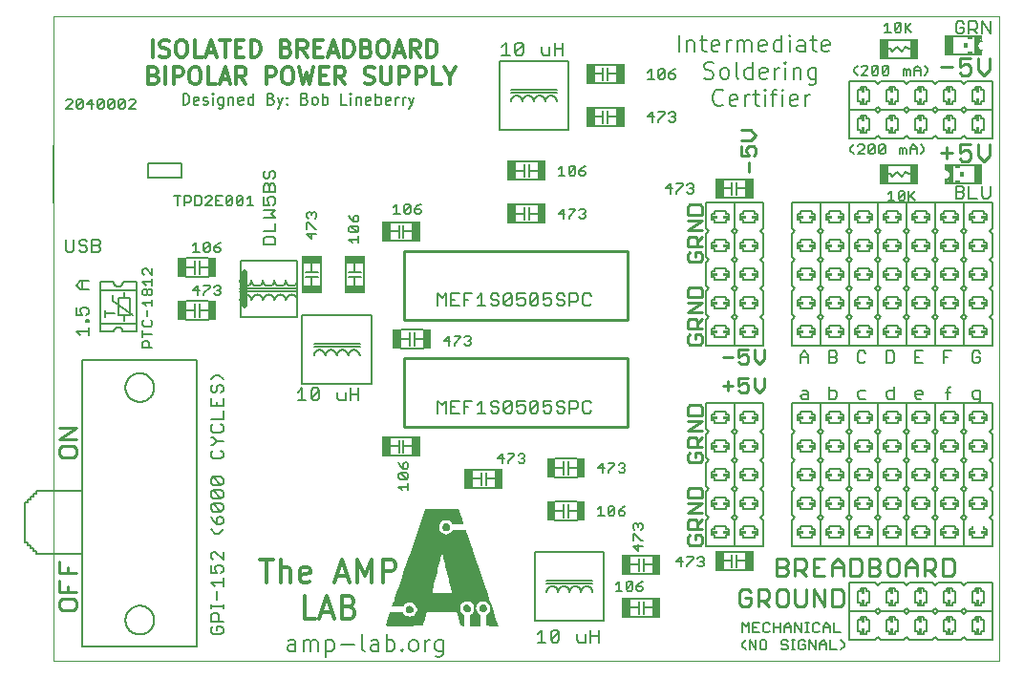
<source format=gto>
%TF.GenerationSoftware,KiCad,Pcbnew,(6.0.7)*%
%TF.CreationDate,2023-09-20T08:42:35-04:00*%
%TF.ProjectId,B-BOP,422d424f-502e-46b6-9963-61645f706362,rev?*%
%TF.SameCoordinates,Original*%
%TF.FileFunction,Legend,Top*%
%TF.FilePolarity,Positive*%
%FSLAX46Y46*%
G04 Gerber Fmt 4.6, Leading zero omitted, Abs format (unit mm)*
G04 Created by KiCad (PCBNEW (6.0.7)) date 2023-09-20 08:42:35*
%MOMM*%
%LPD*%
G01*
G04 APERTURE LIST*
%ADD10C,0.150000*%
%ADD11C,0.300000*%
%ADD12C,0.175000*%
%ADD13C,0.200000*%
%ADD14C,0.100000*%
%ADD15C,0.279400*%
%ADD16C,0.228600*%
%ADD17C,0.203200*%
%ADD18C,0.152400*%
%ADD19C,0.000000*%
%ADD20C,0.127000*%
%ADD21C,0.101600*%
%ADD22C,0.500130*%
%ADD23C,0.254000*%
G04 APERTURE END LIST*
D10*
X14309523Y50047619D02*
X14309523Y51047619D01*
X14547619Y51047619D01*
X14690476Y51000000D01*
X14785714Y50904761D01*
X14833333Y50809523D01*
X14880952Y50619047D01*
X14880952Y50476190D01*
X14833333Y50285714D01*
X14785714Y50190476D01*
X14690476Y50095238D01*
X14547619Y50047619D01*
X14309523Y50047619D01*
X15690476Y50095238D02*
X15595238Y50047619D01*
X15404761Y50047619D01*
X15309523Y50095238D01*
X15261904Y50190476D01*
X15261904Y50571428D01*
X15309523Y50666666D01*
X15404761Y50714285D01*
X15595238Y50714285D01*
X15690476Y50666666D01*
X15738095Y50571428D01*
X15738095Y50476190D01*
X15261904Y50380952D01*
X16119047Y50095238D02*
X16214285Y50047619D01*
X16404761Y50047619D01*
X16499999Y50095238D01*
X16547619Y50190476D01*
X16547619Y50238095D01*
X16499999Y50333333D01*
X16404761Y50380952D01*
X16261904Y50380952D01*
X16166666Y50428571D01*
X16119047Y50523809D01*
X16119047Y50571428D01*
X16166666Y50666666D01*
X16261904Y50714285D01*
X16404761Y50714285D01*
X16499999Y50666666D01*
X16976190Y50047619D02*
X16976190Y50714285D01*
X16976190Y51047619D02*
X16928571Y51000000D01*
X16976190Y50952380D01*
X17023809Y51000000D01*
X16976190Y51047619D01*
X16976190Y50952380D01*
X17880952Y50714285D02*
X17880952Y49904761D01*
X17833333Y49809523D01*
X17785714Y49761904D01*
X17690476Y49714285D01*
X17547619Y49714285D01*
X17452380Y49761904D01*
X17880952Y50095238D02*
X17785714Y50047619D01*
X17595238Y50047619D01*
X17499999Y50095238D01*
X17452380Y50142857D01*
X17404761Y50238095D01*
X17404761Y50523809D01*
X17452380Y50619047D01*
X17499999Y50666666D01*
X17595238Y50714285D01*
X17785714Y50714285D01*
X17880952Y50666666D01*
X18357142Y50714285D02*
X18357142Y50047619D01*
X18357142Y50619047D02*
X18404761Y50666666D01*
X18499999Y50714285D01*
X18642857Y50714285D01*
X18738095Y50666666D01*
X18785714Y50571428D01*
X18785714Y50047619D01*
X19642857Y50095238D02*
X19547619Y50047619D01*
X19357142Y50047619D01*
X19261904Y50095238D01*
X19214285Y50190476D01*
X19214285Y50571428D01*
X19261904Y50666666D01*
X19357142Y50714285D01*
X19547619Y50714285D01*
X19642857Y50666666D01*
X19690476Y50571428D01*
X19690476Y50476190D01*
X19214285Y50380952D01*
X20547619Y50047619D02*
X20547619Y51047619D01*
X20547619Y50095238D02*
X20452380Y50047619D01*
X20261904Y50047619D01*
X20166666Y50095238D01*
X20119047Y50142857D01*
X20071428Y50238095D01*
X20071428Y50523809D01*
X20119047Y50619047D01*
X20166666Y50666666D01*
X20261904Y50714285D01*
X20452380Y50714285D01*
X20547619Y50666666D01*
X22119047Y50571428D02*
X22261904Y50523809D01*
X22309523Y50476190D01*
X22357142Y50380952D01*
X22357142Y50238095D01*
X22309523Y50142857D01*
X22261904Y50095238D01*
X22166666Y50047619D01*
X21785714Y50047619D01*
X21785714Y51047619D01*
X22119047Y51047619D01*
X22214285Y51000000D01*
X22261904Y50952380D01*
X22309523Y50857142D01*
X22309523Y50761904D01*
X22261904Y50666666D01*
X22214285Y50619047D01*
X22119047Y50571428D01*
X21785714Y50571428D01*
X22690476Y50714285D02*
X22928571Y50047619D01*
X23166666Y50714285D02*
X22928571Y50047619D01*
X22833333Y49809523D01*
X22785714Y49761904D01*
X22690476Y49714285D01*
X23547619Y50142857D02*
X23595238Y50095238D01*
X23547619Y50047619D01*
X23499999Y50095238D01*
X23547619Y50142857D01*
X23547619Y50047619D01*
X23547619Y50666666D02*
X23595238Y50619047D01*
X23547619Y50571428D01*
X23499999Y50619047D01*
X23547619Y50666666D01*
X23547619Y50571428D01*
X25119047Y50571428D02*
X25261904Y50523809D01*
X25309523Y50476190D01*
X25357142Y50380952D01*
X25357142Y50238095D01*
X25309523Y50142857D01*
X25261904Y50095238D01*
X25166666Y50047619D01*
X24785714Y50047619D01*
X24785714Y51047619D01*
X25119047Y51047619D01*
X25214285Y51000000D01*
X25261904Y50952380D01*
X25309523Y50857142D01*
X25309523Y50761904D01*
X25261904Y50666666D01*
X25214285Y50619047D01*
X25119047Y50571428D01*
X24785714Y50571428D01*
X25928571Y50047619D02*
X25833333Y50095238D01*
X25785714Y50142857D01*
X25738095Y50238095D01*
X25738095Y50523809D01*
X25785714Y50619047D01*
X25833333Y50666666D01*
X25928571Y50714285D01*
X26071428Y50714285D01*
X26166666Y50666666D01*
X26214285Y50619047D01*
X26261904Y50523809D01*
X26261904Y50238095D01*
X26214285Y50142857D01*
X26166666Y50095238D01*
X26071428Y50047619D01*
X25928571Y50047619D01*
X26690476Y50047619D02*
X26690476Y51047619D01*
X26690476Y50666666D02*
X26785714Y50714285D01*
X26976190Y50714285D01*
X27071428Y50666666D01*
X27119047Y50619047D01*
X27166666Y50523809D01*
X27166666Y50238095D01*
X27119047Y50142857D01*
X27071428Y50095238D01*
X26976190Y50047619D01*
X26785714Y50047619D01*
X26690476Y50095238D01*
X28833333Y50047619D02*
X28357142Y50047619D01*
X28357142Y51047619D01*
X29166666Y50047619D02*
X29166666Y50714285D01*
X29166666Y51047619D02*
X29119047Y51000000D01*
X29166666Y50952380D01*
X29214285Y51000000D01*
X29166666Y51047619D01*
X29166666Y50952380D01*
X29642857Y50714285D02*
X29642857Y50047619D01*
X29642857Y50619047D02*
X29690476Y50666666D01*
X29785714Y50714285D01*
X29928571Y50714285D01*
X30023809Y50666666D01*
X30071428Y50571428D01*
X30071428Y50047619D01*
X30928571Y50095238D02*
X30833333Y50047619D01*
X30642857Y50047619D01*
X30547619Y50095238D01*
X30499999Y50190476D01*
X30499999Y50571428D01*
X30547619Y50666666D01*
X30642857Y50714285D01*
X30833333Y50714285D01*
X30928571Y50666666D01*
X30976190Y50571428D01*
X30976190Y50476190D01*
X30499999Y50380952D01*
X31404761Y50047619D02*
X31404761Y51047619D01*
X31404761Y50666666D02*
X31499999Y50714285D01*
X31690476Y50714285D01*
X31785714Y50666666D01*
X31833333Y50619047D01*
X31880952Y50523809D01*
X31880952Y50238095D01*
X31833333Y50142857D01*
X31785714Y50095238D01*
X31690476Y50047619D01*
X31499999Y50047619D01*
X31404761Y50095238D01*
X32690476Y50095238D02*
X32595238Y50047619D01*
X32404761Y50047619D01*
X32309523Y50095238D01*
X32261904Y50190476D01*
X32261904Y50571428D01*
X32309523Y50666666D01*
X32404761Y50714285D01*
X32595238Y50714285D01*
X32690476Y50666666D01*
X32738095Y50571428D01*
X32738095Y50476190D01*
X32261904Y50380952D01*
X33166666Y50047619D02*
X33166666Y50714285D01*
X33166666Y50523809D02*
X33214285Y50619047D01*
X33261904Y50666666D01*
X33357142Y50714285D01*
X33452380Y50714285D01*
X33785714Y50047619D02*
X33785714Y50714285D01*
X33785714Y50523809D02*
X33833333Y50619047D01*
X33880952Y50666666D01*
X33976190Y50714285D01*
X34071428Y50714285D01*
X34309523Y50714285D02*
X34547619Y50047619D01*
X34785714Y50714285D02*
X34547619Y50047619D01*
X34452380Y49809523D01*
X34404761Y49761904D01*
X34309523Y49714285D01*
D11*
X11607142Y54278928D02*
X11607142Y55778928D01*
X12250000Y54350357D02*
X12464285Y54278928D01*
X12821428Y54278928D01*
X12964285Y54350357D01*
X13035714Y54421785D01*
X13107142Y54564642D01*
X13107142Y54707500D01*
X13035714Y54850357D01*
X12964285Y54921785D01*
X12821428Y54993214D01*
X12535714Y55064642D01*
X12392857Y55136071D01*
X12321428Y55207500D01*
X12250000Y55350357D01*
X12250000Y55493214D01*
X12321428Y55636071D01*
X12392857Y55707500D01*
X12535714Y55778928D01*
X12892857Y55778928D01*
X13107142Y55707500D01*
X14035714Y55778928D02*
X14321428Y55778928D01*
X14464285Y55707500D01*
X14607142Y55564642D01*
X14678571Y55278928D01*
X14678571Y54778928D01*
X14607142Y54493214D01*
X14464285Y54350357D01*
X14321428Y54278928D01*
X14035714Y54278928D01*
X13892857Y54350357D01*
X13750000Y54493214D01*
X13678571Y54778928D01*
X13678571Y55278928D01*
X13750000Y55564642D01*
X13892857Y55707500D01*
X14035714Y55778928D01*
X16035714Y54278928D02*
X15321428Y54278928D01*
X15321428Y55778928D01*
X16464285Y54707500D02*
X17178571Y54707500D01*
X16321428Y54278928D02*
X16821428Y55778928D01*
X17321428Y54278928D01*
X17607142Y55778928D02*
X18464285Y55778928D01*
X18035714Y54278928D02*
X18035714Y55778928D01*
X18964285Y55064642D02*
X19464285Y55064642D01*
X19678571Y54278928D02*
X18964285Y54278928D01*
X18964285Y55778928D01*
X19678571Y55778928D01*
X20321428Y54278928D02*
X20321428Y55778928D01*
X20678571Y55778928D01*
X20892857Y55707500D01*
X21035714Y55564642D01*
X21107142Y55421785D01*
X21178571Y55136071D01*
X21178571Y54921785D01*
X21107142Y54636071D01*
X21035714Y54493214D01*
X20892857Y54350357D01*
X20678571Y54278928D01*
X20321428Y54278928D01*
X23464285Y55064642D02*
X23678571Y54993214D01*
X23749999Y54921785D01*
X23821428Y54778928D01*
X23821428Y54564642D01*
X23749999Y54421785D01*
X23678571Y54350357D01*
X23535714Y54278928D01*
X22964285Y54278928D01*
X22964285Y55778928D01*
X23464285Y55778928D01*
X23607142Y55707500D01*
X23678571Y55636071D01*
X23749999Y55493214D01*
X23749999Y55350357D01*
X23678571Y55207500D01*
X23607142Y55136071D01*
X23464285Y55064642D01*
X22964285Y55064642D01*
X25321428Y54278928D02*
X24821428Y54993214D01*
X24464285Y54278928D02*
X24464285Y55778928D01*
X25035714Y55778928D01*
X25178571Y55707500D01*
X25249999Y55636071D01*
X25321428Y55493214D01*
X25321428Y55278928D01*
X25249999Y55136071D01*
X25178571Y55064642D01*
X25035714Y54993214D01*
X24464285Y54993214D01*
X25964285Y55064642D02*
X26464285Y55064642D01*
X26678571Y54278928D02*
X25964285Y54278928D01*
X25964285Y55778928D01*
X26678571Y55778928D01*
X27249999Y54707500D02*
X27964285Y54707500D01*
X27107142Y54278928D02*
X27607142Y55778928D01*
X28107142Y54278928D01*
X28607142Y54278928D02*
X28607142Y55778928D01*
X28964285Y55778928D01*
X29178571Y55707500D01*
X29321428Y55564642D01*
X29392857Y55421785D01*
X29464285Y55136071D01*
X29464285Y54921785D01*
X29392857Y54636071D01*
X29321428Y54493214D01*
X29178571Y54350357D01*
X28964285Y54278928D01*
X28607142Y54278928D01*
X30607142Y55064642D02*
X30821428Y54993214D01*
X30892857Y54921785D01*
X30964285Y54778928D01*
X30964285Y54564642D01*
X30892857Y54421785D01*
X30821428Y54350357D01*
X30678571Y54278928D01*
X30107142Y54278928D01*
X30107142Y55778928D01*
X30607142Y55778928D01*
X30749999Y55707500D01*
X30821428Y55636071D01*
X30892857Y55493214D01*
X30892857Y55350357D01*
X30821428Y55207500D01*
X30749999Y55136071D01*
X30607142Y55064642D01*
X30107142Y55064642D01*
X31892857Y55778928D02*
X32178571Y55778928D01*
X32321428Y55707500D01*
X32464285Y55564642D01*
X32535714Y55278928D01*
X32535714Y54778928D01*
X32464285Y54493214D01*
X32321428Y54350357D01*
X32178571Y54278928D01*
X31892857Y54278928D01*
X31749999Y54350357D01*
X31607142Y54493214D01*
X31535714Y54778928D01*
X31535714Y55278928D01*
X31607142Y55564642D01*
X31749999Y55707500D01*
X31892857Y55778928D01*
X33107142Y54707500D02*
X33821428Y54707500D01*
X32964285Y54278928D02*
X33464285Y55778928D01*
X33964285Y54278928D01*
X35321428Y54278928D02*
X34821428Y54993214D01*
X34464285Y54278928D02*
X34464285Y55778928D01*
X35035714Y55778928D01*
X35178571Y55707500D01*
X35250000Y55636071D01*
X35321428Y55493214D01*
X35321428Y55278928D01*
X35250000Y55136071D01*
X35178571Y55064642D01*
X35035714Y54993214D01*
X34464285Y54993214D01*
X35964285Y54278928D02*
X35964285Y55778928D01*
X36321428Y55778928D01*
X36535714Y55707500D01*
X36678571Y55564642D01*
X36750000Y55421785D01*
X36821428Y55136071D01*
X36821428Y54921785D01*
X36750000Y54636071D01*
X36678571Y54493214D01*
X36535714Y54350357D01*
X36321428Y54278928D01*
X35964285Y54278928D01*
X11749999Y52649642D02*
X11964285Y52578214D01*
X12035714Y52506785D01*
X12107142Y52363928D01*
X12107142Y52149642D01*
X12035714Y52006785D01*
X11964285Y51935357D01*
X11821428Y51863928D01*
X11249999Y51863928D01*
X11249999Y53363928D01*
X11749999Y53363928D01*
X11892857Y53292500D01*
X11964285Y53221071D01*
X12035714Y53078214D01*
X12035714Y52935357D01*
X11964285Y52792500D01*
X11892857Y52721071D01*
X11749999Y52649642D01*
X11249999Y52649642D01*
X12749999Y51863928D02*
X12749999Y53363928D01*
X13464285Y51863928D02*
X13464285Y53363928D01*
X14035714Y53363928D01*
X14178571Y53292500D01*
X14249999Y53221071D01*
X14321428Y53078214D01*
X14321428Y52863928D01*
X14249999Y52721071D01*
X14178571Y52649642D01*
X14035714Y52578214D01*
X13464285Y52578214D01*
X15249999Y53363928D02*
X15535714Y53363928D01*
X15678571Y53292500D01*
X15821428Y53149642D01*
X15892857Y52863928D01*
X15892857Y52363928D01*
X15821428Y52078214D01*
X15678571Y51935357D01*
X15535714Y51863928D01*
X15249999Y51863928D01*
X15107142Y51935357D01*
X14964285Y52078214D01*
X14892857Y52363928D01*
X14892857Y52863928D01*
X14964285Y53149642D01*
X15107142Y53292500D01*
X15249999Y53363928D01*
X17250000Y51863928D02*
X16535714Y51863928D01*
X16535714Y53363928D01*
X17678571Y52292500D02*
X18392857Y52292500D01*
X17535714Y51863928D02*
X18035714Y53363928D01*
X18535714Y51863928D01*
X19892857Y51863928D02*
X19392857Y52578214D01*
X19035714Y51863928D02*
X19035714Y53363928D01*
X19607142Y53363928D01*
X19750000Y53292500D01*
X19821428Y53221071D01*
X19892857Y53078214D01*
X19892857Y52863928D01*
X19821428Y52721071D01*
X19750000Y52649642D01*
X19607142Y52578214D01*
X19035714Y52578214D01*
X21678571Y51863928D02*
X21678571Y53363928D01*
X22249999Y53363928D01*
X22392857Y53292500D01*
X22464285Y53221071D01*
X22535714Y53078214D01*
X22535714Y52863928D01*
X22464285Y52721071D01*
X22392857Y52649642D01*
X22249999Y52578214D01*
X21678571Y52578214D01*
X23464285Y53363928D02*
X23749999Y53363928D01*
X23892857Y53292500D01*
X24035714Y53149642D01*
X24107142Y52863928D01*
X24107142Y52363928D01*
X24035714Y52078214D01*
X23892857Y51935357D01*
X23749999Y51863928D01*
X23464285Y51863928D01*
X23321428Y51935357D01*
X23178571Y52078214D01*
X23107142Y52363928D01*
X23107142Y52863928D01*
X23178571Y53149642D01*
X23321428Y53292500D01*
X23464285Y53363928D01*
X24607142Y53363928D02*
X24964285Y51863928D01*
X25249999Y52935357D01*
X25535714Y51863928D01*
X25892857Y53363928D01*
X26464285Y52649642D02*
X26964285Y52649642D01*
X27178571Y51863928D02*
X26464285Y51863928D01*
X26464285Y53363928D01*
X27178571Y53363928D01*
X28678571Y51863928D02*
X28178571Y52578214D01*
X27821428Y51863928D02*
X27821428Y53363928D01*
X28392857Y53363928D01*
X28535714Y53292500D01*
X28607142Y53221071D01*
X28678571Y53078214D01*
X28678571Y52863928D01*
X28607142Y52721071D01*
X28535714Y52649642D01*
X28392857Y52578214D01*
X27821428Y52578214D01*
X30392857Y51935357D02*
X30607142Y51863928D01*
X30964285Y51863928D01*
X31107142Y51935357D01*
X31178571Y52006785D01*
X31249999Y52149642D01*
X31249999Y52292500D01*
X31178571Y52435357D01*
X31107142Y52506785D01*
X30964285Y52578214D01*
X30678571Y52649642D01*
X30535714Y52721071D01*
X30464285Y52792500D01*
X30392857Y52935357D01*
X30392857Y53078214D01*
X30464285Y53221071D01*
X30535714Y53292500D01*
X30678571Y53363928D01*
X31035714Y53363928D01*
X31249999Y53292500D01*
X31892857Y53363928D02*
X31892857Y52149642D01*
X31964285Y52006785D01*
X32035714Y51935357D01*
X32178571Y51863928D01*
X32464285Y51863928D01*
X32607142Y51935357D01*
X32678571Y52006785D01*
X32749999Y52149642D01*
X32749999Y53363928D01*
X33464285Y51863928D02*
X33464285Y53363928D01*
X34035714Y53363928D01*
X34178571Y53292500D01*
X34249999Y53221071D01*
X34321428Y53078214D01*
X34321428Y52863928D01*
X34249999Y52721071D01*
X34178571Y52649642D01*
X34035714Y52578214D01*
X33464285Y52578214D01*
X34964285Y51863928D02*
X34964285Y53363928D01*
X35535714Y53363928D01*
X35678571Y53292500D01*
X35749999Y53221071D01*
X35821428Y53078214D01*
X35821428Y52863928D01*
X35749999Y52721071D01*
X35678571Y52649642D01*
X35535714Y52578214D01*
X34964285Y52578214D01*
X37178571Y51863928D02*
X36464285Y51863928D01*
X36464285Y53363928D01*
X37964285Y52578214D02*
X37964285Y51863928D01*
X37464285Y53363928D02*
X37964285Y52578214D01*
X38464285Y53363928D01*
X21154761Y9705238D02*
X22297619Y9705238D01*
X21726190Y7705238D02*
X21726190Y9705238D01*
X22964285Y7705238D02*
X22964285Y9705238D01*
X23821428Y7705238D02*
X23821428Y8752857D01*
X23726190Y8943333D01*
X23535714Y9038571D01*
X23250000Y9038571D01*
X23059523Y8943333D01*
X22964285Y8848095D01*
X25535714Y7800476D02*
X25345238Y7705238D01*
X24964285Y7705238D01*
X24773809Y7800476D01*
X24678571Y7990952D01*
X24678571Y8752857D01*
X24773809Y8943333D01*
X24964285Y9038571D01*
X25345238Y9038571D01*
X25535714Y8943333D01*
X25630952Y8752857D01*
X25630952Y8562380D01*
X24678571Y8371904D01*
X27916666Y8276666D02*
X28869047Y8276666D01*
X27726190Y7705238D02*
X28392857Y9705238D01*
X29059523Y7705238D01*
X29726190Y7705238D02*
X29726190Y9705238D01*
X30392857Y8276666D01*
X31059523Y9705238D01*
X31059523Y7705238D01*
X32011904Y7705238D02*
X32011904Y9705238D01*
X32773809Y9705238D01*
X32964285Y9610000D01*
X33059523Y9514761D01*
X33154761Y9324285D01*
X33154761Y9038571D01*
X33059523Y8848095D01*
X32964285Y8752857D01*
X32773809Y8657619D01*
X32011904Y8657619D01*
X26011904Y4485238D02*
X25059523Y4485238D01*
X25059523Y6485238D01*
X26583333Y5056666D02*
X27535714Y5056666D01*
X26392857Y4485238D02*
X27059523Y6485238D01*
X27726190Y4485238D01*
X29059523Y5532857D02*
X29345238Y5437619D01*
X29440476Y5342380D01*
X29535714Y5151904D01*
X29535714Y4866190D01*
X29440476Y4675714D01*
X29345238Y4580476D01*
X29154761Y4485238D01*
X28392857Y4485238D01*
X28392857Y6485238D01*
X29059523Y6485238D01*
X29250000Y6390000D01*
X29345238Y6294761D01*
X29440476Y6104285D01*
X29440476Y5913809D01*
X29345238Y5723333D01*
X29250000Y5628095D01*
X29059523Y5532857D01*
X28392857Y5532857D01*
D12*
X24285714Y1571428D02*
X24285714Y2357142D01*
X24214285Y2500000D01*
X24071428Y2571428D01*
X23785714Y2571428D01*
X23642857Y2500000D01*
X24285714Y1642857D02*
X24142857Y1571428D01*
X23785714Y1571428D01*
X23642857Y1642857D01*
X23571428Y1785714D01*
X23571428Y1928571D01*
X23642857Y2071428D01*
X23785714Y2142857D01*
X24142857Y2142857D01*
X24285714Y2214285D01*
X24999999Y1571428D02*
X24999999Y2571428D01*
X24999999Y2428571D02*
X25071428Y2500000D01*
X25214285Y2571428D01*
X25428571Y2571428D01*
X25571428Y2500000D01*
X25642857Y2357142D01*
X25642857Y1571428D01*
X25642857Y2357142D02*
X25714285Y2500000D01*
X25857142Y2571428D01*
X26071428Y2571428D01*
X26214285Y2500000D01*
X26285714Y2357142D01*
X26285714Y1571428D01*
X27000000Y2571428D02*
X27000000Y1071428D01*
X27000000Y2500000D02*
X27142857Y2571428D01*
X27428571Y2571428D01*
X27571428Y2500000D01*
X27642857Y2428571D01*
X27714285Y2285714D01*
X27714285Y1857142D01*
X27642857Y1714285D01*
X27571428Y1642857D01*
X27428571Y1571428D01*
X27142857Y1571428D01*
X27000000Y1642857D01*
X28357142Y2142857D02*
X29500000Y2142857D01*
X30428571Y1571428D02*
X30285714Y1642857D01*
X30214285Y1785714D01*
X30214285Y3071428D01*
X31642857Y1571428D02*
X31642857Y2357142D01*
X31571428Y2500000D01*
X31428571Y2571428D01*
X31142857Y2571428D01*
X31000000Y2500000D01*
X31642857Y1642857D02*
X31500000Y1571428D01*
X31142857Y1571428D01*
X31000000Y1642857D01*
X30928571Y1785714D01*
X30928571Y1928571D01*
X31000000Y2071428D01*
X31142857Y2142857D01*
X31500000Y2142857D01*
X31642857Y2214285D01*
X32357142Y1571428D02*
X32357142Y3071428D01*
X32357142Y2500000D02*
X32500000Y2571428D01*
X32785714Y2571428D01*
X32928571Y2500000D01*
X33000000Y2428571D01*
X33071428Y2285714D01*
X33071428Y1857142D01*
X33000000Y1714285D01*
X32928571Y1642857D01*
X32785714Y1571428D01*
X32500000Y1571428D01*
X32357142Y1642857D01*
X33714285Y1714285D02*
X33785714Y1642857D01*
X33714285Y1571428D01*
X33642857Y1642857D01*
X33714285Y1714285D01*
X33714285Y1571428D01*
X34642857Y1571428D02*
X34500000Y1642857D01*
X34428571Y1714285D01*
X34357142Y1857142D01*
X34357142Y2285714D01*
X34428571Y2428571D01*
X34500000Y2500000D01*
X34642857Y2571428D01*
X34857142Y2571428D01*
X35000000Y2500000D01*
X35071428Y2428571D01*
X35142857Y2285714D01*
X35142857Y1857142D01*
X35071428Y1714285D01*
X35000000Y1642857D01*
X34857142Y1571428D01*
X34642857Y1571428D01*
X35785714Y1571428D02*
X35785714Y2571428D01*
X35785714Y2285714D02*
X35857142Y2428571D01*
X35928571Y2500000D01*
X36071428Y2571428D01*
X36214285Y2571428D01*
X37357142Y2571428D02*
X37357142Y1357142D01*
X37285714Y1214285D01*
X37214285Y1142857D01*
X37071428Y1071428D01*
X36857142Y1071428D01*
X36714285Y1142857D01*
X37357142Y1642857D02*
X37214285Y1571428D01*
X36928571Y1571428D01*
X36785714Y1642857D01*
X36714285Y1714285D01*
X36642857Y1857142D01*
X36642857Y2285714D01*
X36714285Y2428571D01*
X36785714Y2500000D01*
X36928571Y2571428D01*
X37214285Y2571428D01*
X37357142Y2500000D01*
D13*
X58285714Y54736428D02*
X58285714Y56236428D01*
X59000000Y55736428D02*
X59000000Y54736428D01*
X59000000Y55593571D02*
X59071428Y55665000D01*
X59214285Y55736428D01*
X59428571Y55736428D01*
X59571428Y55665000D01*
X59642857Y55522142D01*
X59642857Y54736428D01*
X60142857Y55736428D02*
X60714285Y55736428D01*
X60357142Y56236428D02*
X60357142Y54950714D01*
X60428571Y54807857D01*
X60571428Y54736428D01*
X60714285Y54736428D01*
X61785714Y54807857D02*
X61642857Y54736428D01*
X61357142Y54736428D01*
X61214285Y54807857D01*
X61142857Y54950714D01*
X61142857Y55522142D01*
X61214285Y55665000D01*
X61357142Y55736428D01*
X61642857Y55736428D01*
X61785714Y55665000D01*
X61857142Y55522142D01*
X61857142Y55379285D01*
X61142857Y55236428D01*
X62500000Y54736428D02*
X62500000Y55736428D01*
X62500000Y55450714D02*
X62571428Y55593571D01*
X62642857Y55665000D01*
X62785714Y55736428D01*
X62928571Y55736428D01*
X63428571Y54736428D02*
X63428571Y55736428D01*
X63428571Y55593571D02*
X63500000Y55665000D01*
X63642857Y55736428D01*
X63857142Y55736428D01*
X64000000Y55665000D01*
X64071428Y55522142D01*
X64071428Y54736428D01*
X64071428Y55522142D02*
X64142857Y55665000D01*
X64285714Y55736428D01*
X64500000Y55736428D01*
X64642857Y55665000D01*
X64714285Y55522142D01*
X64714285Y54736428D01*
X66000000Y54807857D02*
X65857142Y54736428D01*
X65571428Y54736428D01*
X65428571Y54807857D01*
X65357142Y54950714D01*
X65357142Y55522142D01*
X65428571Y55665000D01*
X65571428Y55736428D01*
X65857142Y55736428D01*
X66000000Y55665000D01*
X66071428Y55522142D01*
X66071428Y55379285D01*
X65357142Y55236428D01*
X67357142Y54736428D02*
X67357142Y56236428D01*
X67357142Y54807857D02*
X67214285Y54736428D01*
X66928571Y54736428D01*
X66785714Y54807857D01*
X66714285Y54879285D01*
X66642857Y55022142D01*
X66642857Y55450714D01*
X66714285Y55593571D01*
X66785714Y55665000D01*
X66928571Y55736428D01*
X67214285Y55736428D01*
X67357142Y55665000D01*
X68071428Y54736428D02*
X68071428Y55736428D01*
X68071428Y56236428D02*
X68000000Y56165000D01*
X68071428Y56093571D01*
X68142857Y56165000D01*
X68071428Y56236428D01*
X68071428Y56093571D01*
X69428571Y54736428D02*
X69428571Y55522142D01*
X69357142Y55665000D01*
X69214285Y55736428D01*
X68928571Y55736428D01*
X68785714Y55665000D01*
X69428571Y54807857D02*
X69285714Y54736428D01*
X68928571Y54736428D01*
X68785714Y54807857D01*
X68714285Y54950714D01*
X68714285Y55093571D01*
X68785714Y55236428D01*
X68928571Y55307857D01*
X69285714Y55307857D01*
X69428571Y55379285D01*
X69928571Y55736428D02*
X70500000Y55736428D01*
X70142857Y56236428D02*
X70142857Y54950714D01*
X70214285Y54807857D01*
X70357142Y54736428D01*
X70500000Y54736428D01*
X71571428Y54807857D02*
X71428571Y54736428D01*
X71142857Y54736428D01*
X71000000Y54807857D01*
X70928571Y54950714D01*
X70928571Y55522142D01*
X71000000Y55665000D01*
X71142857Y55736428D01*
X71428571Y55736428D01*
X71571428Y55665000D01*
X71642857Y55522142D01*
X71642857Y55379285D01*
X70928571Y55236428D01*
X60500000Y52392857D02*
X60714285Y52321428D01*
X61071428Y52321428D01*
X61214285Y52392857D01*
X61285714Y52464285D01*
X61357142Y52607142D01*
X61357142Y52750000D01*
X61285714Y52892857D01*
X61214285Y52964285D01*
X61071428Y53035714D01*
X60785714Y53107142D01*
X60642857Y53178571D01*
X60571428Y53250000D01*
X60500000Y53392857D01*
X60500000Y53535714D01*
X60571428Y53678571D01*
X60642857Y53750000D01*
X60785714Y53821428D01*
X61142857Y53821428D01*
X61357142Y53750000D01*
X62214285Y52321428D02*
X62071428Y52392857D01*
X62000000Y52464285D01*
X61928571Y52607142D01*
X61928571Y53035714D01*
X62000000Y53178571D01*
X62071428Y53250000D01*
X62214285Y53321428D01*
X62428571Y53321428D01*
X62571428Y53250000D01*
X62642857Y53178571D01*
X62714285Y53035714D01*
X62714285Y52607142D01*
X62642857Y52464285D01*
X62571428Y52392857D01*
X62428571Y52321428D01*
X62214285Y52321428D01*
X63571428Y52321428D02*
X63428571Y52392857D01*
X63357142Y52535714D01*
X63357142Y53821428D01*
X64785714Y52321428D02*
X64785714Y53821428D01*
X64785714Y52392857D02*
X64642857Y52321428D01*
X64357142Y52321428D01*
X64214285Y52392857D01*
X64142857Y52464285D01*
X64071428Y52607142D01*
X64071428Y53035714D01*
X64142857Y53178571D01*
X64214285Y53250000D01*
X64357142Y53321428D01*
X64642857Y53321428D01*
X64785714Y53250000D01*
X66071428Y52392857D02*
X65928571Y52321428D01*
X65642857Y52321428D01*
X65500000Y52392857D01*
X65428571Y52535714D01*
X65428571Y53107142D01*
X65500000Y53250000D01*
X65642857Y53321428D01*
X65928571Y53321428D01*
X66071428Y53250000D01*
X66142857Y53107142D01*
X66142857Y52964285D01*
X65428571Y52821428D01*
X66785714Y52321428D02*
X66785714Y53321428D01*
X66785714Y53035714D02*
X66857142Y53178571D01*
X66928571Y53250000D01*
X67071428Y53321428D01*
X67214285Y53321428D01*
X67714285Y52321428D02*
X67714285Y53321428D01*
X67714285Y53821428D02*
X67642857Y53750000D01*
X67714285Y53678571D01*
X67785714Y53750000D01*
X67714285Y53821428D01*
X67714285Y53678571D01*
X68428571Y53321428D02*
X68428571Y52321428D01*
X68428571Y53178571D02*
X68500000Y53250000D01*
X68642857Y53321428D01*
X68857142Y53321428D01*
X69000000Y53250000D01*
X69071428Y53107142D01*
X69071428Y52321428D01*
X70428571Y53321428D02*
X70428571Y52107142D01*
X70357142Y51964285D01*
X70285714Y51892857D01*
X70142857Y51821428D01*
X69928571Y51821428D01*
X69785714Y51892857D01*
X70428571Y52392857D02*
X70285714Y52321428D01*
X70000000Y52321428D01*
X69857142Y52392857D01*
X69785714Y52464285D01*
X69714285Y52607142D01*
X69714285Y53035714D01*
X69785714Y53178571D01*
X69857142Y53250000D01*
X70000000Y53321428D01*
X70285714Y53321428D01*
X70428571Y53250000D01*
X62178571Y50049285D02*
X62107142Y49977857D01*
X61892857Y49906428D01*
X61750000Y49906428D01*
X61535714Y49977857D01*
X61392857Y50120714D01*
X61321428Y50263571D01*
X61250000Y50549285D01*
X61250000Y50763571D01*
X61321428Y51049285D01*
X61392857Y51192142D01*
X61535714Y51335000D01*
X61750000Y51406428D01*
X61892857Y51406428D01*
X62107142Y51335000D01*
X62178571Y51263571D01*
X63392857Y49977857D02*
X63250000Y49906428D01*
X62964285Y49906428D01*
X62821428Y49977857D01*
X62750000Y50120714D01*
X62750000Y50692142D01*
X62821428Y50835000D01*
X62964285Y50906428D01*
X63250000Y50906428D01*
X63392857Y50835000D01*
X63464285Y50692142D01*
X63464285Y50549285D01*
X62750000Y50406428D01*
X64107142Y49906428D02*
X64107142Y50906428D01*
X64107142Y50620714D02*
X64178571Y50763571D01*
X64250000Y50835000D01*
X64392857Y50906428D01*
X64535714Y50906428D01*
X64821428Y50906428D02*
X65392857Y50906428D01*
X65035714Y51406428D02*
X65035714Y50120714D01*
X65107142Y49977857D01*
X65250000Y49906428D01*
X65392857Y49906428D01*
X65892857Y49906428D02*
X65892857Y50906428D01*
X65892857Y51406428D02*
X65821428Y51335000D01*
X65892857Y51263571D01*
X65964285Y51335000D01*
X65892857Y51406428D01*
X65892857Y51263571D01*
X66392857Y50906428D02*
X66964285Y50906428D01*
X66607142Y49906428D02*
X66607142Y51192142D01*
X66678571Y51335000D01*
X66821428Y51406428D01*
X66964285Y51406428D01*
X67464285Y49906428D02*
X67464285Y50906428D01*
X67464285Y51406428D02*
X67392857Y51335000D01*
X67464285Y51263571D01*
X67535714Y51335000D01*
X67464285Y51406428D01*
X67464285Y51263571D01*
X68750000Y49977857D02*
X68607142Y49906428D01*
X68321428Y49906428D01*
X68178571Y49977857D01*
X68107142Y50120714D01*
X68107142Y50692142D01*
X68178571Y50835000D01*
X68321428Y50906428D01*
X68607142Y50906428D01*
X68750000Y50835000D01*
X68821428Y50692142D01*
X68821428Y50549285D01*
X68107142Y50406428D01*
X69464285Y49906428D02*
X69464285Y50906428D01*
X69464285Y50620714D02*
X69535714Y50763571D01*
X69607142Y50835000D01*
X69750000Y50906428D01*
X69892857Y50906428D01*
D14*
X2857500Y698500D02*
X2857500Y57848500D01*
X2857500Y57848500D02*
X86677500Y57848500D01*
X86677500Y57848500D02*
X86677500Y698500D01*
X86677500Y698500D02*
X2857500Y698500D01*
D15*
X3626870Y5240530D02*
X4626860Y5240530D01*
X4626860Y5240530D02*
X4876800Y5490460D01*
X4876800Y5490460D02*
X4876800Y5990340D01*
X4876800Y5990340D02*
X4626860Y6240270D01*
X4626860Y6240270D02*
X3626870Y6240270D01*
X3626870Y6240270D02*
X3376930Y5990340D01*
X3376930Y5990340D02*
X3376930Y5490460D01*
X3376930Y5490460D02*
X3626870Y5240530D01*
X3376930Y6877560D02*
X3376930Y7877560D01*
X3376930Y8514840D02*
X3376930Y9514590D01*
X4126740Y9014710D02*
X4126740Y8514840D01*
X3376930Y8514840D02*
X4876800Y8514840D01*
X4126740Y7377680D02*
X4126740Y6877560D01*
X3376930Y6877560D02*
X4876800Y6877560D01*
X4626860Y18758920D02*
X3626870Y18758920D01*
X3626870Y18758920D02*
X3376930Y19009110D01*
X3376930Y19009110D02*
X3376930Y19508980D01*
X3376930Y19508980D02*
X3626870Y19758910D01*
X3626870Y19758910D02*
X4626860Y19758910D01*
X4626860Y19758910D02*
X4876800Y19508980D01*
X4876800Y19508980D02*
X4876800Y19009110D01*
X4876800Y19009110D02*
X4626860Y18758920D01*
X4876800Y20396200D02*
X3376930Y20396200D01*
X3376930Y20396200D02*
X4876800Y21396200D01*
X4876800Y21396200D02*
X3376930Y21396200D01*
X63639700Y6850630D02*
X63639700Y5850640D01*
X63639700Y5850640D02*
X63889640Y5600700D01*
X63889640Y5600700D02*
X64389760Y5600700D01*
X64389760Y5600700D02*
X64639700Y5850640D01*
X64639700Y5850640D02*
X64639700Y6350760D01*
X64639700Y6350760D02*
X64139570Y6350760D01*
X63639700Y6850630D02*
X63889640Y7100570D01*
X63889640Y7100570D02*
X64389760Y7100570D01*
X64389760Y7100570D02*
X64639700Y6850630D01*
X65276730Y7100570D02*
X66026790Y7100570D01*
X66026790Y7100570D02*
X66276730Y6850630D01*
X66276730Y6850630D02*
X66276730Y6350760D01*
X66276730Y6350760D02*
X66026790Y6100570D01*
X66026790Y6100570D02*
X65276730Y6100570D01*
X65276730Y5600700D02*
X65276730Y7100570D01*
X65776860Y6100570D02*
X66276730Y5600700D01*
X66914010Y5850640D02*
X67163950Y5600700D01*
X67163950Y5600700D02*
X67664080Y5600700D01*
X67664080Y5600700D02*
X67914010Y5850640D01*
X67914010Y5850640D02*
X67914010Y6850630D01*
X67914010Y6850630D02*
X67664080Y7100570D01*
X67664080Y7100570D02*
X67163950Y7100570D01*
X67163950Y7100570D02*
X66914010Y6850630D01*
X66914010Y6850630D02*
X66914010Y5850640D01*
X68551040Y5850640D02*
X68801230Y5600700D01*
X68801230Y5600700D02*
X69301110Y5600700D01*
X69301110Y5600700D02*
X69551040Y5850640D01*
X69551040Y5850640D02*
X69551040Y7100570D01*
X70188330Y7100570D02*
X71188330Y5600700D01*
X71188330Y5600700D02*
X71188330Y7100570D01*
X71825360Y7100570D02*
X72575420Y7100570D01*
X72575420Y7100570D02*
X72825360Y6850630D01*
X72825360Y6850630D02*
X72825360Y5850640D01*
X72825360Y5850640D02*
X72575420Y5600700D01*
X72575420Y5600700D02*
X71825360Y5600700D01*
X71825360Y5600700D02*
X71825360Y7100570D01*
X71825360Y8267700D02*
X71825360Y9267700D01*
X71825360Y9267700D02*
X72325480Y9767570D01*
X72325480Y9767570D02*
X72825360Y9267700D01*
X72825360Y9267700D02*
X72825360Y8267700D01*
X73462640Y8267700D02*
X74212700Y8267700D01*
X74212700Y8267700D02*
X74462640Y8517640D01*
X74462640Y8517640D02*
X74462640Y9517630D01*
X74462640Y9517630D02*
X74212700Y9767570D01*
X74212700Y9767570D02*
X73462640Y9767570D01*
X73462640Y9767570D02*
X73462640Y8267700D01*
X72825360Y9017760D02*
X71825360Y9017760D01*
X71188330Y9767570D02*
X70188330Y9767570D01*
X70188330Y9767570D02*
X70188330Y8267700D01*
X70188330Y8267700D02*
X71188330Y8267700D01*
X70688200Y9017760D02*
X70188330Y9017760D01*
X69551040Y9017760D02*
X69301110Y8767570D01*
X69301110Y8767570D02*
X68551040Y8767570D01*
X68551040Y8267700D02*
X68551040Y9767570D01*
X68551040Y9767570D02*
X69301110Y9767570D01*
X69301110Y9767570D02*
X69551040Y9517630D01*
X69551040Y9517630D02*
X69551040Y9017760D01*
X69051170Y8767570D02*
X69551040Y8267700D01*
X70188330Y7100570D02*
X70188330Y5600700D01*
X68551040Y5850640D02*
X68551040Y7100570D01*
X67664080Y8267700D02*
X66914010Y8267700D01*
X66914010Y8267700D02*
X66914010Y9767570D01*
X66914010Y9767570D02*
X67664080Y9767570D01*
X67664080Y9767570D02*
X67914010Y9517630D01*
X67914010Y9517630D02*
X67914010Y9267700D01*
X67914010Y9267700D02*
X67664080Y9017760D01*
X67664080Y9017760D02*
X66914010Y9017760D01*
X67664080Y9017760D02*
X67914010Y8767570D01*
X67914010Y8767570D02*
X67914010Y8517640D01*
X67914010Y8517640D02*
X67664080Y8267700D01*
X75099670Y8267700D02*
X75849730Y8267700D01*
X75849730Y8267700D02*
X76099670Y8517640D01*
X76099670Y8517640D02*
X76099670Y8767570D01*
X76099670Y8767570D02*
X75849730Y9017760D01*
X75849730Y9017760D02*
X75099670Y9017760D01*
X75099670Y9767570D02*
X75099670Y8267700D01*
X75849730Y9017760D02*
X76099670Y9267700D01*
X76099670Y9267700D02*
X76099670Y9517630D01*
X76099670Y9517630D02*
X75849730Y9767570D01*
X75849730Y9767570D02*
X75099670Y9767570D01*
X76736960Y9517630D02*
X76736960Y8517640D01*
X76736960Y8517640D02*
X76986890Y8267700D01*
X76986890Y8267700D02*
X77486760Y8267700D01*
X77486760Y8267700D02*
X77736950Y8517640D01*
X77736950Y8517640D02*
X77736950Y9517630D01*
X77736950Y9517630D02*
X77486760Y9767570D01*
X77486760Y9767570D02*
X76986890Y9767570D01*
X76986890Y9767570D02*
X76736960Y9517630D01*
X78373990Y9267700D02*
X78874110Y9767570D01*
X78874110Y9767570D02*
X79373980Y9267700D01*
X79373980Y9267700D02*
X79373980Y8267700D01*
X80011270Y8267700D02*
X80011270Y9767570D01*
X80011270Y9767570D02*
X80761080Y9767570D01*
X80761080Y9767570D02*
X81011270Y9517630D01*
X81011270Y9517630D02*
X81011270Y9017760D01*
X81011270Y9017760D02*
X80761080Y8767570D01*
X80761080Y8767570D02*
X80011270Y8767570D01*
X80511140Y8767570D02*
X81011270Y8267700D01*
X81648300Y8267700D02*
X82398360Y8267700D01*
X82398360Y8267700D02*
X82648300Y8517640D01*
X82648300Y8517640D02*
X82648300Y9517630D01*
X82648300Y9517630D02*
X82398360Y9767570D01*
X82398360Y9767570D02*
X81648300Y9767570D01*
X81648300Y9767570D02*
X81648300Y8267700D01*
X79373980Y9017760D02*
X78373990Y9017760D01*
X78373990Y9267700D02*
X78373990Y8267700D01*
X83390990Y45034200D02*
X83141060Y45284140D01*
X83390990Y45034200D02*
X83891120Y45034200D01*
X83891120Y45034200D02*
X84141060Y45284140D01*
X84141060Y45284140D02*
X84141060Y45784260D01*
X84141060Y45784260D02*
X83891120Y46034200D01*
X83891120Y46034200D02*
X83641180Y46034200D01*
X83641180Y46034200D02*
X83141060Y45784260D01*
X83141060Y45784260D02*
X83141060Y46534070D01*
X83141060Y46534070D02*
X84141060Y46534070D01*
X84778340Y46534070D02*
X84778340Y45534070D01*
X84778340Y45534070D02*
X85278210Y45034200D01*
X85278210Y45034200D02*
X85778090Y45534070D01*
X85778090Y45534070D02*
X85778090Y46534070D01*
X82503770Y45784260D02*
X81504030Y45784260D01*
X82003900Y46284130D02*
X82003900Y45284140D01*
X83390990Y52654200D02*
X83141060Y52904140D01*
X83390990Y52654200D02*
X83891120Y52654200D01*
X83891120Y52654200D02*
X84141060Y52904140D01*
X84141060Y52904140D02*
X84141060Y53404260D01*
X84141060Y53404260D02*
X83891120Y53654200D01*
X83891120Y53654200D02*
X83641180Y53654200D01*
X83641180Y53654200D02*
X83141060Y53404260D01*
X83141060Y53404260D02*
X83141060Y54154070D01*
X83141060Y54154070D02*
X84141060Y54154070D01*
X84778340Y54154070D02*
X84778340Y53154070D01*
X84778340Y53154070D02*
X85278210Y52654200D01*
X85278210Y52654200D02*
X85778090Y53154070D01*
X85778090Y53154070D02*
X85778090Y54154070D01*
X82503770Y53404260D02*
X81504030Y53404260D01*
D16*
X65100200Y47349160D02*
X64668150Y47781210D01*
X64668150Y47781210D02*
X63803780Y47781210D01*
X63803780Y46916850D02*
X64668150Y46916850D01*
X64668150Y46916850D02*
X65100200Y47349160D01*
X64884050Y46378110D02*
X64451990Y46378110D01*
X64451990Y46378110D02*
X64235840Y46161960D01*
X64235840Y46161960D02*
X64235840Y45945810D01*
X64235840Y45945810D02*
X64451990Y45513750D01*
X64451990Y45513750D02*
X63803780Y45513750D01*
X63803780Y45513750D02*
X63803780Y46378110D01*
X64884050Y46378110D02*
X65100200Y46161960D01*
X65100200Y46161960D02*
X65100200Y45729650D01*
X65100200Y45729650D02*
X64884050Y45513750D01*
X64451990Y44974760D02*
X64451990Y44110400D01*
X60337700Y40964360D02*
X60121550Y41180510D01*
X60121550Y41180510D02*
X59257180Y41180510D01*
X59257180Y41180510D02*
X59041280Y40964360D01*
X59041280Y40964360D02*
X59041280Y40316150D01*
X59041280Y40316150D02*
X60337700Y40316150D01*
X60337700Y40316150D02*
X60337700Y40964360D01*
X60337700Y39777160D02*
X59041280Y39777160D01*
X59041280Y38912800D02*
X60337700Y39777160D01*
X60337700Y38912800D02*
X59041280Y38912800D01*
X59257180Y38373810D02*
X59041280Y38157660D01*
X59041280Y38157660D02*
X59041280Y37509450D01*
X59041280Y37509450D02*
X60337700Y37509450D01*
X59905650Y37509450D02*
X59905650Y38157660D01*
X59905650Y38157660D02*
X59689490Y38373810D01*
X59689490Y38373810D02*
X59257180Y38373810D01*
X59905650Y37941760D02*
X60337700Y38373810D01*
X60121550Y36970460D02*
X59689490Y36970460D01*
X59689490Y36970460D02*
X59689490Y36538410D01*
X60121550Y36106350D02*
X60337700Y36322250D01*
X60337700Y36322250D02*
X60337700Y36754560D01*
X60337700Y36754560D02*
X60121550Y36970460D01*
X59257180Y36970460D02*
X59041280Y36754560D01*
X59041280Y36754560D02*
X59041280Y36322250D01*
X59041280Y36322250D02*
X59257180Y36106350D01*
X59257180Y36106350D02*
X60121550Y36106350D01*
X60121550Y33878010D02*
X59257180Y33878010D01*
X59257180Y33878010D02*
X59041280Y33661860D01*
X59041280Y33661860D02*
X59041280Y33013650D01*
X59041280Y33013650D02*
X60337700Y33013650D01*
X60337700Y33013650D02*
X60337700Y33661860D01*
X60337700Y33661860D02*
X60121550Y33878010D01*
X60337700Y32474660D02*
X59041280Y32474660D01*
X59041280Y31610300D02*
X60337700Y32474660D01*
X60337700Y31610300D02*
X59041280Y31610300D01*
X59257180Y31071310D02*
X59689490Y31071310D01*
X59689490Y31071310D02*
X59905650Y30855160D01*
X59905650Y30855160D02*
X59905650Y30206950D01*
X60337700Y30206950D02*
X59041280Y30206950D01*
X59041280Y30206950D02*
X59041280Y30855160D01*
X59041280Y30855160D02*
X59257180Y31071310D01*
X59905650Y30639260D02*
X60337700Y31071310D01*
X60121550Y29667960D02*
X59689490Y29667960D01*
X59689490Y29667960D02*
X59689490Y29235910D01*
X60121550Y28803850D02*
X60337700Y29019750D01*
X60337700Y29019750D02*
X60337700Y29452060D01*
X60337700Y29452060D02*
X60121550Y29667960D01*
X60121550Y28803850D02*
X59257180Y28803850D01*
X59257180Y28803850D02*
X59041280Y29019750D01*
X59041280Y29019750D02*
X59041280Y29452060D01*
X59041280Y29452060D02*
X59257180Y29667960D01*
X62144400Y27686510D02*
X63008760Y27686510D01*
X63547750Y27686510D02*
X63979810Y27902660D01*
X63979810Y27902660D02*
X64195960Y27902660D01*
X64195960Y27902660D02*
X64412110Y27686510D01*
X64412110Y27686510D02*
X64412110Y27254450D01*
X64412110Y27254450D02*
X64195960Y27038300D01*
X64195960Y27038300D02*
X63763650Y27038300D01*
X63763650Y27038300D02*
X63547750Y27254450D01*
X63547750Y27686510D02*
X63547750Y28334720D01*
X63547750Y28334720D02*
X64412110Y28334720D01*
X64950850Y28334720D02*
X64950850Y27470350D01*
X64950850Y27470350D02*
X65383160Y27038300D01*
X65383160Y27038300D02*
X65815210Y27470350D01*
X65815210Y27470350D02*
X65815210Y28334720D01*
X65815210Y25794720D02*
X65815210Y24930350D01*
X65815210Y24930350D02*
X65383160Y24498300D01*
X65383160Y24498300D02*
X64950850Y24930350D01*
X64950850Y24930350D02*
X64950850Y25794720D01*
X64412110Y25794720D02*
X63547750Y25794720D01*
X63547750Y25794720D02*
X63547750Y25146510D01*
X63547750Y25146510D02*
X63979810Y25362660D01*
X63979810Y25362660D02*
X64195960Y25362660D01*
X64195960Y25362660D02*
X64412110Y25146510D01*
X64412110Y25146510D02*
X64412110Y24714450D01*
X64412110Y24714450D02*
X64195960Y24498300D01*
X64195960Y24498300D02*
X63763650Y24498300D01*
X63763650Y24498300D02*
X63547750Y24714450D01*
X63008760Y25146510D02*
X62144400Y25146510D01*
X62576460Y24714450D02*
X62576460Y25578820D01*
X60337700Y23184360D02*
X60121550Y23400510D01*
X60121550Y23400510D02*
X59257180Y23400510D01*
X59257180Y23400510D02*
X59041280Y23184360D01*
X59041280Y23184360D02*
X59041280Y22536150D01*
X59041280Y22536150D02*
X60337700Y22536150D01*
X60337700Y22536150D02*
X60337700Y23184360D01*
X60337700Y21997160D02*
X59041280Y21997160D01*
X59041280Y21132800D02*
X60337700Y21997160D01*
X60337700Y21132800D02*
X59041280Y21132800D01*
X59257180Y20593810D02*
X59689490Y20593810D01*
X59689490Y20593810D02*
X59905650Y20377660D01*
X59905650Y20377660D02*
X59905650Y19729450D01*
X60337700Y19729450D02*
X59041280Y19729450D01*
X59041280Y19729450D02*
X59041280Y20377660D01*
X59041280Y20377660D02*
X59257180Y20593810D01*
X59905650Y20161760D02*
X60337700Y20593810D01*
X60121550Y19190460D02*
X59689490Y19190460D01*
X59689490Y19190460D02*
X59689490Y18758410D01*
X60121550Y19190460D02*
X60337700Y18974560D01*
X60337700Y18974560D02*
X60337700Y18542250D01*
X60337700Y18542250D02*
X60121550Y18326350D01*
X60121550Y18326350D02*
X59257180Y18326350D01*
X59257180Y18326350D02*
X59041280Y18542250D01*
X59041280Y18542250D02*
X59041280Y18974560D01*
X59041280Y18974560D02*
X59257180Y19190460D01*
X59257180Y16098010D02*
X59041280Y15881860D01*
X59041280Y15881860D02*
X59041280Y15233650D01*
X59041280Y15233650D02*
X60337700Y15233650D01*
X60337700Y15233650D02*
X60337700Y15881860D01*
X60337700Y15881860D02*
X60121550Y16098010D01*
X60121550Y16098010D02*
X59257180Y16098010D01*
X59041280Y14694660D02*
X60337700Y14694660D01*
X60337700Y14694660D02*
X59041280Y13830300D01*
X59041280Y13830300D02*
X60337700Y13830300D01*
X60337700Y13291310D02*
X59905650Y12859260D01*
X59905650Y13075160D02*
X59905650Y12426950D01*
X60337700Y12426950D02*
X59041280Y12426950D01*
X59041280Y12426950D02*
X59041280Y13075160D01*
X59041280Y13075160D02*
X59257180Y13291310D01*
X59257180Y13291310D02*
X59689490Y13291310D01*
X59689490Y13291310D02*
X59905650Y13075160D01*
X60121550Y11887960D02*
X59689490Y11887960D01*
X59689490Y11887960D02*
X59689490Y11455910D01*
X60121550Y11023850D02*
X60337700Y11239750D01*
X60337700Y11239750D02*
X60337700Y11672060D01*
X60337700Y11672060D02*
X60121550Y11887960D01*
X59257180Y11887960D02*
X59041280Y11672060D01*
X59041280Y11672060D02*
X59041280Y11239750D01*
X59041280Y11239750D02*
X59257180Y11023850D01*
X59257180Y11023850D02*
X60121550Y11023850D01*
D17*
X42348400Y53917600D02*
X42348400Y47809400D01*
X42348400Y47809400D02*
X48456600Y47809400D01*
X48456600Y47809400D02*
X48456600Y53917600D01*
X48456600Y53917600D02*
X42348400Y53917600D01*
X42580560Y54457600D02*
X43292520Y54457600D01*
X42936410Y54457600D02*
X42936410Y55525420D01*
X42936410Y55525420D02*
X42580560Y55169310D01*
X43749980Y55347360D02*
X43749980Y54635650D01*
X43749980Y54635650D02*
X44461680Y55347360D01*
X44461680Y55347360D02*
X44461680Y54635650D01*
X44461680Y54635650D02*
X44283880Y54457600D01*
X44283880Y54457600D02*
X43928030Y54457600D01*
X43928030Y54457600D02*
X43749980Y54635650D01*
X43749980Y55347360D02*
X43928030Y55525420D01*
X43928030Y55525420D02*
X44283880Y55525420D01*
X44283880Y55525420D02*
X44461680Y55347360D01*
X46088810Y55169310D02*
X46088810Y54635650D01*
X46088810Y54635650D02*
X46266860Y54457600D01*
X46266860Y54457600D02*
X46800520Y54457600D01*
X46800520Y54457600D02*
X46800520Y55169310D01*
X47258220Y54991510D02*
X47969930Y54991510D01*
X47969930Y55525420D02*
X47969930Y54457600D01*
X47258220Y54457600D02*
X47258220Y55525420D01*
X22488400Y44027850D02*
X22488400Y43671740D01*
X22488400Y43671740D02*
X22310340Y43493940D01*
X21954490Y43671740D02*
X21954490Y44027850D01*
X21954490Y44027850D02*
X22132540Y44205650D01*
X22132540Y44205650D02*
X22310340Y44205650D01*
X22310340Y44205650D02*
X22488400Y44027850D01*
X21954490Y43671740D02*
X21776690Y43493940D01*
X21776690Y43493940D02*
X21598640Y43493940D01*
X21598640Y43493940D02*
X21420580Y43671740D01*
X21420580Y43671740D02*
X21420580Y44027850D01*
X21420580Y44027850D02*
X21598640Y44205650D01*
X21598640Y43036240D02*
X21776690Y43036240D01*
X21776690Y43036240D02*
X21954490Y42858440D01*
X21954490Y42858440D02*
X21954490Y42324530D01*
X21954490Y41866820D02*
X21776690Y41689020D01*
X21776690Y41689020D02*
X21776690Y41510970D01*
X21776690Y41510970D02*
X21954490Y41155110D01*
X21954490Y41155110D02*
X21420580Y41155110D01*
X21420580Y41155110D02*
X21420580Y41866820D01*
X21420580Y42324530D02*
X21420580Y42858440D01*
X21420580Y42858440D02*
X21598640Y43036240D01*
X21954490Y42858440D02*
X22132540Y43036240D01*
X22132540Y43036240D02*
X22310340Y43036240D01*
X22310340Y43036240D02*
X22488400Y42858440D01*
X22488400Y42858440D02*
X22488400Y42324530D01*
X22488400Y42324530D02*
X21420580Y42324530D01*
X21954490Y41866820D02*
X22310340Y41866820D01*
X22310340Y41866820D02*
X22488400Y41689020D01*
X22488400Y41689020D02*
X22488400Y41333170D01*
X22488400Y41333170D02*
X22310340Y41155110D01*
X22488400Y40697400D02*
X21420580Y40697400D01*
X21420580Y39985700D02*
X22488400Y39985700D01*
X22488400Y39985700D02*
X22132540Y40341550D01*
X22132540Y40341550D02*
X22488400Y40697400D01*
X22488400Y39527990D02*
X22488400Y38816280D01*
X22488400Y38816280D02*
X21420580Y38816280D01*
X21598640Y38358830D02*
X21420580Y38180770D01*
X21420580Y38180770D02*
X21420580Y37646860D01*
X21420580Y37646860D02*
X22488400Y37646860D01*
X22488400Y37646860D02*
X22488400Y38180770D01*
X22488400Y38180770D02*
X22310340Y38358830D01*
X22310340Y38358830D02*
X21598640Y38358830D01*
X19407380Y36218620D02*
X24407620Y36218620D01*
X24407620Y36218620D02*
X24407620Y31218380D01*
X24407620Y31218380D02*
X19407380Y31218380D01*
X19407380Y31218380D02*
X19407380Y36218620D01*
X24885900Y31375100D02*
X30994100Y31375100D01*
X30994100Y31375100D02*
X30994100Y25266900D01*
X30994100Y25266900D02*
X24885900Y25266900D01*
X24885900Y25266900D02*
X24885900Y31375100D01*
X17868900Y25684480D02*
X17513050Y26040330D01*
X17513050Y26040330D02*
X17157190Y26040330D01*
X17157190Y26040330D02*
X16801080Y25684480D01*
X16979140Y25226770D02*
X16801080Y25048970D01*
X16801080Y25048970D02*
X16801080Y24693120D01*
X16801080Y24693120D02*
X16979140Y24515060D01*
X16979140Y24515060D02*
X17157190Y24515060D01*
X17157190Y24515060D02*
X17334990Y24693120D01*
X17334990Y24693120D02*
X17334990Y25048970D01*
X17334990Y25048970D02*
X17513050Y25226770D01*
X17513050Y25226770D02*
X17690850Y25226770D01*
X17690850Y25226770D02*
X17868900Y25048970D01*
X17868900Y25048970D02*
X17868900Y24693120D01*
X17868900Y24693120D02*
X17690850Y24515060D01*
X17868900Y24057360D02*
X17868900Y23345650D01*
X17868900Y23345650D02*
X16801080Y23345650D01*
X16801080Y23345650D02*
X16801080Y24057360D01*
X17334990Y23701500D02*
X17334990Y23345650D01*
X17868900Y22887940D02*
X17868900Y22176230D01*
X17868900Y22176230D02*
X16801080Y22176230D01*
X16979140Y21718780D02*
X16801080Y21540720D01*
X16801080Y21540720D02*
X16801080Y21184870D01*
X16801080Y21184870D02*
X16979140Y21006820D01*
X16979140Y21006820D02*
X17690850Y21006820D01*
X17690850Y21006820D02*
X17868900Y21184870D01*
X17868900Y21184870D02*
X17868900Y21540720D01*
X17868900Y21540720D02*
X17690850Y21718780D01*
X16979140Y20549360D02*
X16801080Y20549360D01*
X16979140Y20549360D02*
X17334990Y20193250D01*
X17334990Y20193250D02*
X17868900Y20193250D01*
X17334990Y20193250D02*
X16979140Y19837400D01*
X16979140Y19837400D02*
X16801080Y19837400D01*
X16979140Y19379950D02*
X16801080Y19201890D01*
X16801080Y19201890D02*
X16801080Y18846040D01*
X16801080Y18846040D02*
X16979140Y18667980D01*
X16979140Y18667980D02*
X17690850Y18667980D01*
X17690850Y18667980D02*
X17868900Y18846040D01*
X17868900Y18846040D02*
X17868900Y19201890D01*
X17868900Y19201890D02*
X17690850Y19379950D01*
X17690850Y17041110D02*
X16979140Y17041110D01*
X16979140Y17041110D02*
X17690850Y16329150D01*
X17690850Y16329150D02*
X17868900Y16507210D01*
X17868900Y16507210D02*
X17868900Y16863060D01*
X17868900Y16863060D02*
X17690850Y17041110D01*
X16979140Y17041110D02*
X16801080Y16863060D01*
X16801080Y16863060D02*
X16801080Y16507210D01*
X16801080Y16507210D02*
X16979140Y16329150D01*
X16979140Y16329150D02*
X17690850Y16329150D01*
X17690850Y15871700D02*
X17868900Y15693640D01*
X17868900Y15693640D02*
X17868900Y15337790D01*
X17868900Y15337790D02*
X17690850Y15159990D01*
X17690850Y15159990D02*
X16979140Y15871700D01*
X16979140Y15871700D02*
X17690850Y15871700D01*
X16979140Y15871700D02*
X16801080Y15693640D01*
X16801080Y15693640D02*
X16801080Y15337790D01*
X16801080Y15337790D02*
X16979140Y15159990D01*
X16979140Y15159990D02*
X17690850Y15159990D01*
X17690850Y14702280D02*
X17868900Y14524230D01*
X17868900Y14524230D02*
X17868900Y14168370D01*
X17868900Y14168370D02*
X17690850Y13990570D01*
X17690850Y13990570D02*
X16979140Y14702280D01*
X16979140Y14702280D02*
X17690850Y14702280D01*
X16979140Y14702280D02*
X16801080Y14524230D01*
X16801080Y14524230D02*
X16801080Y14168370D01*
X16801080Y14168370D02*
X16979140Y13990570D01*
X16979140Y13990570D02*
X17690850Y13990570D01*
X17690850Y13532870D02*
X17513050Y13532870D01*
X17513050Y13532870D02*
X17334990Y13354810D01*
X17334990Y13354810D02*
X17334990Y12821160D01*
X17334990Y12821160D02*
X17690850Y12821160D01*
X17690850Y12821160D02*
X17868900Y12998960D01*
X17868900Y12998960D02*
X17868900Y13354810D01*
X17868900Y13354810D02*
X17690850Y13532870D01*
X16979140Y13177010D02*
X17334990Y12821160D01*
X16979140Y13177010D02*
X16801080Y13532870D01*
X16801080Y12397490D02*
X17157190Y12041380D01*
X17157190Y12041380D02*
X17513050Y12041380D01*
X17513050Y12041380D02*
X17868900Y12397490D01*
X17868900Y10414510D02*
X17868900Y9702800D01*
X17868900Y9702800D02*
X17157190Y10414510D01*
X17157190Y10414510D02*
X16979140Y10414510D01*
X16979140Y10414510D02*
X16801080Y10236450D01*
X16801080Y10236450D02*
X16801080Y9880600D01*
X16801080Y9880600D02*
X16979140Y9702800D01*
X16801080Y9245090D02*
X16801080Y8533380D01*
X16801080Y8533380D02*
X17334990Y8533380D01*
X17334990Y8533380D02*
X17157190Y8889240D01*
X17157190Y8889240D02*
X17157190Y9067040D01*
X17157190Y9067040D02*
X17334990Y9245090D01*
X17334990Y9245090D02*
X17690850Y9245090D01*
X17690850Y9245090D02*
X17868900Y9067040D01*
X17868900Y9067040D02*
X17868900Y8711180D01*
X17868900Y8711180D02*
X17690850Y8533380D01*
X17868900Y8075680D02*
X17868900Y7363970D01*
X17868900Y7719820D02*
X16801080Y7719820D01*
X16801080Y7719820D02*
X17157190Y7363970D01*
X17334990Y6906260D02*
X17334990Y6194550D01*
X16801080Y5770880D02*
X16801080Y5415030D01*
X16801080Y5592830D02*
X17868900Y5592830D01*
X17868900Y5415030D02*
X17868900Y5770880D01*
X17334990Y4957320D02*
X17513050Y4779260D01*
X17513050Y4779260D02*
X17513050Y4245610D01*
X17868900Y4245610D02*
X16801080Y4245610D01*
X16801080Y4245610D02*
X16801080Y4779260D01*
X16801080Y4779260D02*
X16979140Y4957320D01*
X16979140Y4957320D02*
X17334990Y4957320D01*
X17334990Y3787900D02*
X17334990Y3432050D01*
X17334990Y3787900D02*
X17690850Y3787900D01*
X17690850Y3787900D02*
X17868900Y3609850D01*
X17868900Y3609850D02*
X17868900Y3253990D01*
X17868900Y3253990D02*
X17690850Y3076190D01*
X17690850Y3076190D02*
X16979140Y3076190D01*
X16979140Y3076190D02*
X16801080Y3253990D01*
X16801080Y3253990D02*
X16801080Y3609850D01*
X16801080Y3609850D02*
X16979140Y3787900D01*
X45523400Y10420100D02*
X51631600Y10420100D01*
X51631600Y10420100D02*
X51631600Y4311900D01*
X51631600Y4311900D02*
X45523400Y4311900D01*
X45523400Y4311900D02*
X45523400Y10420100D01*
X46111410Y3455420D02*
X46111410Y2387600D01*
X45755560Y2387600D02*
X46467520Y2387600D01*
X46924980Y2565650D02*
X47636680Y3277360D01*
X47636680Y3277360D02*
X47636680Y2565650D01*
X47636680Y2565650D02*
X47458880Y2387600D01*
X47458880Y2387600D02*
X47103030Y2387600D01*
X47103030Y2387600D02*
X46924980Y2565650D01*
X46924980Y2565650D02*
X46924980Y3277360D01*
X46924980Y3277360D02*
X47103030Y3455420D01*
X47103030Y3455420D02*
X47458880Y3455420D01*
X47458880Y3455420D02*
X47636680Y3277360D01*
X46111410Y3455420D02*
X45755560Y3099310D01*
X49263810Y3099310D02*
X49263810Y2565650D01*
X49263810Y2565650D02*
X49441860Y2387600D01*
X49441860Y2387600D02*
X49975520Y2387600D01*
X49975520Y2387600D02*
X49975520Y3099310D01*
X50433220Y2921510D02*
X51144930Y2921510D01*
X51144930Y3455420D02*
X51144930Y2387600D01*
X50433220Y2387600D02*
X50433220Y3455420D01*
X50297330Y22707600D02*
X50475390Y22885650D01*
X50297330Y22707600D02*
X49941480Y22707600D01*
X49941480Y22707600D02*
X49763680Y22885650D01*
X49763680Y22885650D02*
X49763680Y23597360D01*
X49763680Y23597360D02*
X49941480Y23775420D01*
X49941480Y23775420D02*
X50297330Y23775420D01*
X50297330Y23775420D02*
X50475390Y23597360D01*
X49305970Y23597360D02*
X49305970Y23241510D01*
X49305970Y23241510D02*
X49127920Y23063450D01*
X49127920Y23063450D02*
X48594260Y23063450D01*
X48594260Y22707600D02*
X48594260Y23775420D01*
X48594260Y23775420D02*
X49127920Y23775420D01*
X49127920Y23775420D02*
X49305970Y23597360D01*
X48136560Y23597360D02*
X47958760Y23775420D01*
X47958760Y23775420D02*
X47602650Y23775420D01*
X47602650Y23775420D02*
X47424850Y23597360D01*
X47424850Y23597360D02*
X47424850Y23419310D01*
X47424850Y23419310D02*
X47602650Y23241510D01*
X47602650Y23241510D02*
X47958760Y23241510D01*
X47958760Y23241510D02*
X48136560Y23063450D01*
X48136560Y23063450D02*
X48136560Y22885650D01*
X48136560Y22885650D02*
X47958760Y22707600D01*
X47958760Y22707600D02*
X47602650Y22707600D01*
X47602650Y22707600D02*
X47424850Y22885650D01*
X46967140Y22885650D02*
X46789340Y22707600D01*
X46789340Y22707600D02*
X46433230Y22707600D01*
X46433230Y22707600D02*
X46255430Y22885650D01*
X46255430Y23241510D02*
X46611290Y23419310D01*
X46611290Y23419310D02*
X46789340Y23419310D01*
X46789340Y23419310D02*
X46967140Y23241510D01*
X46967140Y23241510D02*
X46967140Y22885650D01*
X46255430Y23241510D02*
X46255430Y23775420D01*
X46255430Y23775420D02*
X46967140Y23775420D01*
X45797720Y23597360D02*
X45797720Y22885650D01*
X45797720Y22885650D02*
X45619920Y22707600D01*
X45619920Y22707600D02*
X45263820Y22707600D01*
X45263820Y22707600D02*
X45086020Y22885650D01*
X45086020Y22885650D02*
X45797720Y23597360D01*
X45797720Y23597360D02*
X45619920Y23775420D01*
X45619920Y23775420D02*
X45263820Y23775420D01*
X45263820Y23775420D02*
X45086020Y23597360D01*
X45086020Y23597360D02*
X45086020Y22885650D01*
X44628310Y22885650D02*
X44450510Y22707600D01*
X44450510Y22707600D02*
X44094650Y22707600D01*
X44094650Y22707600D02*
X43916600Y22885650D01*
X43916600Y23241510D02*
X44272450Y23419310D01*
X44272450Y23419310D02*
X44450510Y23419310D01*
X44450510Y23419310D02*
X44628310Y23241510D01*
X44628310Y23241510D02*
X44628310Y22885650D01*
X43916600Y23241510D02*
X43916600Y23775420D01*
X43916600Y23775420D02*
X44628310Y23775420D01*
X43458890Y23597360D02*
X42747180Y22885650D01*
X42747180Y22885650D02*
X42925240Y22707600D01*
X42925240Y22707600D02*
X43281090Y22707600D01*
X43281090Y22707600D02*
X43458890Y22885650D01*
X43458890Y22885650D02*
X43458890Y23597360D01*
X43458890Y23597360D02*
X43281090Y23775420D01*
X43281090Y23775420D02*
X42925240Y23775420D01*
X42925240Y23775420D02*
X42747180Y23597360D01*
X42747180Y23597360D02*
X42747180Y22885650D01*
X42289480Y22885650D02*
X42111680Y22707600D01*
X42111680Y22707600D02*
X41755820Y22707600D01*
X41755820Y22707600D02*
X41577770Y22885650D01*
X41755820Y23241510D02*
X42111680Y23241510D01*
X42111680Y23241510D02*
X42289480Y23063450D01*
X42289480Y23063450D02*
X42289480Y22885650D01*
X41755820Y23241510D02*
X41577770Y23419310D01*
X41577770Y23419310D02*
X41577770Y23597360D01*
X41577770Y23597360D02*
X41755820Y23775420D01*
X41755820Y23775420D02*
X42111680Y23775420D01*
X42111680Y23775420D02*
X42289480Y23597360D01*
X41120310Y22707600D02*
X40408350Y22707600D01*
X40764210Y22707600D02*
X40764210Y23775420D01*
X40764210Y23775420D02*
X40408350Y23419310D01*
X39950900Y23775420D02*
X39238940Y23775420D01*
X39238940Y23775420D02*
X39238940Y22707600D01*
X38781480Y22707600D02*
X38069520Y22707600D01*
X38069520Y22707600D02*
X38069520Y23775420D01*
X38069520Y23775420D02*
X38781480Y23775420D01*
X38425630Y23241510D02*
X38069520Y23241510D01*
X37612070Y23775420D02*
X37256210Y23419310D01*
X37256210Y23419310D02*
X36900100Y23775420D01*
X36900100Y23775420D02*
X36900100Y22707600D01*
X37612070Y22707600D02*
X37612070Y23775420D01*
X39238940Y23241510D02*
X39594790Y23241510D01*
X29872430Y23850090D02*
X29872430Y24917910D01*
X29872430Y24384000D02*
X29160720Y24384000D01*
X28703020Y24561800D02*
X28703020Y23850090D01*
X28703020Y23850090D02*
X28169360Y23850090D01*
X28169360Y23850090D02*
X27991310Y24028150D01*
X27991310Y24028150D02*
X27991310Y24561800D01*
X29160720Y24917910D02*
X29160720Y23850090D01*
X26364180Y24028150D02*
X26186380Y23850090D01*
X26186380Y23850090D02*
X25830530Y23850090D01*
X25830530Y23850090D02*
X25652480Y24028150D01*
X25652480Y24028150D02*
X26364180Y24739850D01*
X26364180Y24739850D02*
X26364180Y24028150D01*
X25652480Y24028150D02*
X25652480Y24739850D01*
X25652480Y24739850D02*
X25830530Y24917910D01*
X25830530Y24917910D02*
X26186380Y24917910D01*
X26186380Y24917910D02*
X26364180Y24739850D01*
X25195020Y23850090D02*
X24483060Y23850090D01*
X24838910Y23850090D02*
X24838910Y24917910D01*
X24838910Y24917910D02*
X24483060Y24561800D01*
X36900100Y32232600D02*
X36900100Y33300420D01*
X36900100Y33300420D02*
X37256210Y32944310D01*
X37256210Y32944310D02*
X37612070Y33300420D01*
X37612070Y33300420D02*
X37612070Y32232600D01*
X38069520Y32232600D02*
X38781480Y32232600D01*
X39238940Y32232600D02*
X39238940Y33300420D01*
X39238940Y33300420D02*
X39950900Y33300420D01*
X40408350Y32944310D02*
X40764210Y33300420D01*
X40764210Y33300420D02*
X40764210Y32232600D01*
X40408350Y32232600D02*
X41120310Y32232600D01*
X41577770Y32410650D02*
X41755820Y32232600D01*
X41755820Y32232600D02*
X42111680Y32232600D01*
X42111680Y32232600D02*
X42289480Y32410650D01*
X42289480Y32410650D02*
X42289480Y32588450D01*
X42289480Y32588450D02*
X42111680Y32766510D01*
X42111680Y32766510D02*
X41755820Y32766510D01*
X41755820Y32766510D02*
X41577770Y32944310D01*
X41577770Y32944310D02*
X41577770Y33122360D01*
X41577770Y33122360D02*
X41755820Y33300420D01*
X41755820Y33300420D02*
X42111680Y33300420D01*
X42111680Y33300420D02*
X42289480Y33122360D01*
X42747180Y33122360D02*
X42747180Y32410650D01*
X42747180Y32410650D02*
X43458890Y33122360D01*
X43458890Y33122360D02*
X43458890Y32410650D01*
X43458890Y32410650D02*
X43281090Y32232600D01*
X43281090Y32232600D02*
X42925240Y32232600D01*
X42925240Y32232600D02*
X42747180Y32410650D01*
X42747180Y33122360D02*
X42925240Y33300420D01*
X42925240Y33300420D02*
X43281090Y33300420D01*
X43281090Y33300420D02*
X43458890Y33122360D01*
X43916600Y33300420D02*
X43916600Y32766510D01*
X43916600Y32766510D02*
X44272450Y32944310D01*
X44272450Y32944310D02*
X44450510Y32944310D01*
X44450510Y32944310D02*
X44628310Y32766510D01*
X44628310Y32766510D02*
X44628310Y32410650D01*
X44628310Y32410650D02*
X44450510Y32232600D01*
X44450510Y32232600D02*
X44094650Y32232600D01*
X44094650Y32232600D02*
X43916600Y32410650D01*
X43916600Y33300420D02*
X44628310Y33300420D01*
X45086020Y33122360D02*
X45263820Y33300420D01*
X45263820Y33300420D02*
X45619920Y33300420D01*
X45619920Y33300420D02*
X45797720Y33122360D01*
X45797720Y33122360D02*
X45086020Y32410650D01*
X45086020Y32410650D02*
X45263820Y32232600D01*
X45263820Y32232600D02*
X45619920Y32232600D01*
X45619920Y32232600D02*
X45797720Y32410650D01*
X45797720Y32410650D02*
X45797720Y33122360D01*
X46255430Y33300420D02*
X46255430Y32766510D01*
X46255430Y32766510D02*
X46611290Y32944310D01*
X46611290Y32944310D02*
X46789340Y32944310D01*
X46789340Y32944310D02*
X46967140Y32766510D01*
X46967140Y32766510D02*
X46967140Y32410650D01*
X46967140Y32410650D02*
X46789340Y32232600D01*
X46789340Y32232600D02*
X46433230Y32232600D01*
X46433230Y32232600D02*
X46255430Y32410650D01*
X46255430Y33300420D02*
X46967140Y33300420D01*
X47424850Y33122360D02*
X47424850Y32944310D01*
X47424850Y32944310D02*
X47602650Y32766510D01*
X47602650Y32766510D02*
X47958760Y32766510D01*
X47958760Y32766510D02*
X48136560Y32588450D01*
X48136560Y32588450D02*
X48136560Y32410650D01*
X48136560Y32410650D02*
X47958760Y32232600D01*
X47958760Y32232600D02*
X47602650Y32232600D01*
X47602650Y32232600D02*
X47424850Y32410650D01*
X47424850Y33122360D02*
X47602650Y33300420D01*
X47602650Y33300420D02*
X47958760Y33300420D01*
X47958760Y33300420D02*
X48136560Y33122360D01*
X48594260Y33300420D02*
X49127920Y33300420D01*
X49127920Y33300420D02*
X49305970Y33122360D01*
X49305970Y33122360D02*
X49305970Y32766510D01*
X49305970Y32766510D02*
X49127920Y32588450D01*
X49127920Y32588450D02*
X48594260Y32588450D01*
X48594260Y32232600D02*
X48594260Y33300420D01*
X49763680Y33122360D02*
X49763680Y32410650D01*
X49763680Y32410650D02*
X49941480Y32232600D01*
X49941480Y32232600D02*
X50297330Y32232600D01*
X50297330Y32232600D02*
X50475390Y32410650D01*
X50475390Y33122360D02*
X50297330Y33300420D01*
X50297330Y33300420D02*
X49941480Y33300420D01*
X49941480Y33300420D02*
X49763680Y33122360D01*
X45086020Y33122360D02*
X45086020Y32410650D01*
X39594790Y32766510D02*
X39238940Y32766510D01*
X38781480Y33300420D02*
X38069520Y33300420D01*
X38069520Y33300420D02*
X38069520Y32232600D01*
X38069520Y32766510D02*
X38425630Y32766510D01*
X69049390Y27864310D02*
X69049390Y27152600D01*
X69049390Y27686510D02*
X69761100Y27686510D01*
X69761100Y27864310D02*
X69761100Y27152600D01*
X69761100Y27864310D02*
X69405250Y28220420D01*
X69405250Y28220420D02*
X69049390Y27864310D01*
X71589390Y27686510D02*
X72123300Y27686510D01*
X72123300Y27686510D02*
X72301100Y27508450D01*
X72301100Y27508450D02*
X72301100Y27330650D01*
X72301100Y27330650D02*
X72123300Y27152600D01*
X72123300Y27152600D02*
X71589390Y27152600D01*
X71589390Y27152600D02*
X71589390Y28220420D01*
X71589390Y28220420D02*
X72123300Y28220420D01*
X72123300Y28220420D02*
X72301100Y28042360D01*
X72301100Y28042360D02*
X72301100Y27864310D01*
X72301100Y27864310D02*
X72123300Y27686510D01*
X74129390Y28042360D02*
X74129390Y27330650D01*
X74129390Y27330650D02*
X74307450Y27152600D01*
X74307450Y27152600D02*
X74663300Y27152600D01*
X74663300Y27152600D02*
X74841100Y27330650D01*
X74841100Y28042360D02*
X74663300Y28220420D01*
X74663300Y28220420D02*
X74307450Y28220420D01*
X74307450Y28220420D02*
X74129390Y28042360D01*
X76669390Y28220420D02*
X76669390Y27152600D01*
X76669390Y27152600D02*
X77203300Y27152600D01*
X77203300Y27152600D02*
X77381100Y27330650D01*
X77381100Y27330650D02*
X77381100Y28042360D01*
X77381100Y28042360D02*
X77203300Y28220420D01*
X77203300Y28220420D02*
X76669390Y28220420D01*
X79209390Y28220420D02*
X79209390Y27152600D01*
X79209390Y27152600D02*
X79921100Y27152600D01*
X79565250Y27686510D02*
X79209390Y27686510D01*
X79209390Y28220420D02*
X79921100Y28220420D01*
X81749390Y28220420D02*
X81749390Y27152600D01*
X81749390Y27686510D02*
X82105250Y27686510D01*
X81749390Y28220420D02*
X82461100Y28220420D01*
X84289390Y28042360D02*
X84289390Y27330650D01*
X84289390Y27330650D02*
X84467450Y27152600D01*
X84467450Y27152600D02*
X84823300Y27152600D01*
X84823300Y27152600D02*
X85001100Y27330650D01*
X85001100Y27330650D02*
X85001100Y27686510D01*
X85001100Y27686510D02*
X84645250Y27686510D01*
X84289390Y28042360D02*
X84467450Y28220420D01*
X84467450Y28220420D02*
X84823300Y28220420D01*
X84823300Y28220420D02*
X85001100Y28042360D01*
X85001100Y24689310D02*
X84467450Y24689310D01*
X84467450Y24689310D02*
X84289390Y24511510D01*
X84289390Y24511510D02*
X84289390Y24155650D01*
X84289390Y24155650D02*
X84467450Y23977600D01*
X84467450Y23977600D02*
X85001100Y23977600D01*
X85001100Y23799550D02*
X85001100Y24689310D01*
X85001100Y23799550D02*
X84823300Y23621750D01*
X84823300Y23621750D02*
X84645250Y23621750D01*
X82300320Y24511510D02*
X81944210Y24511510D01*
X82122260Y24867360D02*
X82122260Y23977600D01*
X82122260Y24867360D02*
X82300320Y25045420D01*
X79921100Y24511510D02*
X79921100Y24333450D01*
X79921100Y24333450D02*
X79209390Y24333450D01*
X79209390Y24155650D02*
X79209390Y24511510D01*
X79209390Y24511510D02*
X79387450Y24689310D01*
X79387450Y24689310D02*
X79743300Y24689310D01*
X79743300Y24689310D02*
X79921100Y24511510D01*
X79743300Y23977600D02*
X79387450Y23977600D01*
X79387450Y23977600D02*
X79209390Y24155650D01*
X77381100Y23977600D02*
X76847450Y23977600D01*
X76847450Y23977600D02*
X76669390Y24155650D01*
X76669390Y24155650D02*
X76669390Y24511510D01*
X76669390Y24511510D02*
X76847450Y24689310D01*
X76847450Y24689310D02*
X77381100Y24689310D01*
X77381100Y25045420D02*
X77381100Y23977600D01*
X74841100Y23977600D02*
X74307450Y23977600D01*
X74307450Y23977600D02*
X74129390Y24155650D01*
X74129390Y24155650D02*
X74129390Y24511510D01*
X74129390Y24511510D02*
X74307450Y24689310D01*
X74307450Y24689310D02*
X74841100Y24689310D01*
X72301100Y24511510D02*
X72123300Y24689310D01*
X72123300Y24689310D02*
X71589390Y24689310D01*
X71589390Y25045420D02*
X71589390Y23977600D01*
X71589390Y23977600D02*
X72123300Y23977600D01*
X72123300Y23977600D02*
X72301100Y24155650D01*
X72301100Y24155650D02*
X72301100Y24511510D01*
X69761100Y24511510D02*
X69761100Y23977600D01*
X69761100Y23977600D02*
X69227450Y23977600D01*
X69227450Y23977600D02*
X69049390Y24155650D01*
X69049390Y24155650D02*
X69227450Y24333450D01*
X69227450Y24333450D02*
X69761100Y24333450D01*
X69761100Y24511510D02*
X69583300Y24689310D01*
X69583300Y24689310D02*
X69227450Y24689310D01*
X82802480Y41757600D02*
X83336380Y41757600D01*
X83336380Y41757600D02*
X83514180Y41935650D01*
X83514180Y41935650D02*
X83514180Y42113450D01*
X83514180Y42113450D02*
X83336380Y42291510D01*
X83336380Y42291510D02*
X82802480Y42291510D01*
X82802480Y41757600D02*
X82802480Y42825420D01*
X82802480Y42825420D02*
X83336380Y42825420D01*
X83336380Y42825420D02*
X83514180Y42647360D01*
X83514180Y42647360D02*
X83514180Y42469310D01*
X83514180Y42469310D02*
X83336380Y42291510D01*
X83971890Y42825420D02*
X83971890Y41757600D01*
X83971890Y41757600D02*
X84683600Y41757600D01*
X85141310Y41935650D02*
X85319360Y41757600D01*
X85319360Y41757600D02*
X85675220Y41757600D01*
X85675220Y41757600D02*
X85853020Y41935650D01*
X85853020Y41935650D02*
X85853020Y42825420D01*
X85141310Y42825420D02*
X85141310Y41935650D01*
X85141310Y56362600D02*
X85141310Y57430420D01*
X85141310Y57430420D02*
X85853020Y56362600D01*
X85853020Y56362600D02*
X85853020Y57430420D01*
X84683600Y57252360D02*
X84683600Y56896510D01*
X84683600Y56896510D02*
X84505800Y56718450D01*
X84505800Y56718450D02*
X83971890Y56718450D01*
X83971890Y56362600D02*
X83971890Y57430420D01*
X83971890Y57430420D02*
X84505800Y57430420D01*
X84505800Y57430420D02*
X84683600Y57252360D01*
X84327750Y56718450D02*
X84683600Y56362600D01*
X83514180Y56540650D02*
X83514180Y56896510D01*
X83514180Y56896510D02*
X83158330Y56896510D01*
X82802480Y57252360D02*
X82802480Y56540650D01*
X82802480Y56540650D02*
X82980530Y56362600D01*
X82980530Y56362600D02*
X83336380Y56362600D01*
X83336380Y56362600D02*
X83514180Y56540650D01*
X83514180Y57252360D02*
X83336380Y57430420D01*
X83336380Y57430420D02*
X82980530Y57430420D01*
X82980530Y57430420D02*
X82802480Y57252360D01*
X6962140Y37884860D02*
X6962140Y37706810D01*
X6962140Y37706810D02*
X6784340Y37529010D01*
X6784340Y37529010D02*
X6250430Y37529010D01*
X5792720Y37350950D02*
X5792720Y37173150D01*
X5792720Y37173150D02*
X5614920Y36995100D01*
X5614920Y36995100D02*
X5259070Y36995100D01*
X5259070Y36995100D02*
X5081020Y37173150D01*
X5259070Y37529010D02*
X5081020Y37706810D01*
X5081020Y37706810D02*
X5081020Y37884860D01*
X5081020Y37884860D02*
X5259070Y38062920D01*
X5259070Y38062920D02*
X5614920Y38062920D01*
X5614920Y38062920D02*
X5792720Y37884860D01*
X5614920Y37529010D02*
X5792720Y37350950D01*
X5614920Y37529010D02*
X5259070Y37529010D01*
X4623310Y37173150D02*
X4623310Y38062920D01*
X3911600Y38062920D02*
X3911600Y37173150D01*
X3911600Y37173150D02*
X4089650Y36995100D01*
X4089650Y36995100D02*
X4445510Y36995100D01*
X4445510Y36995100D02*
X4623310Y37173150D01*
X6250430Y36995100D02*
X6250430Y38062920D01*
X6250430Y38062920D02*
X6784340Y38062920D01*
X6784340Y38062920D02*
X6962140Y37884860D01*
X6784340Y37529010D02*
X6962140Y37350950D01*
X6962140Y37350950D02*
X6962140Y37173150D01*
X6962140Y37173150D02*
X6784340Y36995100D01*
X6784340Y36995100D02*
X6250430Y36995100D01*
X5930900Y34406080D02*
X5219190Y34406080D01*
X5219190Y34406080D02*
X4863080Y34050220D01*
X4863080Y34050220D02*
X5219190Y33694370D01*
X5219190Y33694370D02*
X5930900Y33694370D01*
X5396990Y33694370D02*
X5396990Y34406080D01*
X5396990Y32067250D02*
X5219190Y31889450D01*
X5219190Y31889450D02*
X5219190Y31711390D01*
X5219190Y31711390D02*
X5396990Y31355540D01*
X5396990Y31355540D02*
X4863080Y31355540D01*
X4863080Y31355540D02*
X4863080Y32067250D01*
X5396990Y32067250D02*
X5752850Y32067250D01*
X5752850Y32067250D02*
X5930900Y31889450D01*
X5930900Y31889450D02*
X5930900Y31533590D01*
X5930900Y31533590D02*
X5752850Y31355540D01*
X5752850Y30948880D02*
X5930900Y30948880D01*
X5930900Y30948880D02*
X5930900Y30770830D01*
X5930900Y30770830D02*
X5752850Y30770830D01*
X5752850Y30770830D02*
X5752850Y30948880D01*
X5930900Y30313380D02*
X5930900Y29601410D01*
X5930900Y29957270D02*
X4863080Y29957270D01*
X4863080Y29957270D02*
X5219190Y29601410D01*
D18*
X6972550Y29931110D02*
X6972550Y34330890D01*
X6972550Y34330890D02*
X8172450Y34330890D01*
X8172450Y34330890D02*
X8172960Y34310830D01*
X8172960Y34310830D02*
X8174480Y34291020D01*
X8174480Y34291020D02*
X8177020Y34271200D01*
X8177020Y34271200D02*
X8180320Y34251650D01*
X8180320Y34251650D02*
X8184900Y34232090D01*
X8184900Y34232090D02*
X8190230Y34213040D01*
X8190230Y34213040D02*
X8196580Y34193990D01*
X8196580Y34193990D02*
X8203950Y34175450D01*
X8203950Y34175450D02*
X8212070Y34157410D01*
X8212070Y34157410D02*
X8221220Y34139630D01*
X8221220Y34139630D02*
X8231120Y34122360D01*
X8231120Y34122360D02*
X8242050Y34105600D01*
X8242050Y34105600D02*
X8253730Y34089340D01*
X8253730Y34089340D02*
X8265920Y34073850D01*
X8265920Y34073850D02*
X8279130Y34058860D01*
X8279130Y34058860D02*
X8293100Y34044640D01*
X8293100Y34044640D02*
X8307830Y34030920D01*
X8307830Y34030920D02*
X8323070Y34018220D01*
X8323070Y34018220D02*
X8339070Y34006030D01*
X8339070Y34006030D02*
X8355330Y33994850D01*
X8355330Y33994850D02*
X8372600Y33984440D01*
X8372600Y33984440D02*
X8389870Y33974790D01*
X8389870Y33974790D02*
X8407910Y33966150D01*
X8407910Y33966150D02*
X8426450Y33958530D01*
X8426450Y33958530D02*
X8444990Y33951670D01*
X8444990Y33951670D02*
X8464040Y33945830D01*
X8464040Y33945830D02*
X8483600Y33940750D01*
X8483600Y33940750D02*
X8503160Y33936940D01*
X8503160Y33936940D02*
X8522720Y33933890D01*
X8522720Y33933890D02*
X8542530Y33931860D01*
X8542530Y33931860D02*
X8562590Y33930840D01*
X8562590Y33930840D02*
X8582410Y33930840D01*
X8582410Y33930840D02*
X8602470Y33931860D01*
X8602470Y33931860D02*
X8622280Y33933890D01*
X8622280Y33933890D02*
X8641840Y33936940D01*
X8641840Y33936940D02*
X8661400Y33940750D01*
X8661400Y33940750D02*
X8680960Y33945830D01*
X8680960Y33945830D02*
X8700010Y33951670D01*
X8700010Y33951670D02*
X8718550Y33958530D01*
X8718550Y33958530D02*
X8737090Y33966150D01*
X8737090Y33966150D02*
X8755130Y33974790D01*
X8755130Y33974790D02*
X8772650Y33984440D01*
X8772650Y33984440D02*
X8789670Y33994850D01*
X8789670Y33994850D02*
X8805930Y34006030D01*
X8805930Y34006030D02*
X8821930Y34018220D01*
X8821930Y34018220D02*
X8837170Y34030920D01*
X8837170Y34030920D02*
X8851900Y34044640D01*
X8851900Y34044640D02*
X8865870Y34058860D01*
X8865870Y34058860D02*
X8879080Y34073850D01*
X8879080Y34073850D02*
X8891270Y34089340D01*
X8891270Y34089340D02*
X8902950Y34105600D01*
X8902950Y34105600D02*
X8913880Y34122360D01*
X8913880Y34122360D02*
X8923780Y34139630D01*
X8923780Y34139630D02*
X8932930Y34157410D01*
X8932930Y34157410D02*
X8941050Y34175450D01*
X8941050Y34175450D02*
X8948420Y34193990D01*
X8948420Y34193990D02*
X8954770Y34213040D01*
X8954770Y34213040D02*
X8960100Y34232090D01*
X8960100Y34232090D02*
X8964680Y34251650D01*
X8964680Y34251650D02*
X8967980Y34271200D01*
X8967980Y34271200D02*
X8970520Y34291020D01*
X8970520Y34291020D02*
X8972040Y34310830D01*
X8972040Y34310830D02*
X8972550Y34330890D01*
X8972550Y34330890D02*
X10172450Y34330890D01*
X10172450Y34330890D02*
X10172450Y29931110D01*
X10172450Y29931110D02*
X8972550Y29931110D01*
X8972550Y29931110D02*
X8972040Y29951170D01*
X8972040Y29951170D02*
X8970520Y29970980D01*
X8970520Y29970980D02*
X8967980Y29990800D01*
X8967980Y29990800D02*
X8964680Y30010350D01*
X8964680Y30010350D02*
X8960100Y30029910D01*
X8960100Y30029910D02*
X8954770Y30048960D01*
X8954770Y30048960D02*
X8948420Y30068010D01*
X8948420Y30068010D02*
X8941050Y30086550D01*
X8941050Y30086550D02*
X8932930Y30104590D01*
X8932930Y30104590D02*
X8923780Y30122370D01*
X8923780Y30122370D02*
X8913880Y30139640D01*
X8913880Y30139640D02*
X8902950Y30156400D01*
X8902950Y30156400D02*
X8891270Y30172660D01*
X8891270Y30172660D02*
X8879080Y30188150D01*
X8879080Y30188150D02*
X8865870Y30203140D01*
X8865870Y30203140D02*
X8851900Y30217360D01*
X8851900Y30217360D02*
X8837170Y30231080D01*
X8837170Y30231080D02*
X8821930Y30243780D01*
X8821930Y30243780D02*
X8805930Y30255970D01*
X8805930Y30255970D02*
X8789670Y30267150D01*
X8789670Y30267150D02*
X8772650Y30277560D01*
X8772650Y30277560D02*
X8755130Y30287210D01*
X8755130Y30287210D02*
X8737090Y30295850D01*
X8737090Y30295850D02*
X8718550Y30303470D01*
X8718550Y30303470D02*
X8700010Y30310330D01*
X8700010Y30310330D02*
X8680960Y30316170D01*
X8680960Y30316170D02*
X8661400Y30321250D01*
X8661400Y30321250D02*
X8641840Y30325060D01*
X8641840Y30325060D02*
X8622280Y30328110D01*
X8622280Y30328110D02*
X8602470Y30330140D01*
X8602470Y30330140D02*
X8582410Y30331160D01*
X8582410Y30331160D02*
X8562590Y30331160D01*
X8562590Y30331160D02*
X8542530Y30330140D01*
X8542530Y30330140D02*
X8522720Y30328110D01*
X8522720Y30328110D02*
X8503160Y30325060D01*
X8503160Y30325060D02*
X8483600Y30321250D01*
X8483600Y30321250D02*
X8464040Y30316170D01*
X8464040Y30316170D02*
X8444990Y30310330D01*
X8444990Y30310330D02*
X8426450Y30303470D01*
X8426450Y30303470D02*
X8407910Y30295850D01*
X8407910Y30295850D02*
X8389870Y30287210D01*
X8389870Y30287210D02*
X8372600Y30277560D01*
X8372600Y30277560D02*
X8355330Y30267150D01*
X8355330Y30267150D02*
X8339070Y30255970D01*
X8339070Y30255970D02*
X8323070Y30243780D01*
X8323070Y30243780D02*
X8307830Y30231080D01*
X8307830Y30231080D02*
X8293100Y30217360D01*
X8293100Y30217360D02*
X8279130Y30203140D01*
X8279130Y30203140D02*
X8265920Y30188150D01*
X8265920Y30188150D02*
X8253730Y30172660D01*
X8253730Y30172660D02*
X8242050Y30156400D01*
X8242050Y30156400D02*
X8231120Y30139640D01*
X8231120Y30139640D02*
X8221220Y30122370D01*
X8221220Y30122370D02*
X8212070Y30104590D01*
X8212070Y30104590D02*
X8203950Y30086550D01*
X8203950Y30086550D02*
X8196580Y30068010D01*
X8196580Y30068010D02*
X8190230Y30048960D01*
X8190230Y30048960D02*
X8184900Y30029910D01*
X8184900Y30029910D02*
X8180320Y30010350D01*
X8180320Y30010350D02*
X8177020Y29990800D01*
X8177020Y29990800D02*
X8174480Y29970980D01*
X8174480Y29970980D02*
X8172960Y29951170D01*
X8172960Y29951170D02*
X8172450Y29931110D01*
X8172450Y29931110D02*
X6972550Y29931110D01*
X6972550Y30630880D02*
X10172450Y30630880D01*
X10727940Y30506920D02*
X10869420Y30365700D01*
X10869420Y30365700D02*
X11434830Y30365700D01*
X11434830Y30365700D02*
X11576300Y30506920D01*
X11576300Y30506920D02*
X11576300Y30789880D01*
X11576300Y30789880D02*
X11434830Y30931100D01*
X11152120Y31286450D02*
X11152120Y31851850D01*
X11010650Y32207200D02*
X10727940Y32489900D01*
X10727940Y32489900D02*
X11576300Y32489900D01*
X11576300Y32207200D02*
X11576300Y32772860D01*
X11434830Y33127950D02*
X11293600Y33127950D01*
X11293600Y33127950D02*
X11152120Y33269430D01*
X11152120Y33269430D02*
X11152120Y33552130D01*
X11152120Y33552130D02*
X11293600Y33693610D01*
X11293600Y33693610D02*
X11434830Y33693610D01*
X11434830Y33693610D02*
X11576300Y33552130D01*
X11576300Y33552130D02*
X11576300Y33269430D01*
X11576300Y33269430D02*
X11434830Y33127950D01*
X11152120Y33269430D02*
X11010650Y33127950D01*
X11010650Y33127950D02*
X10869420Y33127950D01*
X10869420Y33127950D02*
X10727940Y33269430D01*
X10727940Y33269430D02*
X10727940Y33552130D01*
X10727940Y33552130D02*
X10869420Y33693610D01*
X10869420Y33693610D02*
X11010650Y33693610D01*
X11010650Y33693610D02*
X11152120Y33552130D01*
X11010650Y34048700D02*
X10727940Y34331660D01*
X10727940Y34331660D02*
X11576300Y34331660D01*
X11576300Y34614360D02*
X11576300Y34048700D01*
X11576300Y34969450D02*
X11010650Y35535110D01*
X11010650Y35535110D02*
X10869420Y35535110D01*
X10869420Y35535110D02*
X10727940Y35393630D01*
X10727940Y35393630D02*
X10727940Y35110930D01*
X10727940Y35110930D02*
X10869420Y34969450D01*
X11576300Y34969450D02*
X11576300Y35535110D01*
X10172450Y33631120D02*
X6972550Y33631120D01*
X7377940Y31807660D02*
X7377940Y31231330D01*
X7377940Y31519620D02*
X8242300Y31519620D01*
X10727940Y30789880D02*
X10727940Y30506920D01*
X10727940Y30789880D02*
X10869420Y30931100D01*
X10727940Y30010350D02*
X10727940Y29444950D01*
X10727940Y29727650D02*
X11576300Y29727650D01*
X11152120Y29089600D02*
X11293600Y28948130D01*
X11293600Y28948130D02*
X11293600Y28523950D01*
X11576300Y28523950D02*
X10727940Y28523950D01*
X10727940Y28523950D02*
X10727940Y28948130D01*
X10727940Y28948130D02*
X10869420Y29089600D01*
X10869420Y29089600D02*
X11152120Y29089600D01*
X14605000Y31000700D02*
X16522700Y31000700D01*
X15760700Y31259530D02*
X15760700Y32367470D01*
X15354300Y32367470D02*
X15354300Y31259530D01*
X14605000Y32626300D02*
X16522700Y32626300D01*
X16125700Y33159700D02*
X16125700Y33301180D01*
X16125700Y33301180D02*
X16691360Y33866580D01*
X16691360Y33866580D02*
X16691360Y34008060D01*
X16691360Y34008060D02*
X16125700Y34008060D01*
X15629130Y34008060D02*
X15204950Y33583880D01*
X15204950Y33583880D02*
X15770610Y33583880D01*
X15629130Y33159700D02*
X15629130Y34008060D01*
X15760700Y35069530D02*
X15760700Y36177470D01*
X15354300Y36177470D02*
X15354300Y35069530D01*
X14605000Y34810700D02*
X16522700Y34810700D01*
X17187930Y34008060D02*
X17470630Y34008060D01*
X17470630Y34008060D02*
X17612110Y33866580D01*
X17612110Y33866580D02*
X17612110Y33725360D01*
X17612110Y33725360D02*
X17470630Y33583880D01*
X17470630Y33583880D02*
X17612110Y33442400D01*
X17612110Y33442400D02*
X17612110Y33301180D01*
X17612110Y33301180D02*
X17470630Y33159700D01*
X17470630Y33159700D02*
X17187930Y33159700D01*
X17187930Y33159700D02*
X17046700Y33301180D01*
X17329400Y33583880D02*
X17470630Y33583880D01*
X17046700Y33866580D02*
X17187930Y34008060D01*
X16522700Y36436300D02*
X14605000Y36436300D01*
X15204950Y36969700D02*
X15770610Y36969700D01*
X15487900Y36969700D02*
X15487900Y37818060D01*
X15487900Y37818060D02*
X15204950Y37535360D01*
X16125700Y37676580D02*
X16125700Y37111180D01*
X16125700Y37111180D02*
X16691360Y37676580D01*
X16691360Y37676580D02*
X16691360Y37111180D01*
X16691360Y37111180D02*
X16549880Y36969700D01*
X16549880Y36969700D02*
X16267180Y36969700D01*
X16267180Y36969700D02*
X16125700Y37111180D01*
X16125700Y37676580D02*
X16267180Y37818060D01*
X16267180Y37818060D02*
X16549880Y37818060D01*
X16549880Y37818060D02*
X16691360Y37676580D01*
X17046700Y37393880D02*
X17329400Y37676580D01*
X17329400Y37676580D02*
X17612110Y37818060D01*
X17470630Y37393880D02*
X17046700Y37393880D01*
X17046700Y37393880D02*
X17046700Y37111180D01*
X17046700Y37111180D02*
X17187930Y36969700D01*
X17187930Y36969700D02*
X17470630Y36969700D01*
X17470630Y36969700D02*
X17612110Y37111180D01*
X17612110Y37111180D02*
X17612110Y37252400D01*
X17612110Y37252400D02*
X17470630Y37393880D01*
X17221200Y41137080D02*
X17786860Y41137080D01*
X18141950Y41278560D02*
X18707610Y41844210D01*
X18707610Y41844210D02*
X18707610Y41278560D01*
X18707610Y41278560D02*
X18566130Y41137080D01*
X18566130Y41137080D02*
X18283430Y41137080D01*
X18283430Y41137080D02*
X18141950Y41278560D01*
X18141950Y41278560D02*
X18141950Y41844210D01*
X18141950Y41844210D02*
X18283430Y41985440D01*
X18283430Y41985440D02*
X18566130Y41985440D01*
X18566130Y41985440D02*
X18707610Y41844210D01*
X19062700Y41844210D02*
X19204180Y41985440D01*
X19204180Y41985440D02*
X19486880Y41985440D01*
X19486880Y41985440D02*
X19628360Y41844210D01*
X19628360Y41844210D02*
X19062700Y41278560D01*
X19062700Y41278560D02*
X19204180Y41137080D01*
X19204180Y41137080D02*
X19486880Y41137080D01*
X19486880Y41137080D02*
X19628360Y41278560D01*
X19628360Y41278560D02*
X19628360Y41844210D01*
X19983450Y41702740D02*
X20266410Y41985440D01*
X20266410Y41985440D02*
X20266410Y41137080D01*
X20549110Y41137080D02*
X19983450Y41137080D01*
X19062700Y41278560D02*
X19062700Y41844210D01*
X17786860Y41985440D02*
X17221200Y41985440D01*
X17221200Y41985440D02*
X17221200Y41137080D01*
X16865850Y41137080D02*
X16300450Y41137080D01*
X16300450Y41137080D02*
X16865850Y41702740D01*
X16865850Y41702740D02*
X16865850Y41844210D01*
X16865850Y41844210D02*
X16724630Y41985440D01*
X16724630Y41985440D02*
X16441670Y41985440D01*
X16441670Y41985440D02*
X16300450Y41844210D01*
X15945100Y41844210D02*
X15803880Y41985440D01*
X15803880Y41985440D02*
X15379700Y41985440D01*
X15379700Y41985440D02*
X15379700Y41137080D01*
X15379700Y41137080D02*
X15803880Y41137080D01*
X15803880Y41137080D02*
X15945100Y41278560D01*
X15945100Y41278560D02*
X15945100Y41844210D01*
X15024350Y41844210D02*
X15024350Y41561260D01*
X15024350Y41561260D02*
X14882880Y41420030D01*
X14882880Y41420030D02*
X14458950Y41420030D01*
X14458950Y41137080D02*
X14458950Y41985440D01*
X14458950Y41985440D02*
X14882880Y41985440D01*
X14882880Y41985440D02*
X15024350Y41844210D01*
X14103600Y41985440D02*
X13537950Y41985440D01*
X13820900Y41985440D02*
X13820900Y41137080D01*
X14147800Y43561000D02*
X11252200Y43561000D01*
X11252200Y43561000D02*
X11252200Y44831000D01*
X11252200Y44831000D02*
X14147800Y44831000D01*
X14147800Y44831000D02*
X14147800Y43561000D01*
X17221200Y41561260D02*
X17503900Y41561260D01*
X25293070Y40394130D02*
X25293070Y40111430D01*
X25293070Y40111430D02*
X25434290Y39970200D01*
X25434290Y39614860D02*
X25999950Y39049200D01*
X25999950Y39049200D02*
X26141430Y39049200D01*
X26141430Y38552630D02*
X25293070Y38552630D01*
X25293070Y38552630D02*
X25717250Y38128450D01*
X25717250Y38128450D02*
X25717250Y38694110D01*
X25293070Y39049200D02*
X25293070Y39614860D01*
X25293070Y39614860D02*
X25434290Y39614860D01*
X25999950Y39970200D02*
X26141430Y40111430D01*
X26141430Y40111430D02*
X26141430Y40394130D01*
X26141430Y40394130D02*
X25999950Y40535610D01*
X25999950Y40535610D02*
X25858470Y40535610D01*
X25858470Y40535610D02*
X25717250Y40394130D01*
X25717250Y40394130D02*
X25717250Y40252900D01*
X25717250Y40394130D02*
X25575770Y40535610D01*
X25575770Y40535610D02*
X25434290Y40535610D01*
X25434290Y40535610D02*
X25293070Y40394130D01*
X29032960Y40218110D02*
X29174440Y39935400D01*
X29174440Y39935400D02*
X29457140Y39652700D01*
X29457140Y39652700D02*
X29457140Y40076630D01*
X29457140Y40076630D02*
X29598620Y40218110D01*
X29598620Y40218110D02*
X29739840Y40218110D01*
X29739840Y40218110D02*
X29881320Y40076630D01*
X29881320Y40076630D02*
X29881320Y39793930D01*
X29881320Y39793930D02*
X29739840Y39652700D01*
X29739840Y39652700D02*
X29457140Y39652700D01*
X29174440Y39297360D02*
X29739840Y39297360D01*
X29739840Y39297360D02*
X29881320Y39155880D01*
X29881320Y39155880D02*
X29881320Y38873180D01*
X29881320Y38873180D02*
X29739840Y38731700D01*
X29739840Y38731700D02*
X29174440Y39297360D01*
X29174440Y39297360D02*
X29032960Y39155880D01*
X29032960Y39155880D02*
X29032960Y38873180D01*
X29032960Y38873180D02*
X29174440Y38731700D01*
X29174440Y38731700D02*
X29739840Y38731700D01*
X29881320Y38376610D02*
X29881320Y37810950D01*
X29881320Y38093900D02*
X29032960Y38093900D01*
X29032960Y38093900D02*
X29315660Y37810950D01*
X28714700Y35941000D02*
X28714700Y34023300D01*
X28973530Y34785300D02*
X30081470Y34785300D01*
X30081470Y35191700D02*
X28973530Y35191700D01*
X30340300Y35941000D02*
X30340300Y34023300D01*
X26530300Y34023300D02*
X26530300Y35941000D01*
X26271470Y35191700D02*
X25163530Y35191700D01*
X25163530Y34785300D02*
X26271470Y34785300D01*
X24904700Y34023300D02*
X24904700Y35941000D01*
X32702500Y37985700D02*
X34620200Y37985700D01*
X33858200Y38244530D02*
X33858200Y39352470D01*
X33451800Y39352470D02*
X33451800Y38244530D01*
X32702500Y39611300D02*
X34620200Y39611300D01*
X34329880Y40392100D02*
X34047180Y40392100D01*
X34047180Y40392100D02*
X33905700Y40533570D01*
X33905700Y40533570D02*
X34471360Y41099230D01*
X34471360Y41099230D02*
X34471360Y40533570D01*
X34471360Y40533570D02*
X34329880Y40392100D01*
X33905700Y40533570D02*
X33905700Y41099230D01*
X33905700Y41099230D02*
X34047180Y41240460D01*
X34047180Y41240460D02*
X34329880Y41240460D01*
X34329880Y41240460D02*
X34471360Y41099230D01*
X34826700Y40816280D02*
X35250630Y40816280D01*
X35250630Y40816280D02*
X35392110Y40675050D01*
X35392110Y40675050D02*
X35392110Y40533570D01*
X35392110Y40533570D02*
X35250630Y40392100D01*
X35250630Y40392100D02*
X34967930Y40392100D01*
X34967930Y40392100D02*
X34826700Y40533570D01*
X34826700Y40533570D02*
X34826700Y40816280D01*
X34826700Y40816280D02*
X35109400Y41099230D01*
X35109400Y41099230D02*
X35392110Y41240460D01*
X33550610Y40392100D02*
X32984950Y40392100D01*
X33267900Y40392100D02*
X33267900Y41240460D01*
X33267900Y41240460D02*
X32984950Y40957750D01*
X43815000Y41198800D02*
X45732700Y41198800D01*
X44970700Y40939970D02*
X44970700Y39832030D01*
X44564300Y39832030D02*
X44564300Y40939970D01*
X43815000Y39573200D02*
X45732700Y39573200D01*
X47589950Y40386250D02*
X48155610Y40386250D01*
X48014130Y39962070D02*
X48014130Y40810430D01*
X48014130Y40810430D02*
X47589950Y40386250D01*
X48510700Y40103550D02*
X48510700Y39962070D01*
X48510700Y40103550D02*
X49076360Y40669210D01*
X49076360Y40669210D02*
X49076360Y40810430D01*
X49076360Y40810430D02*
X48510700Y40810430D01*
X49431700Y40669210D02*
X49572930Y40810430D01*
X49572930Y40810430D02*
X49855630Y40810430D01*
X49855630Y40810430D02*
X49997110Y40669210D01*
X49997110Y40669210D02*
X49997110Y40527730D01*
X49997110Y40527730D02*
X49855630Y40386250D01*
X49855630Y40386250D02*
X49997110Y40245030D01*
X49997110Y40245030D02*
X49997110Y40103550D01*
X49997110Y40103550D02*
X49855630Y39962070D01*
X49855630Y39962070D02*
X49572930Y39962070D01*
X49572930Y39962070D02*
X49431700Y40103550D01*
X49714400Y40386250D02*
X49855630Y40386250D01*
X49855630Y43772070D02*
X49572930Y43772070D01*
X49572930Y43772070D02*
X49431700Y43913550D01*
X49431700Y43913550D02*
X49431700Y44196250D01*
X49431700Y44196250D02*
X49855630Y44196250D01*
X49855630Y44196250D02*
X49997110Y44055030D01*
X49997110Y44055030D02*
X49997110Y43913550D01*
X49997110Y43913550D02*
X49855630Y43772070D01*
X49431700Y44196250D02*
X49714400Y44479210D01*
X49714400Y44479210D02*
X49997110Y44620430D01*
X49076360Y44479210D02*
X48510700Y43913550D01*
X48510700Y43913550D02*
X48652180Y43772070D01*
X48652180Y43772070D02*
X48934880Y43772070D01*
X48934880Y43772070D02*
X49076360Y43913550D01*
X49076360Y43913550D02*
X49076360Y44479210D01*
X49076360Y44479210D02*
X48934880Y44620430D01*
X48934880Y44620430D02*
X48652180Y44620430D01*
X48652180Y44620430D02*
X48510700Y44479210D01*
X48510700Y44479210D02*
X48510700Y43913550D01*
X48155610Y43772070D02*
X47589950Y43772070D01*
X47872900Y43772070D02*
X47872900Y44620430D01*
X47872900Y44620430D02*
X47589950Y44337730D01*
X45732700Y45008800D02*
X43815000Y45008800D01*
X44564300Y44749970D02*
X44564300Y43642030D01*
X44970700Y43642030D02*
X44970700Y44749970D01*
X45732700Y43383200D02*
X43815000Y43383200D01*
X50800000Y48145700D02*
X52717700Y48145700D01*
X51955700Y48404530D02*
X51955700Y49512470D01*
X51549300Y49512470D02*
X51549300Y48404530D01*
X50800000Y49771300D02*
X52717700Y49771300D01*
X52717700Y51955700D02*
X50800000Y51955700D01*
X51549300Y52214530D02*
X51549300Y53322470D01*
X51955700Y53322470D02*
X51955700Y52214530D01*
X52717700Y53581300D02*
X50800000Y53581300D01*
X55527450Y52910230D02*
X55810400Y53192930D01*
X55810400Y53192930D02*
X55810400Y52344570D01*
X56093110Y52344570D02*
X55527450Y52344570D01*
X56448200Y52486050D02*
X56448200Y53051710D01*
X56448200Y53051710D02*
X56589680Y53192930D01*
X56589680Y53192930D02*
X56872380Y53192930D01*
X56872380Y53192930D02*
X57013860Y53051710D01*
X57013860Y53051710D02*
X56448200Y52486050D01*
X56448200Y52486050D02*
X56589680Y52344570D01*
X56589680Y52344570D02*
X56872380Y52344570D01*
X56872380Y52344570D02*
X57013860Y52486050D01*
X57013860Y52486050D02*
X57013860Y53051710D01*
X57369200Y52768750D02*
X57793130Y52768750D01*
X57793130Y52768750D02*
X57934610Y52627530D01*
X57934610Y52627530D02*
X57934610Y52486050D01*
X57934610Y52486050D02*
X57793130Y52344570D01*
X57793130Y52344570D02*
X57510430Y52344570D01*
X57510430Y52344570D02*
X57369200Y52486050D01*
X57369200Y52486050D02*
X57369200Y52768750D01*
X57369200Y52768750D02*
X57651900Y53051710D01*
X57651900Y53051710D02*
X57934610Y53192930D01*
X57793130Y49382930D02*
X57934610Y49241710D01*
X57934610Y49241710D02*
X57934610Y49100230D01*
X57934610Y49100230D02*
X57793130Y48958750D01*
X57793130Y48958750D02*
X57934610Y48817530D01*
X57934610Y48817530D02*
X57934610Y48676050D01*
X57934610Y48676050D02*
X57793130Y48534570D01*
X57793130Y48534570D02*
X57510430Y48534570D01*
X57510430Y48534570D02*
X57369200Y48676050D01*
X57651900Y48958750D02*
X57793130Y48958750D01*
X57793130Y49382930D02*
X57510430Y49382930D01*
X57510430Y49382930D02*
X57369200Y49241710D01*
X57013860Y49241710D02*
X56448200Y48676050D01*
X56448200Y48676050D02*
X56448200Y48534570D01*
X55951630Y48534570D02*
X55951630Y49382930D01*
X55951630Y49382930D02*
X55527450Y48958750D01*
X55527450Y48958750D02*
X56093110Y48958750D01*
X56448200Y49382930D02*
X57013860Y49382930D01*
X57013860Y49382930D02*
X57013860Y49241710D01*
X62230000Y43421300D02*
X64147700Y43421300D01*
X63385700Y43162470D02*
X63385700Y42054530D01*
X62979300Y42054530D02*
X62979300Y43162470D01*
X62230000Y41795700D02*
X64147700Y41795700D01*
X63436500Y41338500D02*
X63182500Y41338500D01*
X63182500Y41338500D02*
X62928500Y41338500D01*
X62928500Y41338500D02*
X60896500Y41338500D01*
X60896500Y41338500D02*
X60642500Y41338500D01*
X60642500Y41338500D02*
X60642500Y39052500D01*
X60642500Y39052500D02*
X60896500Y38798500D01*
X60896500Y38798500D02*
X60642500Y38544500D01*
X60642500Y38544500D02*
X60642500Y36512500D01*
X60642500Y36512500D02*
X60896500Y36258500D01*
X60896500Y36258500D02*
X60642500Y36004500D01*
X60642500Y36004500D02*
X60642500Y33972500D01*
X60642500Y33972500D02*
X60896500Y33718500D01*
X60896500Y33718500D02*
X60642500Y33464500D01*
X60642500Y33464500D02*
X60642500Y31432500D01*
X60642500Y31432500D02*
X60896500Y31178500D01*
X60896500Y31178500D02*
X60642500Y30924500D01*
X60642500Y30924500D02*
X60642500Y28638500D01*
X60642500Y28638500D02*
X63182500Y28638500D01*
X63182500Y28638500D02*
X63182500Y30924500D01*
X63182500Y30924500D02*
X62928500Y31178500D01*
X62928500Y31178500D02*
X63182500Y31432500D01*
X63182500Y31432500D02*
X63182500Y33464500D01*
X63182500Y33464500D02*
X62928500Y33718500D01*
X62928500Y33718500D02*
X63182500Y33972500D01*
X63182500Y33972500D02*
X63182500Y36004500D01*
X63182500Y36004500D02*
X62928500Y36258500D01*
X62928500Y36258500D02*
X63182500Y36512500D01*
X63182500Y36512500D02*
X63182500Y38544500D01*
X63182500Y38544500D02*
X62928500Y38798500D01*
X62928500Y38798500D02*
X63182500Y39052500D01*
X63182500Y39052500D02*
X63182500Y41338500D01*
X63182500Y41338500D02*
X63182500Y39052500D01*
X63182500Y39052500D02*
X63436500Y38798500D01*
X63436500Y38798500D02*
X63182500Y38544500D01*
X63182500Y38544500D02*
X63182500Y36512500D01*
X63182500Y36512500D02*
X63436500Y36258500D01*
X63436500Y36258500D02*
X63182500Y36004500D01*
X63182500Y36004500D02*
X63182500Y33972500D01*
X63182500Y33972500D02*
X63436500Y33718500D01*
X63436500Y33718500D02*
X63182500Y33464500D01*
X63182500Y33464500D02*
X63182500Y31432500D01*
X63182500Y31432500D02*
X63436500Y31178500D01*
X63436500Y31178500D02*
X63182500Y30924500D01*
X63182500Y30924500D02*
X63182500Y28638500D01*
X63182500Y28638500D02*
X65722500Y28638500D01*
X65722500Y28638500D02*
X65722500Y30924500D01*
X65722500Y30924500D02*
X65468500Y31178500D01*
X65468500Y31178500D02*
X65722500Y31432500D01*
X65722500Y31432500D02*
X65722500Y33464500D01*
X65722500Y33464500D02*
X65468500Y33718500D01*
X65468500Y33718500D02*
X65722500Y33972500D01*
X65722500Y33972500D02*
X65722500Y36004500D01*
X65722500Y36004500D02*
X65468500Y36258500D01*
X65468500Y36258500D02*
X65722500Y36512500D01*
X65722500Y36512500D02*
X65722500Y38544500D01*
X65722500Y38544500D02*
X65468500Y38798500D01*
X65468500Y38798500D02*
X65722500Y39052500D01*
X65722500Y39052500D02*
X65722500Y41338500D01*
X65722500Y41338500D02*
X65468500Y41338500D01*
X65468500Y41338500D02*
X63436500Y41338500D01*
X63944500Y40576500D02*
X63944500Y40322500D01*
X63944500Y40322500D02*
X63690500Y40322500D01*
X63690500Y40322500D02*
X63690500Y39814500D01*
X63690500Y39814500D02*
X63944500Y39814500D01*
X63944500Y39814500D02*
X63944500Y39560500D01*
X63944500Y39560500D02*
X64960500Y39560500D01*
X64960500Y39560500D02*
X64960500Y39814500D01*
X64960500Y39814500D02*
X65214500Y39814500D01*
X65214500Y39814500D02*
X65214500Y40322500D01*
X65214500Y40322500D02*
X64960500Y40322500D01*
X64960500Y40322500D02*
X64960500Y40576500D01*
X64960500Y40576500D02*
X63944500Y40576500D01*
X62674500Y40322500D02*
X62420500Y40322500D01*
X62420500Y40322500D02*
X62420500Y40576500D01*
X62420500Y40576500D02*
X61404500Y40576500D01*
X61404500Y40576500D02*
X61404500Y40322500D01*
X61404500Y40322500D02*
X61150500Y40322500D01*
X61150500Y40322500D02*
X61150500Y39814500D01*
X61150500Y39814500D02*
X61404500Y39814500D01*
X61404500Y39814500D02*
X61404500Y39560500D01*
X61404500Y39560500D02*
X62420500Y39560500D01*
X62420500Y39560500D02*
X62420500Y39814500D01*
X62420500Y39814500D02*
X62674500Y39814500D01*
X62674500Y39814500D02*
X62674500Y40322500D01*
X62420500Y38036500D02*
X61404500Y38036500D01*
X61404500Y38036500D02*
X61404500Y37782500D01*
X61404500Y37782500D02*
X61150500Y37782500D01*
X61150500Y37782500D02*
X61150500Y37274500D01*
X61150500Y37274500D02*
X61404500Y37274500D01*
X61404500Y37274500D02*
X61404500Y37020500D01*
X61404500Y37020500D02*
X62420500Y37020500D01*
X62420500Y37020500D02*
X62420500Y37274500D01*
X62420500Y37274500D02*
X62674500Y37274500D01*
X62674500Y37274500D02*
X62674500Y37782500D01*
X62674500Y37782500D02*
X62420500Y37782500D01*
X62420500Y37782500D02*
X62420500Y38036500D01*
X63690500Y37782500D02*
X63690500Y37274500D01*
X63690500Y37274500D02*
X63944500Y37274500D01*
X63944500Y37274500D02*
X63944500Y37020500D01*
X63944500Y37020500D02*
X64960500Y37020500D01*
X64960500Y37020500D02*
X64960500Y37274500D01*
X64960500Y37274500D02*
X65214500Y37274500D01*
X65214500Y37274500D02*
X65214500Y37782500D01*
X65214500Y37782500D02*
X64960500Y37782500D01*
X64960500Y37782500D02*
X64960500Y38036500D01*
X64960500Y38036500D02*
X63944500Y38036500D01*
X63944500Y38036500D02*
X63944500Y37782500D01*
X63944500Y37782500D02*
X63690500Y37782500D01*
X63944500Y35496500D02*
X63944500Y35242500D01*
X63944500Y35242500D02*
X63690500Y35242500D01*
X63690500Y35242500D02*
X63690500Y34734500D01*
X63690500Y34734500D02*
X63944500Y34734500D01*
X63944500Y34734500D02*
X63944500Y34480500D01*
X63944500Y34480500D02*
X64960500Y34480500D01*
X64960500Y34480500D02*
X64960500Y34734500D01*
X64960500Y34734500D02*
X65214500Y34734500D01*
X65214500Y34734500D02*
X65214500Y35242500D01*
X65214500Y35242500D02*
X64960500Y35242500D01*
X64960500Y35242500D02*
X64960500Y35496500D01*
X64960500Y35496500D02*
X63944500Y35496500D01*
X62674500Y35242500D02*
X62674500Y34734500D01*
X62674500Y34734500D02*
X62420500Y34734500D01*
X62420500Y34734500D02*
X62420500Y34480500D01*
X62420500Y34480500D02*
X61404500Y34480500D01*
X61404500Y34480500D02*
X61404500Y34734500D01*
X61404500Y34734500D02*
X61150500Y34734500D01*
X61150500Y34734500D02*
X61150500Y35242500D01*
X61150500Y35242500D02*
X61404500Y35242500D01*
X61404500Y35242500D02*
X61404500Y35496500D01*
X61404500Y35496500D02*
X62420500Y35496500D01*
X62420500Y35496500D02*
X62420500Y35242500D01*
X62420500Y35242500D02*
X62674500Y35242500D01*
X62420500Y32956500D02*
X61404500Y32956500D01*
X61404500Y32956500D02*
X61404500Y32702500D01*
X61404500Y32702500D02*
X61150500Y32702500D01*
X61150500Y32702500D02*
X61150500Y32194500D01*
X61150500Y32194500D02*
X61404500Y32194500D01*
X61404500Y32194500D02*
X61404500Y31940500D01*
X61404500Y31940500D02*
X62420500Y31940500D01*
X62420500Y31940500D02*
X62420500Y32194500D01*
X62420500Y32194500D02*
X62674500Y32194500D01*
X62674500Y32194500D02*
X62674500Y32702500D01*
X62674500Y32702500D02*
X62420500Y32702500D01*
X62420500Y32702500D02*
X62420500Y32956500D01*
X63690500Y32702500D02*
X63690500Y32194500D01*
X63690500Y32194500D02*
X63944500Y32194500D01*
X63944500Y32194500D02*
X63944500Y31940500D01*
X63944500Y31940500D02*
X64960500Y31940500D01*
X64960500Y31940500D02*
X64960500Y32194500D01*
X64960500Y32194500D02*
X65214500Y32194500D01*
X65214500Y32194500D02*
X65214500Y32702500D01*
X65214500Y32702500D02*
X64960500Y32702500D01*
X64960500Y32702500D02*
X64960500Y32956500D01*
X64960500Y32956500D02*
X63944500Y32956500D01*
X63944500Y32956500D02*
X63944500Y32702500D01*
X63944500Y32702500D02*
X63690500Y32702500D01*
X63944500Y30416500D02*
X63944500Y30162500D01*
X63944500Y30162500D02*
X63690500Y30162500D01*
X63690500Y30162500D02*
X63690500Y29654500D01*
X63690500Y29654500D02*
X63944500Y29654500D01*
X63944500Y29654500D02*
X63944500Y29400500D01*
X63944500Y29400500D02*
X64960500Y29400500D01*
X64960500Y29400500D02*
X64960500Y29654500D01*
X64960500Y29654500D02*
X65214500Y29654500D01*
X65214500Y29654500D02*
X65214500Y30162500D01*
X65214500Y30162500D02*
X64960500Y30162500D01*
X64960500Y30162500D02*
X64960500Y30416500D01*
X64960500Y30416500D02*
X63944500Y30416500D01*
X62674500Y30162500D02*
X62674500Y29654500D01*
X62674500Y29654500D02*
X62420500Y29654500D01*
X62420500Y29654500D02*
X62420500Y29400500D01*
X62420500Y29400500D02*
X61404500Y29400500D01*
X61404500Y29400500D02*
X61404500Y29654500D01*
X61404500Y29654500D02*
X61150500Y29654500D01*
X61150500Y29654500D02*
X61150500Y30162500D01*
X61150500Y30162500D02*
X61404500Y30162500D01*
X61404500Y30162500D02*
X61404500Y30416500D01*
X61404500Y30416500D02*
X62420500Y30416500D01*
X62420500Y30416500D02*
X62420500Y30162500D01*
X62420500Y30162500D02*
X62674500Y30162500D01*
X68262500Y30924500D02*
X68262500Y28638500D01*
X68262500Y28638500D02*
X70802500Y28638500D01*
X70802500Y28638500D02*
X70802500Y30924500D01*
X70802500Y30924500D02*
X71056500Y31178500D01*
X71056500Y31178500D02*
X70802500Y31432500D01*
X70802500Y31432500D02*
X70802500Y33464500D01*
X70802500Y33464500D02*
X71056500Y33718500D01*
X71056500Y33718500D02*
X70802500Y33972500D01*
X70802500Y33972500D02*
X70802500Y36004500D01*
X70802500Y36004500D02*
X71056500Y36258500D01*
X71056500Y36258500D02*
X70802500Y36512500D01*
X70802500Y36512500D02*
X70802500Y38544500D01*
X70802500Y38544500D02*
X71056500Y38798500D01*
X71056500Y38798500D02*
X70802500Y39052500D01*
X70802500Y39052500D02*
X70802500Y41338500D01*
X70802500Y41338500D02*
X71056500Y41338500D01*
X71056500Y41338500D02*
X73088500Y41338500D01*
X73088500Y41338500D02*
X73342500Y41338500D01*
X73342500Y41338500D02*
X73342500Y39052500D01*
X73342500Y39052500D02*
X73596500Y38798500D01*
X73596500Y38798500D02*
X73342500Y38544500D01*
X73342500Y38544500D02*
X73342500Y36512500D01*
X73342500Y36512500D02*
X73596500Y36258500D01*
X73596500Y36258500D02*
X73342500Y36004500D01*
X73342500Y36004500D02*
X73342500Y33972500D01*
X73342500Y33972500D02*
X73596500Y33718500D01*
X73596500Y33718500D02*
X73342500Y33464500D01*
X73342500Y33464500D02*
X73342500Y31432500D01*
X73342500Y31432500D02*
X73596500Y31178500D01*
X73596500Y31178500D02*
X73342500Y30924500D01*
X73342500Y30924500D02*
X73342500Y28638500D01*
X73342500Y28638500D02*
X75882500Y28638500D01*
X75882500Y28638500D02*
X75882500Y30924500D01*
X75882500Y30924500D02*
X76136500Y31178500D01*
X76136500Y31178500D02*
X75882500Y31432500D01*
X75882500Y31432500D02*
X75882500Y33464500D01*
X75882500Y33464500D02*
X76136500Y33718500D01*
X76136500Y33718500D02*
X75882500Y33972500D01*
X75882500Y33972500D02*
X75882500Y36004500D01*
X75882500Y36004500D02*
X76136500Y36258500D01*
X76136500Y36258500D02*
X75882500Y36512500D01*
X75882500Y36512500D02*
X75882500Y38544500D01*
X75882500Y38544500D02*
X76136500Y38798500D01*
X76136500Y38798500D02*
X75882500Y39052500D01*
X75882500Y39052500D02*
X75882500Y41338500D01*
X75882500Y41338500D02*
X76136500Y41338500D01*
X76136500Y41338500D02*
X78168500Y41338500D01*
X78168500Y41338500D02*
X78422500Y41338500D01*
X78422500Y41338500D02*
X78422500Y39052500D01*
X78422500Y39052500D02*
X78676500Y38798500D01*
X78676500Y38798500D02*
X78422500Y38544500D01*
X78422500Y38544500D02*
X78422500Y36512500D01*
X78422500Y36512500D02*
X78676500Y36258500D01*
X78676500Y36258500D02*
X78422500Y36004500D01*
X78422500Y36004500D02*
X78422500Y33972500D01*
X78422500Y33972500D02*
X78676500Y33718500D01*
X78676500Y33718500D02*
X78422500Y33464500D01*
X78422500Y33464500D02*
X78422500Y31432500D01*
X78422500Y31432500D02*
X78676500Y31178500D01*
X78676500Y31178500D02*
X78422500Y30924500D01*
X78422500Y30924500D02*
X78422500Y28638500D01*
X78422500Y28638500D02*
X80962500Y28638500D01*
X80962500Y28638500D02*
X80962500Y30924500D01*
X80962500Y30924500D02*
X81216500Y31178500D01*
X81216500Y31178500D02*
X80962500Y31432500D01*
X80962500Y31432500D02*
X80962500Y33464500D01*
X80962500Y33464500D02*
X81216500Y33718500D01*
X81216500Y33718500D02*
X80962500Y33972500D01*
X80962500Y33972500D02*
X80962500Y36004500D01*
X80962500Y36004500D02*
X81216500Y36258500D01*
X81216500Y36258500D02*
X80962500Y36512500D01*
X80962500Y36512500D02*
X80962500Y38544500D01*
X80962500Y38544500D02*
X81216500Y38798500D01*
X81216500Y38798500D02*
X80962500Y39052500D01*
X80962500Y39052500D02*
X80962500Y41338500D01*
X80962500Y41338500D02*
X81216500Y41338500D01*
X81216500Y41338500D02*
X83248500Y41338500D01*
X83248500Y41338500D02*
X83502500Y41338500D01*
X83502500Y41338500D02*
X83502500Y39052500D01*
X83502500Y39052500D02*
X83756500Y38798500D01*
X83756500Y38798500D02*
X83502500Y38544500D01*
X83502500Y38544500D02*
X83502500Y36512500D01*
X83502500Y36512500D02*
X83756500Y36258500D01*
X83756500Y36258500D02*
X83502500Y36004500D01*
X83502500Y36004500D02*
X83502500Y33972500D01*
X83502500Y33972500D02*
X83756500Y33718500D01*
X83756500Y33718500D02*
X83502500Y33464500D01*
X83502500Y33464500D02*
X83502500Y31432500D01*
X83502500Y31432500D02*
X83756500Y31178500D01*
X83756500Y31178500D02*
X83502500Y30924500D01*
X83502500Y30924500D02*
X83502500Y28638500D01*
X83502500Y28638500D02*
X86042500Y28638500D01*
X86042500Y28638500D02*
X86042500Y30924500D01*
X86042500Y30924500D02*
X85788500Y31178500D01*
X85788500Y31178500D02*
X86042500Y31432500D01*
X86042500Y31432500D02*
X86042500Y33464500D01*
X86042500Y33464500D02*
X85788500Y33718500D01*
X85788500Y33718500D02*
X86042500Y33972500D01*
X86042500Y33972500D02*
X86042500Y36004500D01*
X86042500Y36004500D02*
X85788500Y36258500D01*
X85788500Y36258500D02*
X86042500Y36512500D01*
X86042500Y36512500D02*
X86042500Y38544500D01*
X86042500Y38544500D02*
X85788500Y38798500D01*
X85788500Y38798500D02*
X86042500Y39052500D01*
X86042500Y39052500D02*
X86042500Y41338500D01*
X86042500Y41338500D02*
X85788500Y41338500D01*
X85788500Y41338500D02*
X83756500Y41338500D01*
X83756500Y41338500D02*
X83502500Y41338500D01*
X83502500Y41338500D02*
X83502500Y39052500D01*
X83502500Y39052500D02*
X83248500Y38798500D01*
X83248500Y38798500D02*
X83502500Y38544500D01*
X83502500Y38544500D02*
X83502500Y36512500D01*
X83502500Y36512500D02*
X83248500Y36258500D01*
X83248500Y36258500D02*
X83502500Y36004500D01*
X83502500Y36004500D02*
X83502500Y33972500D01*
X83502500Y33972500D02*
X83248500Y33718500D01*
X83248500Y33718500D02*
X83502500Y33464500D01*
X83502500Y33464500D02*
X83502500Y31432500D01*
X83502500Y31432500D02*
X83248500Y31178500D01*
X83248500Y31178500D02*
X83502500Y30924500D01*
X83502500Y30924500D02*
X83502500Y28638500D01*
X83502500Y28638500D02*
X80962500Y28638500D01*
X80962500Y28638500D02*
X80962500Y30924500D01*
X80962500Y30924500D02*
X80708500Y31178500D01*
X80708500Y31178500D02*
X80962500Y31432500D01*
X80962500Y31432500D02*
X80962500Y33464500D01*
X80962500Y33464500D02*
X80708500Y33718500D01*
X80708500Y33718500D02*
X80962500Y33972500D01*
X80962500Y33972500D02*
X80962500Y36004500D01*
X80962500Y36004500D02*
X80708500Y36258500D01*
X80708500Y36258500D02*
X80962500Y36512500D01*
X80962500Y36512500D02*
X80962500Y38544500D01*
X80962500Y38544500D02*
X80708500Y38798500D01*
X80708500Y38798500D02*
X80962500Y39052500D01*
X80962500Y39052500D02*
X80962500Y41338500D01*
X80962500Y41338500D02*
X80708500Y41338500D01*
X80708500Y41338500D02*
X78676500Y41338500D01*
X78676500Y41338500D02*
X78422500Y41338500D01*
X78422500Y41338500D02*
X78422500Y39052500D01*
X78422500Y39052500D02*
X78168500Y38798500D01*
X78168500Y38798500D02*
X78422500Y38544500D01*
X78422500Y38544500D02*
X78422500Y36512500D01*
X78422500Y36512500D02*
X78168500Y36258500D01*
X78168500Y36258500D02*
X78422500Y36004500D01*
X78422500Y36004500D02*
X78422500Y33972500D01*
X78422500Y33972500D02*
X78168500Y33718500D01*
X78168500Y33718500D02*
X78422500Y33464500D01*
X78422500Y33464500D02*
X78422500Y31432500D01*
X78422500Y31432500D02*
X78168500Y31178500D01*
X78168500Y31178500D02*
X78422500Y30924500D01*
X78422500Y30924500D02*
X78422500Y28638500D01*
X78422500Y28638500D02*
X75882500Y28638500D01*
X75882500Y28638500D02*
X75882500Y30924500D01*
X75882500Y30924500D02*
X75628500Y31178500D01*
X75628500Y31178500D02*
X75882500Y31432500D01*
X75882500Y31432500D02*
X75882500Y33464500D01*
X75882500Y33464500D02*
X75628500Y33718500D01*
X75628500Y33718500D02*
X75882500Y33972500D01*
X75882500Y33972500D02*
X75882500Y36004500D01*
X75882500Y36004500D02*
X75628500Y36258500D01*
X75628500Y36258500D02*
X75882500Y36512500D01*
X75882500Y36512500D02*
X75882500Y38544500D01*
X75882500Y38544500D02*
X75628500Y38798500D01*
X75628500Y38798500D02*
X75882500Y39052500D01*
X75882500Y39052500D02*
X75882500Y41338500D01*
X75882500Y41338500D02*
X75628500Y41338500D01*
X75628500Y41338500D02*
X73596500Y41338500D01*
X73596500Y41338500D02*
X73342500Y41338500D01*
X73342500Y41338500D02*
X73342500Y39052500D01*
X73342500Y39052500D02*
X73088500Y38798500D01*
X73088500Y38798500D02*
X73342500Y38544500D01*
X73342500Y38544500D02*
X73342500Y36512500D01*
X73342500Y36512500D02*
X73088500Y36258500D01*
X73088500Y36258500D02*
X73342500Y36004500D01*
X73342500Y36004500D02*
X73342500Y33972500D01*
X73342500Y33972500D02*
X73088500Y33718500D01*
X73088500Y33718500D02*
X73342500Y33464500D01*
X73342500Y33464500D02*
X73342500Y31432500D01*
X73342500Y31432500D02*
X73088500Y31178500D01*
X73088500Y31178500D02*
X73342500Y30924500D01*
X73342500Y30924500D02*
X73342500Y28638500D01*
X73342500Y28638500D02*
X70802500Y28638500D01*
X70802500Y28638500D02*
X70802500Y30924500D01*
X70802500Y30924500D02*
X70548500Y31178500D01*
X70548500Y31178500D02*
X70802500Y31432500D01*
X70802500Y31432500D02*
X70802500Y33464500D01*
X70802500Y33464500D02*
X70548500Y33718500D01*
X70548500Y33718500D02*
X70802500Y33972500D01*
X70802500Y33972500D02*
X70802500Y36004500D01*
X70802500Y36004500D02*
X70548500Y36258500D01*
X70548500Y36258500D02*
X70802500Y36512500D01*
X70802500Y36512500D02*
X70802500Y38544500D01*
X70802500Y38544500D02*
X70548500Y38798500D01*
X70548500Y38798500D02*
X70802500Y39052500D01*
X70802500Y39052500D02*
X70802500Y41338500D01*
X70802500Y41338500D02*
X70548500Y41338500D01*
X70548500Y41338500D02*
X68516500Y41338500D01*
X68516500Y41338500D02*
X68262500Y41338500D01*
X68262500Y41338500D02*
X68262500Y39052500D01*
X68262500Y39052500D02*
X68516500Y38798500D01*
X68516500Y38798500D02*
X68262500Y38544500D01*
X68262500Y38544500D02*
X68262500Y36512500D01*
X68262500Y36512500D02*
X68516500Y36258500D01*
X68516500Y36258500D02*
X68262500Y36004500D01*
X68262500Y36004500D02*
X68262500Y33972500D01*
X68262500Y33972500D02*
X68516500Y33718500D01*
X68516500Y33718500D02*
X68262500Y33464500D01*
X68262500Y33464500D02*
X68262500Y31432500D01*
X68262500Y31432500D02*
X68516500Y31178500D01*
X68516500Y31178500D02*
X68262500Y30924500D01*
X68770500Y30162500D02*
X68770500Y29654500D01*
X68770500Y29654500D02*
X69024500Y29654500D01*
X69024500Y29654500D02*
X69024500Y29400500D01*
X69024500Y29400500D02*
X70040500Y29400500D01*
X70040500Y29400500D02*
X70040500Y29654500D01*
X70040500Y29654500D02*
X70294500Y29654500D01*
X70294500Y29654500D02*
X70294500Y30162500D01*
X70294500Y30162500D02*
X70040500Y30162500D01*
X70040500Y30162500D02*
X70040500Y30416500D01*
X70040500Y30416500D02*
X69024500Y30416500D01*
X69024500Y30416500D02*
X69024500Y30162500D01*
X69024500Y30162500D02*
X68770500Y30162500D01*
X69024500Y31940500D02*
X70040500Y31940500D01*
X70040500Y31940500D02*
X70040500Y32194500D01*
X70040500Y32194500D02*
X70294500Y32194500D01*
X70294500Y32194500D02*
X70294500Y32702500D01*
X70294500Y32702500D02*
X70040500Y32702500D01*
X70040500Y32702500D02*
X70040500Y32956500D01*
X70040500Y32956500D02*
X69024500Y32956500D01*
X69024500Y32956500D02*
X69024500Y32702500D01*
X69024500Y32702500D02*
X68770500Y32702500D01*
X68770500Y32702500D02*
X68770500Y32194500D01*
X68770500Y32194500D02*
X69024500Y32194500D01*
X69024500Y32194500D02*
X69024500Y31940500D01*
X71310500Y32194500D02*
X71310500Y32702500D01*
X71310500Y32702500D02*
X71564500Y32702500D01*
X71564500Y32702500D02*
X71564500Y32956500D01*
X71564500Y32956500D02*
X72580500Y32956500D01*
X72580500Y32956500D02*
X72580500Y32702500D01*
X72580500Y32702500D02*
X72834500Y32702500D01*
X72834500Y32702500D02*
X72834500Y32194500D01*
X72834500Y32194500D02*
X72580500Y32194500D01*
X72580500Y32194500D02*
X72580500Y31940500D01*
X72580500Y31940500D02*
X71564500Y31940500D01*
X71564500Y31940500D02*
X71564500Y32194500D01*
X71564500Y32194500D02*
X71310500Y32194500D01*
X71564500Y34480500D02*
X72580500Y34480500D01*
X72580500Y34480500D02*
X72580500Y34734500D01*
X72580500Y34734500D02*
X72834500Y34734500D01*
X72834500Y34734500D02*
X72834500Y35242500D01*
X72834500Y35242500D02*
X72580500Y35242500D01*
X72580500Y35242500D02*
X72580500Y35496500D01*
X72580500Y35496500D02*
X71564500Y35496500D01*
X71564500Y35496500D02*
X71564500Y35242500D01*
X71564500Y35242500D02*
X71310500Y35242500D01*
X71310500Y35242500D02*
X71310500Y34734500D01*
X71310500Y34734500D02*
X71564500Y34734500D01*
X71564500Y34734500D02*
X71564500Y34480500D01*
X70294500Y34734500D02*
X70294500Y35242500D01*
X70294500Y35242500D02*
X70040500Y35242500D01*
X70040500Y35242500D02*
X70040500Y35496500D01*
X70040500Y35496500D02*
X69024500Y35496500D01*
X69024500Y35496500D02*
X69024500Y35242500D01*
X69024500Y35242500D02*
X68770500Y35242500D01*
X68770500Y35242500D02*
X68770500Y34734500D01*
X68770500Y34734500D02*
X69024500Y34734500D01*
X69024500Y34734500D02*
X69024500Y34480500D01*
X69024500Y34480500D02*
X70040500Y34480500D01*
X70040500Y34480500D02*
X70040500Y34734500D01*
X70040500Y34734500D02*
X70294500Y34734500D01*
X70040500Y37020500D02*
X69024500Y37020500D01*
X69024500Y37020500D02*
X69024500Y37274500D01*
X69024500Y37274500D02*
X68770500Y37274500D01*
X68770500Y37274500D02*
X68770500Y37782500D01*
X68770500Y37782500D02*
X69024500Y37782500D01*
X69024500Y37782500D02*
X69024500Y38036500D01*
X69024500Y38036500D02*
X70040500Y38036500D01*
X70040500Y38036500D02*
X70040500Y37782500D01*
X70040500Y37782500D02*
X70294500Y37782500D01*
X70294500Y37782500D02*
X70294500Y37274500D01*
X70294500Y37274500D02*
X70040500Y37274500D01*
X70040500Y37274500D02*
X70040500Y37020500D01*
X71310500Y37274500D02*
X71310500Y37782500D01*
X71310500Y37782500D02*
X71564500Y37782500D01*
X71564500Y37782500D02*
X71564500Y38036500D01*
X71564500Y38036500D02*
X72580500Y38036500D01*
X72580500Y38036500D02*
X72580500Y37782500D01*
X72580500Y37782500D02*
X72834500Y37782500D01*
X72834500Y37782500D02*
X72834500Y37274500D01*
X72834500Y37274500D02*
X72580500Y37274500D01*
X72580500Y37274500D02*
X72580500Y37020500D01*
X72580500Y37020500D02*
X71564500Y37020500D01*
X71564500Y37020500D02*
X71564500Y37274500D01*
X71564500Y37274500D02*
X71310500Y37274500D01*
X73850500Y37274500D02*
X73850500Y37782500D01*
X73850500Y37782500D02*
X74104500Y37782500D01*
X74104500Y37782500D02*
X74104500Y38036500D01*
X74104500Y38036500D02*
X75120500Y38036500D01*
X75120500Y38036500D02*
X75120500Y37782500D01*
X75120500Y37782500D02*
X75374500Y37782500D01*
X75374500Y37782500D02*
X75374500Y37274500D01*
X75374500Y37274500D02*
X75120500Y37274500D01*
X75120500Y37274500D02*
X75120500Y37020500D01*
X75120500Y37020500D02*
X74104500Y37020500D01*
X74104500Y37020500D02*
X74104500Y37274500D01*
X74104500Y37274500D02*
X73850500Y37274500D01*
X74104500Y35496500D02*
X74104500Y35242500D01*
X74104500Y35242500D02*
X73850500Y35242500D01*
X73850500Y35242500D02*
X73850500Y34734500D01*
X73850500Y34734500D02*
X74104500Y34734500D01*
X74104500Y34734500D02*
X74104500Y34480500D01*
X74104500Y34480500D02*
X75120500Y34480500D01*
X75120500Y34480500D02*
X75120500Y34734500D01*
X75120500Y34734500D02*
X75374500Y34734500D01*
X75374500Y34734500D02*
X75374500Y35242500D01*
X75374500Y35242500D02*
X75120500Y35242500D01*
X75120500Y35242500D02*
X75120500Y35496500D01*
X75120500Y35496500D02*
X74104500Y35496500D01*
X76390500Y35242500D02*
X76390500Y34734500D01*
X76390500Y34734500D02*
X76644500Y34734500D01*
X76644500Y34734500D02*
X76644500Y34480500D01*
X76644500Y34480500D02*
X77660500Y34480500D01*
X77660500Y34480500D02*
X77660500Y34734500D01*
X77660500Y34734500D02*
X77914500Y34734500D01*
X77914500Y34734500D02*
X77914500Y35242500D01*
X77914500Y35242500D02*
X77660500Y35242500D01*
X77660500Y35242500D02*
X77660500Y35496500D01*
X77660500Y35496500D02*
X76644500Y35496500D01*
X76644500Y35496500D02*
X76644500Y35242500D01*
X76644500Y35242500D02*
X76390500Y35242500D01*
X76644500Y37020500D02*
X77660500Y37020500D01*
X77660500Y37020500D02*
X77660500Y37274500D01*
X77660500Y37274500D02*
X77914500Y37274500D01*
X77914500Y37274500D02*
X77914500Y37782500D01*
X77914500Y37782500D02*
X77660500Y37782500D01*
X77660500Y37782500D02*
X77660500Y38036500D01*
X77660500Y38036500D02*
X76644500Y38036500D01*
X76644500Y38036500D02*
X76644500Y37782500D01*
X76644500Y37782500D02*
X76390500Y37782500D01*
X76390500Y37782500D02*
X76390500Y37274500D01*
X76390500Y37274500D02*
X76644500Y37274500D01*
X76644500Y37274500D02*
X76644500Y37020500D01*
X78930500Y37274500D02*
X78930500Y37782500D01*
X78930500Y37782500D02*
X79184500Y37782500D01*
X79184500Y37782500D02*
X79184500Y38036500D01*
X79184500Y38036500D02*
X80200500Y38036500D01*
X80200500Y38036500D02*
X80200500Y37782500D01*
X80200500Y37782500D02*
X80454500Y37782500D01*
X80454500Y37782500D02*
X80454500Y37274500D01*
X80454500Y37274500D02*
X80200500Y37274500D01*
X80200500Y37274500D02*
X80200500Y37020500D01*
X80200500Y37020500D02*
X79184500Y37020500D01*
X79184500Y37020500D02*
X79184500Y37274500D01*
X79184500Y37274500D02*
X78930500Y37274500D01*
X79184500Y35496500D02*
X79184500Y35242500D01*
X79184500Y35242500D02*
X78930500Y35242500D01*
X78930500Y35242500D02*
X78930500Y34734500D01*
X78930500Y34734500D02*
X79184500Y34734500D01*
X79184500Y34734500D02*
X79184500Y34480500D01*
X79184500Y34480500D02*
X80200500Y34480500D01*
X80200500Y34480500D02*
X80200500Y34734500D01*
X80200500Y34734500D02*
X80454500Y34734500D01*
X80454500Y34734500D02*
X80454500Y35242500D01*
X80454500Y35242500D02*
X80200500Y35242500D01*
X80200500Y35242500D02*
X80200500Y35496500D01*
X80200500Y35496500D02*
X79184500Y35496500D01*
X81470500Y35242500D02*
X81470500Y34734500D01*
X81470500Y34734500D02*
X81724500Y34734500D01*
X81724500Y34734500D02*
X81724500Y34480500D01*
X81724500Y34480500D02*
X82740500Y34480500D01*
X82740500Y34480500D02*
X82740500Y34734500D01*
X82740500Y34734500D02*
X82994500Y34734500D01*
X82994500Y34734500D02*
X82994500Y35242500D01*
X82994500Y35242500D02*
X82740500Y35242500D01*
X82740500Y35242500D02*
X82740500Y35496500D01*
X82740500Y35496500D02*
X81724500Y35496500D01*
X81724500Y35496500D02*
X81724500Y35242500D01*
X81724500Y35242500D02*
X81470500Y35242500D01*
X81724500Y37020500D02*
X82740500Y37020500D01*
X82740500Y37020500D02*
X82740500Y37274500D01*
X82740500Y37274500D02*
X82994500Y37274500D01*
X82994500Y37274500D02*
X82994500Y37782500D01*
X82994500Y37782500D02*
X82740500Y37782500D01*
X82740500Y37782500D02*
X82740500Y38036500D01*
X82740500Y38036500D02*
X81724500Y38036500D01*
X81724500Y38036500D02*
X81724500Y37782500D01*
X81724500Y37782500D02*
X81470500Y37782500D01*
X81470500Y37782500D02*
X81470500Y37274500D01*
X81470500Y37274500D02*
X81724500Y37274500D01*
X81724500Y37274500D02*
X81724500Y37020500D01*
X84010500Y37274500D02*
X84010500Y37782500D01*
X84010500Y37782500D02*
X84264500Y37782500D01*
X84264500Y37782500D02*
X84264500Y38036500D01*
X84264500Y38036500D02*
X85280500Y38036500D01*
X85280500Y38036500D02*
X85280500Y37782500D01*
X85280500Y37782500D02*
X85534500Y37782500D01*
X85534500Y37782500D02*
X85534500Y37274500D01*
X85534500Y37274500D02*
X85280500Y37274500D01*
X85280500Y37274500D02*
X85280500Y37020500D01*
X85280500Y37020500D02*
X84264500Y37020500D01*
X84264500Y37020500D02*
X84264500Y37274500D01*
X84264500Y37274500D02*
X84010500Y37274500D01*
X84264500Y35496500D02*
X84264500Y35242500D01*
X84264500Y35242500D02*
X84010500Y35242500D01*
X84010500Y35242500D02*
X84010500Y34734500D01*
X84010500Y34734500D02*
X84264500Y34734500D01*
X84264500Y34734500D02*
X84264500Y34480500D01*
X84264500Y34480500D02*
X85280500Y34480500D01*
X85280500Y34480500D02*
X85280500Y34734500D01*
X85280500Y34734500D02*
X85534500Y34734500D01*
X85534500Y34734500D02*
X85534500Y35242500D01*
X85534500Y35242500D02*
X85280500Y35242500D01*
X85280500Y35242500D02*
X85280500Y35496500D01*
X85280500Y35496500D02*
X84264500Y35496500D01*
X84264500Y32956500D02*
X84264500Y32702500D01*
X84264500Y32702500D02*
X84010500Y32702500D01*
X84010500Y32702500D02*
X84010500Y32194500D01*
X84010500Y32194500D02*
X84264500Y32194500D01*
X84264500Y32194500D02*
X84264500Y31940500D01*
X84264500Y31940500D02*
X85280500Y31940500D01*
X85280500Y31940500D02*
X85280500Y32194500D01*
X85280500Y32194500D02*
X85534500Y32194500D01*
X85534500Y32194500D02*
X85534500Y32702500D01*
X85534500Y32702500D02*
X85280500Y32702500D01*
X85280500Y32702500D02*
X85280500Y32956500D01*
X85280500Y32956500D02*
X84264500Y32956500D01*
X82994500Y32702500D02*
X82740500Y32702500D01*
X82740500Y32702500D02*
X82740500Y32956500D01*
X82740500Y32956500D02*
X81724500Y32956500D01*
X81724500Y32956500D02*
X81724500Y32702500D01*
X81724500Y32702500D02*
X81470500Y32702500D01*
X81470500Y32702500D02*
X81470500Y32194500D01*
X81470500Y32194500D02*
X81724500Y32194500D01*
X81724500Y32194500D02*
X81724500Y31940500D01*
X81724500Y31940500D02*
X82740500Y31940500D01*
X82740500Y31940500D02*
X82740500Y32194500D01*
X82740500Y32194500D02*
X82994500Y32194500D01*
X82994500Y32194500D02*
X82994500Y32702500D01*
X80454500Y32702500D02*
X80200500Y32702500D01*
X80200500Y32702500D02*
X80200500Y32956500D01*
X80200500Y32956500D02*
X79184500Y32956500D01*
X79184500Y32956500D02*
X79184500Y32702500D01*
X79184500Y32702500D02*
X78930500Y32702500D01*
X78930500Y32702500D02*
X78930500Y32194500D01*
X78930500Y32194500D02*
X79184500Y32194500D01*
X79184500Y32194500D02*
X79184500Y31940500D01*
X79184500Y31940500D02*
X80200500Y31940500D01*
X80200500Y31940500D02*
X80200500Y32194500D01*
X80200500Y32194500D02*
X80454500Y32194500D01*
X80454500Y32194500D02*
X80454500Y32702500D01*
X77914500Y32702500D02*
X77660500Y32702500D01*
X77660500Y32702500D02*
X77660500Y32956500D01*
X77660500Y32956500D02*
X76644500Y32956500D01*
X76644500Y32956500D02*
X76644500Y32702500D01*
X76644500Y32702500D02*
X76390500Y32702500D01*
X76390500Y32702500D02*
X76390500Y32194500D01*
X76390500Y32194500D02*
X76644500Y32194500D01*
X76644500Y32194500D02*
X76644500Y31940500D01*
X76644500Y31940500D02*
X77660500Y31940500D01*
X77660500Y31940500D02*
X77660500Y32194500D01*
X77660500Y32194500D02*
X77914500Y32194500D01*
X77914500Y32194500D02*
X77914500Y32702500D01*
X75374500Y32702500D02*
X75120500Y32702500D01*
X75120500Y32702500D02*
X75120500Y32956500D01*
X75120500Y32956500D02*
X74104500Y32956500D01*
X74104500Y32956500D02*
X74104500Y32702500D01*
X74104500Y32702500D02*
X73850500Y32702500D01*
X73850500Y32702500D02*
X73850500Y32194500D01*
X73850500Y32194500D02*
X74104500Y32194500D01*
X74104500Y32194500D02*
X74104500Y31940500D01*
X74104500Y31940500D02*
X75120500Y31940500D01*
X75120500Y31940500D02*
X75120500Y32194500D01*
X75120500Y32194500D02*
X75374500Y32194500D01*
X75374500Y32194500D02*
X75374500Y32702500D01*
X75120500Y30416500D02*
X74104500Y30416500D01*
X74104500Y30416500D02*
X74104500Y30162500D01*
X74104500Y30162500D02*
X73850500Y30162500D01*
X73850500Y30162500D02*
X73850500Y29654500D01*
X73850500Y29654500D02*
X74104500Y29654500D01*
X74104500Y29654500D02*
X74104500Y29400500D01*
X74104500Y29400500D02*
X75120500Y29400500D01*
X75120500Y29400500D02*
X75120500Y29654500D01*
X75120500Y29654500D02*
X75374500Y29654500D01*
X75374500Y29654500D02*
X75374500Y30162500D01*
X75374500Y30162500D02*
X75120500Y30162500D01*
X75120500Y30162500D02*
X75120500Y30416500D01*
X76390500Y30162500D02*
X76390500Y29654500D01*
X76390500Y29654500D02*
X76644500Y29654500D01*
X76644500Y29654500D02*
X76644500Y29400500D01*
X76644500Y29400500D02*
X77660500Y29400500D01*
X77660500Y29400500D02*
X77660500Y29654500D01*
X77660500Y29654500D02*
X77914500Y29654500D01*
X77914500Y29654500D02*
X77914500Y30162500D01*
X77914500Y30162500D02*
X77660500Y30162500D01*
X77660500Y30162500D02*
X77660500Y30416500D01*
X77660500Y30416500D02*
X76644500Y30416500D01*
X76644500Y30416500D02*
X76644500Y30162500D01*
X76644500Y30162500D02*
X76390500Y30162500D01*
X78930500Y30162500D02*
X78930500Y29654500D01*
X78930500Y29654500D02*
X79184500Y29654500D01*
X79184500Y29654500D02*
X79184500Y29400500D01*
X79184500Y29400500D02*
X80200500Y29400500D01*
X80200500Y29400500D02*
X80200500Y29654500D01*
X80200500Y29654500D02*
X80454500Y29654500D01*
X80454500Y29654500D02*
X80454500Y30162500D01*
X80454500Y30162500D02*
X80200500Y30162500D01*
X80200500Y30162500D02*
X80200500Y30416500D01*
X80200500Y30416500D02*
X79184500Y30416500D01*
X79184500Y30416500D02*
X79184500Y30162500D01*
X79184500Y30162500D02*
X78930500Y30162500D01*
X81470500Y30162500D02*
X81470500Y29654500D01*
X81470500Y29654500D02*
X81724500Y29654500D01*
X81724500Y29654500D02*
X81724500Y29400500D01*
X81724500Y29400500D02*
X82740500Y29400500D01*
X82740500Y29400500D02*
X82740500Y29654500D01*
X82740500Y29654500D02*
X82994500Y29654500D01*
X82994500Y29654500D02*
X82994500Y30162500D01*
X82994500Y30162500D02*
X82740500Y30162500D01*
X82740500Y30162500D02*
X82740500Y30416500D01*
X82740500Y30416500D02*
X81724500Y30416500D01*
X81724500Y30416500D02*
X81724500Y30162500D01*
X81724500Y30162500D02*
X81470500Y30162500D01*
X84010500Y30162500D02*
X84010500Y29654500D01*
X84010500Y29654500D02*
X84264500Y29654500D01*
X84264500Y29654500D02*
X84264500Y29400500D01*
X84264500Y29400500D02*
X85280500Y29400500D01*
X85280500Y29400500D02*
X85280500Y29654500D01*
X85280500Y29654500D02*
X85534500Y29654500D01*
X85534500Y29654500D02*
X85534500Y30162500D01*
X85534500Y30162500D02*
X85280500Y30162500D01*
X85280500Y30162500D02*
X85280500Y30416500D01*
X85280500Y30416500D02*
X84264500Y30416500D01*
X84264500Y30416500D02*
X84264500Y30162500D01*
X84264500Y30162500D02*
X84010500Y30162500D01*
X83756500Y23558500D02*
X83502500Y23558500D01*
X83502500Y23558500D02*
X83502500Y21272500D01*
X83502500Y21272500D02*
X83756500Y21018500D01*
X83756500Y21018500D02*
X83502500Y20764500D01*
X83502500Y20764500D02*
X83502500Y18732500D01*
X83502500Y18732500D02*
X83756500Y18478500D01*
X83756500Y18478500D02*
X83502500Y18224500D01*
X83502500Y18224500D02*
X83502500Y16192500D01*
X83502500Y16192500D02*
X83756500Y15938500D01*
X83756500Y15938500D02*
X83502500Y15684500D01*
X83502500Y15684500D02*
X83502500Y13652500D01*
X83502500Y13652500D02*
X83756500Y13398500D01*
X83756500Y13398500D02*
X83502500Y13144500D01*
X83502500Y13144500D02*
X83502500Y10858500D01*
X83502500Y10858500D02*
X86042500Y10858500D01*
X86042500Y10858500D02*
X86042500Y13144500D01*
X86042500Y13144500D02*
X85788500Y13398500D01*
X85788500Y13398500D02*
X86042500Y13652500D01*
X86042500Y13652500D02*
X86042500Y15684500D01*
X86042500Y15684500D02*
X85788500Y15938500D01*
X85788500Y15938500D02*
X86042500Y16192500D01*
X86042500Y16192500D02*
X86042500Y18224500D01*
X86042500Y18224500D02*
X85788500Y18478500D01*
X85788500Y18478500D02*
X86042500Y18732500D01*
X86042500Y18732500D02*
X86042500Y20764500D01*
X86042500Y20764500D02*
X85788500Y21018500D01*
X85788500Y21018500D02*
X86042500Y21272500D01*
X86042500Y21272500D02*
X86042500Y23558500D01*
X86042500Y23558500D02*
X85788500Y23558500D01*
X85788500Y23558500D02*
X83756500Y23558500D01*
X83502500Y23558500D02*
X83248500Y23558500D01*
X83248500Y23558500D02*
X81216500Y23558500D01*
X81216500Y23558500D02*
X80962500Y23558500D01*
X80962500Y23558500D02*
X80962500Y21272500D01*
X80962500Y21272500D02*
X81216500Y21018500D01*
X81216500Y21018500D02*
X80962500Y20764500D01*
X80962500Y20764500D02*
X80962500Y18732500D01*
X80962500Y18732500D02*
X81216500Y18478500D01*
X81216500Y18478500D02*
X80962500Y18224500D01*
X80962500Y18224500D02*
X80962500Y16192500D01*
X80962500Y16192500D02*
X81216500Y15938500D01*
X81216500Y15938500D02*
X80962500Y15684500D01*
X80962500Y15684500D02*
X80962500Y13652500D01*
X80962500Y13652500D02*
X81216500Y13398500D01*
X81216500Y13398500D02*
X80962500Y13144500D01*
X80962500Y13144500D02*
X80962500Y10858500D01*
X80962500Y10858500D02*
X83502500Y10858500D01*
X83502500Y10858500D02*
X83502500Y13144500D01*
X83502500Y13144500D02*
X83248500Y13398500D01*
X83248500Y13398500D02*
X83502500Y13652500D01*
X83502500Y13652500D02*
X83502500Y15684500D01*
X83502500Y15684500D02*
X83248500Y15938500D01*
X83248500Y15938500D02*
X83502500Y16192500D01*
X83502500Y16192500D02*
X83502500Y18224500D01*
X83502500Y18224500D02*
X83248500Y18478500D01*
X83248500Y18478500D02*
X83502500Y18732500D01*
X83502500Y18732500D02*
X83502500Y20764500D01*
X83502500Y20764500D02*
X83248500Y21018500D01*
X83248500Y21018500D02*
X83502500Y21272500D01*
X83502500Y21272500D02*
X83502500Y23558500D01*
X82740500Y22796500D02*
X81724500Y22796500D01*
X81724500Y22796500D02*
X81724500Y22542500D01*
X81724500Y22542500D02*
X81470500Y22542500D01*
X81470500Y22542500D02*
X81470500Y22034500D01*
X81470500Y22034500D02*
X81724500Y22034500D01*
X81724500Y22034500D02*
X81724500Y21780500D01*
X81724500Y21780500D02*
X82740500Y21780500D01*
X82740500Y21780500D02*
X82740500Y22034500D01*
X82740500Y22034500D02*
X82994500Y22034500D01*
X82994500Y22034500D02*
X82994500Y22542500D01*
X82994500Y22542500D02*
X82740500Y22542500D01*
X82740500Y22542500D02*
X82740500Y22796500D01*
X84010500Y22542500D02*
X84010500Y22034500D01*
X84010500Y22034500D02*
X84264500Y22034500D01*
X84264500Y22034500D02*
X84264500Y21780500D01*
X84264500Y21780500D02*
X85280500Y21780500D01*
X85280500Y21780500D02*
X85280500Y22034500D01*
X85280500Y22034500D02*
X85534500Y22034500D01*
X85534500Y22034500D02*
X85534500Y22542500D01*
X85534500Y22542500D02*
X85280500Y22542500D01*
X85280500Y22542500D02*
X85280500Y22796500D01*
X85280500Y22796500D02*
X84264500Y22796500D01*
X84264500Y22796500D02*
X84264500Y22542500D01*
X84264500Y22542500D02*
X84010500Y22542500D01*
X84264500Y20256500D02*
X84264500Y20002500D01*
X84264500Y20002500D02*
X84010500Y20002500D01*
X84010500Y20002500D02*
X84010500Y19494500D01*
X84010500Y19494500D02*
X84264500Y19494500D01*
X84264500Y19494500D02*
X84264500Y19240500D01*
X84264500Y19240500D02*
X85280500Y19240500D01*
X85280500Y19240500D02*
X85280500Y19494500D01*
X85280500Y19494500D02*
X85534500Y19494500D01*
X85534500Y19494500D02*
X85534500Y20002500D01*
X85534500Y20002500D02*
X85280500Y20002500D01*
X85280500Y20002500D02*
X85280500Y20256500D01*
X85280500Y20256500D02*
X84264500Y20256500D01*
X82994500Y20002500D02*
X82994500Y19494500D01*
X82994500Y19494500D02*
X82740500Y19494500D01*
X82740500Y19494500D02*
X82740500Y19240500D01*
X82740500Y19240500D02*
X81724500Y19240500D01*
X81724500Y19240500D02*
X81724500Y19494500D01*
X81724500Y19494500D02*
X81470500Y19494500D01*
X81470500Y19494500D02*
X81470500Y20002500D01*
X81470500Y20002500D02*
X81724500Y20002500D01*
X81724500Y20002500D02*
X81724500Y20256500D01*
X81724500Y20256500D02*
X82740500Y20256500D01*
X82740500Y20256500D02*
X82740500Y20002500D01*
X82740500Y20002500D02*
X82994500Y20002500D01*
X80962500Y20764500D02*
X80962500Y18732500D01*
X80962500Y18732500D02*
X80708500Y18478500D01*
X80708500Y18478500D02*
X80962500Y18224500D01*
X80962500Y18224500D02*
X80962500Y16192500D01*
X80962500Y16192500D02*
X80708500Y15938500D01*
X80708500Y15938500D02*
X80962500Y15684500D01*
X80962500Y15684500D02*
X80962500Y13652500D01*
X80962500Y13652500D02*
X80708500Y13398500D01*
X80708500Y13398500D02*
X80962500Y13144500D01*
X80962500Y13144500D02*
X80962500Y10858500D01*
X80962500Y10858500D02*
X78422500Y10858500D01*
X78422500Y10858500D02*
X78422500Y13144500D01*
X78422500Y13144500D02*
X78676500Y13398500D01*
X78676500Y13398500D02*
X78422500Y13652500D01*
X78422500Y13652500D02*
X78422500Y15684500D01*
X78422500Y15684500D02*
X78676500Y15938500D01*
X78676500Y15938500D02*
X78422500Y16192500D01*
X78422500Y16192500D02*
X78422500Y18224500D01*
X78422500Y18224500D02*
X78676500Y18478500D01*
X78676500Y18478500D02*
X78422500Y18732500D01*
X78422500Y18732500D02*
X78422500Y20764500D01*
X78422500Y20764500D02*
X78676500Y21018500D01*
X78676500Y21018500D02*
X78422500Y21272500D01*
X78422500Y21272500D02*
X78422500Y23558500D01*
X78422500Y23558500D02*
X78676500Y23558500D01*
X78676500Y23558500D02*
X80708500Y23558500D01*
X80708500Y23558500D02*
X80962500Y23558500D01*
X80962500Y23558500D02*
X80962500Y21272500D01*
X80962500Y21272500D02*
X80708500Y21018500D01*
X80708500Y21018500D02*
X80962500Y20764500D01*
X80200500Y20256500D02*
X79184500Y20256500D01*
X79184500Y20256500D02*
X79184500Y20002500D01*
X79184500Y20002500D02*
X78930500Y20002500D01*
X78930500Y20002500D02*
X78930500Y19494500D01*
X78930500Y19494500D02*
X79184500Y19494500D01*
X79184500Y19494500D02*
X79184500Y19240500D01*
X79184500Y19240500D02*
X80200500Y19240500D01*
X80200500Y19240500D02*
X80200500Y19494500D01*
X80200500Y19494500D02*
X80454500Y19494500D01*
X80454500Y19494500D02*
X80454500Y20002500D01*
X80454500Y20002500D02*
X80200500Y20002500D01*
X80200500Y20002500D02*
X80200500Y20256500D01*
X78422500Y20764500D02*
X78422500Y18732500D01*
X78422500Y18732500D02*
X78168500Y18478500D01*
X78168500Y18478500D02*
X78422500Y18224500D01*
X78422500Y18224500D02*
X78422500Y16192500D01*
X78422500Y16192500D02*
X78168500Y15938500D01*
X78168500Y15938500D02*
X78422500Y15684500D01*
X78422500Y15684500D02*
X78422500Y13652500D01*
X78422500Y13652500D02*
X78168500Y13398500D01*
X78168500Y13398500D02*
X78422500Y13144500D01*
X78422500Y13144500D02*
X78422500Y10858500D01*
X78422500Y10858500D02*
X75882500Y10858500D01*
X75882500Y10858500D02*
X75882500Y13144500D01*
X75882500Y13144500D02*
X76136500Y13398500D01*
X76136500Y13398500D02*
X75882500Y13652500D01*
X75882500Y13652500D02*
X75882500Y15684500D01*
X75882500Y15684500D02*
X76136500Y15938500D01*
X76136500Y15938500D02*
X75882500Y16192500D01*
X75882500Y16192500D02*
X75882500Y18224500D01*
X75882500Y18224500D02*
X76136500Y18478500D01*
X76136500Y18478500D02*
X75882500Y18732500D01*
X75882500Y18732500D02*
X75882500Y20764500D01*
X75882500Y20764500D02*
X76136500Y21018500D01*
X76136500Y21018500D02*
X75882500Y21272500D01*
X75882500Y21272500D02*
X75882500Y23558500D01*
X75882500Y23558500D02*
X76136500Y23558500D01*
X76136500Y23558500D02*
X78168500Y23558500D01*
X78168500Y23558500D02*
X78422500Y23558500D01*
X78422500Y23558500D02*
X78422500Y21272500D01*
X78422500Y21272500D02*
X78168500Y21018500D01*
X78168500Y21018500D02*
X78422500Y20764500D01*
X77660500Y20256500D02*
X76644500Y20256500D01*
X76644500Y20256500D02*
X76644500Y20002500D01*
X76644500Y20002500D02*
X76390500Y20002500D01*
X76390500Y20002500D02*
X76390500Y19494500D01*
X76390500Y19494500D02*
X76644500Y19494500D01*
X76644500Y19494500D02*
X76644500Y19240500D01*
X76644500Y19240500D02*
X77660500Y19240500D01*
X77660500Y19240500D02*
X77660500Y19494500D01*
X77660500Y19494500D02*
X77914500Y19494500D01*
X77914500Y19494500D02*
X77914500Y20002500D01*
X77914500Y20002500D02*
X77660500Y20002500D01*
X77660500Y20002500D02*
X77660500Y20256500D01*
X75882500Y20764500D02*
X75882500Y18732500D01*
X75882500Y18732500D02*
X75628500Y18478500D01*
X75628500Y18478500D02*
X75882500Y18224500D01*
X75882500Y18224500D02*
X75882500Y16192500D01*
X75882500Y16192500D02*
X75628500Y15938500D01*
X75628500Y15938500D02*
X75882500Y15684500D01*
X75882500Y15684500D02*
X75882500Y13652500D01*
X75882500Y13652500D02*
X75628500Y13398500D01*
X75628500Y13398500D02*
X75882500Y13144500D01*
X75882500Y13144500D02*
X75882500Y10858500D01*
X75882500Y10858500D02*
X73342500Y10858500D01*
X73342500Y10858500D02*
X73342500Y13144500D01*
X73342500Y13144500D02*
X73596500Y13398500D01*
X73596500Y13398500D02*
X73342500Y13652500D01*
X73342500Y13652500D02*
X73342500Y15684500D01*
X73342500Y15684500D02*
X73596500Y15938500D01*
X73596500Y15938500D02*
X73342500Y16192500D01*
X73342500Y16192500D02*
X73342500Y18224500D01*
X73342500Y18224500D02*
X73596500Y18478500D01*
X73596500Y18478500D02*
X73342500Y18732500D01*
X73342500Y18732500D02*
X73342500Y20764500D01*
X73342500Y20764500D02*
X73596500Y21018500D01*
X73596500Y21018500D02*
X73342500Y21272500D01*
X73342500Y21272500D02*
X73342500Y23558500D01*
X73342500Y23558500D02*
X73596500Y23558500D01*
X73596500Y23558500D02*
X75628500Y23558500D01*
X75628500Y23558500D02*
X75882500Y23558500D01*
X75882500Y23558500D02*
X75882500Y21272500D01*
X75882500Y21272500D02*
X75628500Y21018500D01*
X75628500Y21018500D02*
X75882500Y20764500D01*
X75120500Y20256500D02*
X74104500Y20256500D01*
X74104500Y20256500D02*
X74104500Y20002500D01*
X74104500Y20002500D02*
X73850500Y20002500D01*
X73850500Y20002500D02*
X73850500Y19494500D01*
X73850500Y19494500D02*
X74104500Y19494500D01*
X74104500Y19494500D02*
X74104500Y19240500D01*
X74104500Y19240500D02*
X75120500Y19240500D01*
X75120500Y19240500D02*
X75120500Y19494500D01*
X75120500Y19494500D02*
X75374500Y19494500D01*
X75374500Y19494500D02*
X75374500Y20002500D01*
X75374500Y20002500D02*
X75120500Y20002500D01*
X75120500Y20002500D02*
X75120500Y20256500D01*
X73342500Y20764500D02*
X73342500Y18732500D01*
X73342500Y18732500D02*
X73088500Y18478500D01*
X73088500Y18478500D02*
X73342500Y18224500D01*
X73342500Y18224500D02*
X73342500Y16192500D01*
X73342500Y16192500D02*
X73088500Y15938500D01*
X73088500Y15938500D02*
X73342500Y15684500D01*
X73342500Y15684500D02*
X73342500Y13652500D01*
X73342500Y13652500D02*
X73088500Y13398500D01*
X73088500Y13398500D02*
X73342500Y13144500D01*
X73342500Y13144500D02*
X73342500Y10858500D01*
X73342500Y10858500D02*
X70802500Y10858500D01*
X70802500Y10858500D02*
X70802500Y13144500D01*
X70802500Y13144500D02*
X71056500Y13398500D01*
X71056500Y13398500D02*
X70802500Y13652500D01*
X70802500Y13652500D02*
X70802500Y15684500D01*
X70802500Y15684500D02*
X71056500Y15938500D01*
X71056500Y15938500D02*
X70802500Y16192500D01*
X70802500Y16192500D02*
X70802500Y18224500D01*
X70802500Y18224500D02*
X71056500Y18478500D01*
X71056500Y18478500D02*
X70802500Y18732500D01*
X70802500Y18732500D02*
X70802500Y20764500D01*
X70802500Y20764500D02*
X71056500Y21018500D01*
X71056500Y21018500D02*
X70802500Y21272500D01*
X70802500Y21272500D02*
X70802500Y23558500D01*
X70802500Y23558500D02*
X71056500Y23558500D01*
X71056500Y23558500D02*
X73088500Y23558500D01*
X73088500Y23558500D02*
X73342500Y23558500D01*
X73342500Y23558500D02*
X73342500Y21272500D01*
X73342500Y21272500D02*
X73088500Y21018500D01*
X73088500Y21018500D02*
X73342500Y20764500D01*
X72580500Y20256500D02*
X71564500Y20256500D01*
X71564500Y20256500D02*
X71564500Y20002500D01*
X71564500Y20002500D02*
X71310500Y20002500D01*
X71310500Y20002500D02*
X71310500Y19494500D01*
X71310500Y19494500D02*
X71564500Y19494500D01*
X71564500Y19494500D02*
X71564500Y19240500D01*
X71564500Y19240500D02*
X72580500Y19240500D01*
X72580500Y19240500D02*
X72580500Y19494500D01*
X72580500Y19494500D02*
X72834500Y19494500D01*
X72834500Y19494500D02*
X72834500Y20002500D01*
X72834500Y20002500D02*
X72580500Y20002500D01*
X72580500Y20002500D02*
X72580500Y20256500D01*
X70802500Y20764500D02*
X70802500Y18732500D01*
X70802500Y18732500D02*
X70548500Y18478500D01*
X70548500Y18478500D02*
X70802500Y18224500D01*
X70802500Y18224500D02*
X70802500Y16192500D01*
X70802500Y16192500D02*
X70548500Y15938500D01*
X70548500Y15938500D02*
X70802500Y15684500D01*
X70802500Y15684500D02*
X70802500Y13652500D01*
X70802500Y13652500D02*
X70548500Y13398500D01*
X70548500Y13398500D02*
X70802500Y13144500D01*
X70802500Y13144500D02*
X70802500Y10858500D01*
X70802500Y10858500D02*
X68262500Y10858500D01*
X68262500Y10858500D02*
X68262500Y13144500D01*
X68262500Y13144500D02*
X68516500Y13398500D01*
X68516500Y13398500D02*
X68262500Y13652500D01*
X68262500Y13652500D02*
X68262500Y15684500D01*
X68262500Y15684500D02*
X68516500Y15938500D01*
X68516500Y15938500D02*
X68262500Y16192500D01*
X68262500Y16192500D02*
X68262500Y18224500D01*
X68262500Y18224500D02*
X68516500Y18478500D01*
X68516500Y18478500D02*
X68262500Y18732500D01*
X68262500Y18732500D02*
X68262500Y20764500D01*
X68262500Y20764500D02*
X68516500Y21018500D01*
X68516500Y21018500D02*
X68262500Y21272500D01*
X68262500Y21272500D02*
X68262500Y23558500D01*
X68262500Y23558500D02*
X68516500Y23558500D01*
X68516500Y23558500D02*
X70548500Y23558500D01*
X70548500Y23558500D02*
X70802500Y23558500D01*
X70802500Y23558500D02*
X70802500Y21272500D01*
X70802500Y21272500D02*
X70548500Y21018500D01*
X70548500Y21018500D02*
X70802500Y20764500D01*
X70040500Y20256500D02*
X69024500Y20256500D01*
X69024500Y20256500D02*
X69024500Y20002500D01*
X69024500Y20002500D02*
X68770500Y20002500D01*
X68770500Y20002500D02*
X68770500Y19494500D01*
X68770500Y19494500D02*
X69024500Y19494500D01*
X69024500Y19494500D02*
X69024500Y19240500D01*
X69024500Y19240500D02*
X70040500Y19240500D01*
X70040500Y19240500D02*
X70040500Y19494500D01*
X70040500Y19494500D02*
X70294500Y19494500D01*
X70294500Y19494500D02*
X70294500Y20002500D01*
X70294500Y20002500D02*
X70040500Y20002500D01*
X70040500Y20002500D02*
X70040500Y20256500D01*
X70040500Y21780500D02*
X69024500Y21780500D01*
X69024500Y21780500D02*
X69024500Y22034500D01*
X69024500Y22034500D02*
X68770500Y22034500D01*
X68770500Y22034500D02*
X68770500Y22542500D01*
X68770500Y22542500D02*
X69024500Y22542500D01*
X69024500Y22542500D02*
X69024500Y22796500D01*
X69024500Y22796500D02*
X70040500Y22796500D01*
X70040500Y22796500D02*
X70040500Y22542500D01*
X70040500Y22542500D02*
X70294500Y22542500D01*
X70294500Y22542500D02*
X70294500Y22034500D01*
X70294500Y22034500D02*
X70040500Y22034500D01*
X70040500Y22034500D02*
X70040500Y21780500D01*
X71310500Y22034500D02*
X71310500Y22542500D01*
X71310500Y22542500D02*
X71564500Y22542500D01*
X71564500Y22542500D02*
X71564500Y22796500D01*
X71564500Y22796500D02*
X72580500Y22796500D01*
X72580500Y22796500D02*
X72580500Y22542500D01*
X72580500Y22542500D02*
X72834500Y22542500D01*
X72834500Y22542500D02*
X72834500Y22034500D01*
X72834500Y22034500D02*
X72580500Y22034500D01*
X72580500Y22034500D02*
X72580500Y21780500D01*
X72580500Y21780500D02*
X71564500Y21780500D01*
X71564500Y21780500D02*
X71564500Y22034500D01*
X71564500Y22034500D02*
X71310500Y22034500D01*
X73850500Y22034500D02*
X73850500Y22542500D01*
X73850500Y22542500D02*
X74104500Y22542500D01*
X74104500Y22542500D02*
X74104500Y22796500D01*
X74104500Y22796500D02*
X75120500Y22796500D01*
X75120500Y22796500D02*
X75120500Y22542500D01*
X75120500Y22542500D02*
X75374500Y22542500D01*
X75374500Y22542500D02*
X75374500Y22034500D01*
X75374500Y22034500D02*
X75120500Y22034500D01*
X75120500Y22034500D02*
X75120500Y21780500D01*
X75120500Y21780500D02*
X74104500Y21780500D01*
X74104500Y21780500D02*
X74104500Y22034500D01*
X74104500Y22034500D02*
X73850500Y22034500D01*
X76390500Y22034500D02*
X76390500Y22542500D01*
X76390500Y22542500D02*
X76644500Y22542500D01*
X76644500Y22542500D02*
X76644500Y22796500D01*
X76644500Y22796500D02*
X77660500Y22796500D01*
X77660500Y22796500D02*
X77660500Y22542500D01*
X77660500Y22542500D02*
X77914500Y22542500D01*
X77914500Y22542500D02*
X77914500Y22034500D01*
X77914500Y22034500D02*
X77660500Y22034500D01*
X77660500Y22034500D02*
X77660500Y21780500D01*
X77660500Y21780500D02*
X76644500Y21780500D01*
X76644500Y21780500D02*
X76644500Y22034500D01*
X76644500Y22034500D02*
X76390500Y22034500D01*
X78930500Y22034500D02*
X78930500Y22542500D01*
X78930500Y22542500D02*
X79184500Y22542500D01*
X79184500Y22542500D02*
X79184500Y22796500D01*
X79184500Y22796500D02*
X80200500Y22796500D01*
X80200500Y22796500D02*
X80200500Y22542500D01*
X80200500Y22542500D02*
X80454500Y22542500D01*
X80454500Y22542500D02*
X80454500Y22034500D01*
X80454500Y22034500D02*
X80200500Y22034500D01*
X80200500Y22034500D02*
X80200500Y21780500D01*
X80200500Y21780500D02*
X79184500Y21780500D01*
X79184500Y21780500D02*
X79184500Y22034500D01*
X79184500Y22034500D02*
X78930500Y22034500D01*
X79184500Y17716500D02*
X79184500Y17462500D01*
X79184500Y17462500D02*
X78930500Y17462500D01*
X78930500Y17462500D02*
X78930500Y16954500D01*
X78930500Y16954500D02*
X79184500Y16954500D01*
X79184500Y16954500D02*
X79184500Y16700500D01*
X79184500Y16700500D02*
X80200500Y16700500D01*
X80200500Y16700500D02*
X80200500Y16954500D01*
X80200500Y16954500D02*
X80454500Y16954500D01*
X80454500Y16954500D02*
X80454500Y17462500D01*
X80454500Y17462500D02*
X80200500Y17462500D01*
X80200500Y17462500D02*
X80200500Y17716500D01*
X80200500Y17716500D02*
X79184500Y17716500D01*
X77914500Y17462500D02*
X77660500Y17462500D01*
X77660500Y17462500D02*
X77660500Y17716500D01*
X77660500Y17716500D02*
X76644500Y17716500D01*
X76644500Y17716500D02*
X76644500Y17462500D01*
X76644500Y17462500D02*
X76390500Y17462500D01*
X76390500Y17462500D02*
X76390500Y16954500D01*
X76390500Y16954500D02*
X76644500Y16954500D01*
X76644500Y16954500D02*
X76644500Y16700500D01*
X76644500Y16700500D02*
X77660500Y16700500D01*
X77660500Y16700500D02*
X77660500Y16954500D01*
X77660500Y16954500D02*
X77914500Y16954500D01*
X77914500Y16954500D02*
X77914500Y17462500D01*
X75374500Y17462500D02*
X75374500Y16954500D01*
X75374500Y16954500D02*
X75120500Y16954500D01*
X75120500Y16954500D02*
X75120500Y16700500D01*
X75120500Y16700500D02*
X74104500Y16700500D01*
X74104500Y16700500D02*
X74104500Y16954500D01*
X74104500Y16954500D02*
X73850500Y16954500D01*
X73850500Y16954500D02*
X73850500Y17462500D01*
X73850500Y17462500D02*
X74104500Y17462500D01*
X74104500Y17462500D02*
X74104500Y17716500D01*
X74104500Y17716500D02*
X75120500Y17716500D01*
X75120500Y17716500D02*
X75120500Y17462500D01*
X75120500Y17462500D02*
X75374500Y17462500D01*
X72834500Y17462500D02*
X72834500Y16954500D01*
X72834500Y16954500D02*
X72580500Y16954500D01*
X72580500Y16954500D02*
X72580500Y16700500D01*
X72580500Y16700500D02*
X71564500Y16700500D01*
X71564500Y16700500D02*
X71564500Y16954500D01*
X71564500Y16954500D02*
X71310500Y16954500D01*
X71310500Y16954500D02*
X71310500Y17462500D01*
X71310500Y17462500D02*
X71564500Y17462500D01*
X71564500Y17462500D02*
X71564500Y17716500D01*
X71564500Y17716500D02*
X72580500Y17716500D01*
X72580500Y17716500D02*
X72580500Y17462500D01*
X72580500Y17462500D02*
X72834500Y17462500D01*
X70294500Y17462500D02*
X70294500Y16954500D01*
X70294500Y16954500D02*
X70040500Y16954500D01*
X70040500Y16954500D02*
X70040500Y16700500D01*
X70040500Y16700500D02*
X69024500Y16700500D01*
X69024500Y16700500D02*
X69024500Y16954500D01*
X69024500Y16954500D02*
X68770500Y16954500D01*
X68770500Y16954500D02*
X68770500Y17462500D01*
X68770500Y17462500D02*
X69024500Y17462500D01*
X69024500Y17462500D02*
X69024500Y17716500D01*
X69024500Y17716500D02*
X70040500Y17716500D01*
X70040500Y17716500D02*
X70040500Y17462500D01*
X70040500Y17462500D02*
X70294500Y17462500D01*
X70040500Y15176500D02*
X69024500Y15176500D01*
X69024500Y15176500D02*
X69024500Y14922500D01*
X69024500Y14922500D02*
X68770500Y14922500D01*
X68770500Y14922500D02*
X68770500Y14414500D01*
X68770500Y14414500D02*
X69024500Y14414500D01*
X69024500Y14414500D02*
X69024500Y14160500D01*
X69024500Y14160500D02*
X70040500Y14160500D01*
X70040500Y14160500D02*
X70040500Y14414500D01*
X70040500Y14414500D02*
X70294500Y14414500D01*
X70294500Y14414500D02*
X70294500Y14922500D01*
X70294500Y14922500D02*
X70040500Y14922500D01*
X70040500Y14922500D02*
X70040500Y15176500D01*
X71310500Y14922500D02*
X71310500Y14414500D01*
X71310500Y14414500D02*
X71564500Y14414500D01*
X71564500Y14414500D02*
X71564500Y14160500D01*
X71564500Y14160500D02*
X72580500Y14160500D01*
X72580500Y14160500D02*
X72580500Y14414500D01*
X72580500Y14414500D02*
X72834500Y14414500D01*
X72834500Y14414500D02*
X72834500Y14922500D01*
X72834500Y14922500D02*
X72580500Y14922500D01*
X72580500Y14922500D02*
X72580500Y15176500D01*
X72580500Y15176500D02*
X71564500Y15176500D01*
X71564500Y15176500D02*
X71564500Y14922500D01*
X71564500Y14922500D02*
X71310500Y14922500D01*
X73850500Y14922500D02*
X73850500Y14414500D01*
X73850500Y14414500D02*
X74104500Y14414500D01*
X74104500Y14414500D02*
X74104500Y14160500D01*
X74104500Y14160500D02*
X75120500Y14160500D01*
X75120500Y14160500D02*
X75120500Y14414500D01*
X75120500Y14414500D02*
X75374500Y14414500D01*
X75374500Y14414500D02*
X75374500Y14922500D01*
X75374500Y14922500D02*
X75120500Y14922500D01*
X75120500Y14922500D02*
X75120500Y15176500D01*
X75120500Y15176500D02*
X74104500Y15176500D01*
X74104500Y15176500D02*
X74104500Y14922500D01*
X74104500Y14922500D02*
X73850500Y14922500D01*
X76390500Y14922500D02*
X76390500Y14414500D01*
X76390500Y14414500D02*
X76644500Y14414500D01*
X76644500Y14414500D02*
X76644500Y14160500D01*
X76644500Y14160500D02*
X77660500Y14160500D01*
X77660500Y14160500D02*
X77660500Y14414500D01*
X77660500Y14414500D02*
X77914500Y14414500D01*
X77914500Y14414500D02*
X77914500Y14922500D01*
X77914500Y14922500D02*
X77660500Y14922500D01*
X77660500Y14922500D02*
X77660500Y15176500D01*
X77660500Y15176500D02*
X76644500Y15176500D01*
X76644500Y15176500D02*
X76644500Y14922500D01*
X76644500Y14922500D02*
X76390500Y14922500D01*
X78930500Y14922500D02*
X78930500Y14414500D01*
X78930500Y14414500D02*
X79184500Y14414500D01*
X79184500Y14414500D02*
X79184500Y14160500D01*
X79184500Y14160500D02*
X80200500Y14160500D01*
X80200500Y14160500D02*
X80200500Y14414500D01*
X80200500Y14414500D02*
X80454500Y14414500D01*
X80454500Y14414500D02*
X80454500Y14922500D01*
X80454500Y14922500D02*
X80200500Y14922500D01*
X80200500Y14922500D02*
X80200500Y15176500D01*
X80200500Y15176500D02*
X79184500Y15176500D01*
X79184500Y15176500D02*
X79184500Y14922500D01*
X79184500Y14922500D02*
X78930500Y14922500D01*
X81470500Y14922500D02*
X81470500Y14414500D01*
X81470500Y14414500D02*
X81724500Y14414500D01*
X81724500Y14414500D02*
X81724500Y14160500D01*
X81724500Y14160500D02*
X82740500Y14160500D01*
X82740500Y14160500D02*
X82740500Y14414500D01*
X82740500Y14414500D02*
X82994500Y14414500D01*
X82994500Y14414500D02*
X82994500Y14922500D01*
X82994500Y14922500D02*
X82740500Y14922500D01*
X82740500Y14922500D02*
X82740500Y15176500D01*
X82740500Y15176500D02*
X81724500Y15176500D01*
X81724500Y15176500D02*
X81724500Y14922500D01*
X81724500Y14922500D02*
X81470500Y14922500D01*
X81724500Y16700500D02*
X82740500Y16700500D01*
X82740500Y16700500D02*
X82740500Y16954500D01*
X82740500Y16954500D02*
X82994500Y16954500D01*
X82994500Y16954500D02*
X82994500Y17462500D01*
X82994500Y17462500D02*
X82740500Y17462500D01*
X82740500Y17462500D02*
X82740500Y17716500D01*
X82740500Y17716500D02*
X81724500Y17716500D01*
X81724500Y17716500D02*
X81724500Y17462500D01*
X81724500Y17462500D02*
X81470500Y17462500D01*
X81470500Y17462500D02*
X81470500Y16954500D01*
X81470500Y16954500D02*
X81724500Y16954500D01*
X81724500Y16954500D02*
X81724500Y16700500D01*
X84010500Y16954500D02*
X84010500Y17462500D01*
X84010500Y17462500D02*
X84264500Y17462500D01*
X84264500Y17462500D02*
X84264500Y17716500D01*
X84264500Y17716500D02*
X85280500Y17716500D01*
X85280500Y17716500D02*
X85280500Y17462500D01*
X85280500Y17462500D02*
X85534500Y17462500D01*
X85534500Y17462500D02*
X85534500Y16954500D01*
X85534500Y16954500D02*
X85280500Y16954500D01*
X85280500Y16954500D02*
X85280500Y16700500D01*
X85280500Y16700500D02*
X84264500Y16700500D01*
X84264500Y16700500D02*
X84264500Y16954500D01*
X84264500Y16954500D02*
X84010500Y16954500D01*
X84264500Y15176500D02*
X84264500Y14922500D01*
X84264500Y14922500D02*
X84010500Y14922500D01*
X84010500Y14922500D02*
X84010500Y14414500D01*
X84010500Y14414500D02*
X84264500Y14414500D01*
X84264500Y14414500D02*
X84264500Y14160500D01*
X84264500Y14160500D02*
X85280500Y14160500D01*
X85280500Y14160500D02*
X85280500Y14414500D01*
X85280500Y14414500D02*
X85534500Y14414500D01*
X85534500Y14414500D02*
X85534500Y14922500D01*
X85534500Y14922500D02*
X85280500Y14922500D01*
X85280500Y14922500D02*
X85280500Y15176500D01*
X85280500Y15176500D02*
X84264500Y15176500D01*
X84264500Y12636500D02*
X84264500Y12382500D01*
X84264500Y12382500D02*
X84010500Y12382500D01*
X84010500Y12382500D02*
X84010500Y11874500D01*
X84010500Y11874500D02*
X84264500Y11874500D01*
X84264500Y11874500D02*
X84264500Y11620500D01*
X84264500Y11620500D02*
X85280500Y11620500D01*
X85280500Y11620500D02*
X85280500Y11874500D01*
X85280500Y11874500D02*
X85534500Y11874500D01*
X85534500Y11874500D02*
X85534500Y12382500D01*
X85534500Y12382500D02*
X85280500Y12382500D01*
X85280500Y12382500D02*
X85280500Y12636500D01*
X82994500Y12382500D02*
X82994500Y11874500D01*
X82994500Y11874500D02*
X82740500Y11874500D01*
X82740500Y11874500D02*
X82740500Y11620500D01*
X82740500Y11620500D02*
X81724500Y11620500D01*
X81724500Y11620500D02*
X81724500Y11874500D01*
X81724500Y11874500D02*
X81470500Y11874500D01*
X81470500Y11874500D02*
X81470500Y12382500D01*
X81470500Y12382500D02*
X81724500Y12382500D01*
X81724500Y12382500D02*
X81724500Y12636500D01*
X81724500Y12636500D02*
X82740500Y12636500D01*
X82740500Y12636500D02*
X82740500Y12382500D01*
X82740500Y12382500D02*
X82994500Y12382500D01*
X80454500Y12382500D02*
X80454500Y11874500D01*
X80454500Y11874500D02*
X80200500Y11874500D01*
X80200500Y11874500D02*
X80200500Y11620500D01*
X80200500Y11620500D02*
X79184500Y11620500D01*
X79184500Y11620500D02*
X79184500Y11874500D01*
X79184500Y11874500D02*
X78930500Y11874500D01*
X78930500Y11874500D02*
X78930500Y12382500D01*
X78930500Y12382500D02*
X79184500Y12382500D01*
X79184500Y12382500D02*
X79184500Y12636500D01*
X79184500Y12636500D02*
X80200500Y12636500D01*
X80200500Y12636500D02*
X80200500Y12382500D01*
X80200500Y12382500D02*
X80454500Y12382500D01*
X77914500Y12382500D02*
X77914500Y11874500D01*
X77914500Y11874500D02*
X77660500Y11874500D01*
X77660500Y11874500D02*
X77660500Y11620500D01*
X77660500Y11620500D02*
X76644500Y11620500D01*
X76644500Y11620500D02*
X76644500Y11874500D01*
X76644500Y11874500D02*
X76390500Y11874500D01*
X76390500Y11874500D02*
X76390500Y12382500D01*
X76390500Y12382500D02*
X76644500Y12382500D01*
X76644500Y12382500D02*
X76644500Y12636500D01*
X76644500Y12636500D02*
X77660500Y12636500D01*
X77660500Y12636500D02*
X77660500Y12382500D01*
X77660500Y12382500D02*
X77914500Y12382500D01*
X75374500Y12382500D02*
X75374500Y11874500D01*
X75374500Y11874500D02*
X75120500Y11874500D01*
X75120500Y11874500D02*
X75120500Y11620500D01*
X75120500Y11620500D02*
X74104500Y11620500D01*
X74104500Y11620500D02*
X74104500Y11874500D01*
X74104500Y11874500D02*
X73850500Y11874500D01*
X73850500Y11874500D02*
X73850500Y12382500D01*
X73850500Y12382500D02*
X74104500Y12382500D01*
X74104500Y12382500D02*
X74104500Y12636500D01*
X74104500Y12636500D02*
X75120500Y12636500D01*
X75120500Y12636500D02*
X75120500Y12382500D01*
X75120500Y12382500D02*
X75374500Y12382500D01*
X72834500Y12382500D02*
X72834500Y11874500D01*
X72834500Y11874500D02*
X72580500Y11874500D01*
X72580500Y11874500D02*
X72580500Y11620500D01*
X72580500Y11620500D02*
X71564500Y11620500D01*
X71564500Y11620500D02*
X71564500Y11874500D01*
X71564500Y11874500D02*
X71310500Y11874500D01*
X71310500Y11874500D02*
X71310500Y12382500D01*
X71310500Y12382500D02*
X71564500Y12382500D01*
X71564500Y12382500D02*
X71564500Y12636500D01*
X71564500Y12636500D02*
X72580500Y12636500D01*
X72580500Y12636500D02*
X72580500Y12382500D01*
X72580500Y12382500D02*
X72834500Y12382500D01*
X70294500Y12382500D02*
X70294500Y11874500D01*
X70294500Y11874500D02*
X70040500Y11874500D01*
X70040500Y11874500D02*
X70040500Y11620500D01*
X70040500Y11620500D02*
X69024500Y11620500D01*
X69024500Y11620500D02*
X69024500Y11874500D01*
X69024500Y11874500D02*
X68770500Y11874500D01*
X68770500Y11874500D02*
X68770500Y12382500D01*
X68770500Y12382500D02*
X69024500Y12382500D01*
X69024500Y12382500D02*
X69024500Y12636500D01*
X69024500Y12636500D02*
X70040500Y12636500D01*
X70040500Y12636500D02*
X70040500Y12382500D01*
X70040500Y12382500D02*
X70294500Y12382500D01*
X65722500Y13144500D02*
X65722500Y10858500D01*
X65722500Y10858500D02*
X63182500Y10858500D01*
X63182500Y10858500D02*
X63182500Y13144500D01*
X63182500Y13144500D02*
X62928500Y13398500D01*
X62928500Y13398500D02*
X63182500Y13652500D01*
X63182500Y13652500D02*
X63182500Y15684500D01*
X63182500Y15684500D02*
X62928500Y15938500D01*
X62928500Y15938500D02*
X63182500Y16192500D01*
X63182500Y16192500D02*
X63182500Y18224500D01*
X63182500Y18224500D02*
X62928500Y18478500D01*
X62928500Y18478500D02*
X63182500Y18732500D01*
X63182500Y18732500D02*
X63182500Y20764500D01*
X63182500Y20764500D02*
X62928500Y21018500D01*
X62928500Y21018500D02*
X63182500Y21272500D01*
X63182500Y21272500D02*
X63182500Y23558500D01*
X63182500Y23558500D02*
X62928500Y23558500D01*
X62928500Y23558500D02*
X60896500Y23558500D01*
X60896500Y23558500D02*
X60642500Y23558500D01*
X60642500Y23558500D02*
X60642500Y21272500D01*
X60642500Y21272500D02*
X60896500Y21018500D01*
X60896500Y21018500D02*
X60642500Y20764500D01*
X60642500Y20764500D02*
X60642500Y18732500D01*
X60642500Y18732500D02*
X60896500Y18478500D01*
X60896500Y18478500D02*
X60642500Y18224500D01*
X60642500Y18224500D02*
X60642500Y16192500D01*
X60642500Y16192500D02*
X60896500Y15938500D01*
X60896500Y15938500D02*
X60642500Y15684500D01*
X60642500Y15684500D02*
X60642500Y13652500D01*
X60642500Y13652500D02*
X60896500Y13398500D01*
X60896500Y13398500D02*
X60642500Y13144500D01*
X60642500Y13144500D02*
X60642500Y10858500D01*
X60642500Y10858500D02*
X63182500Y10858500D01*
X63182500Y10858500D02*
X63182500Y13144500D01*
X63182500Y13144500D02*
X63436500Y13398500D01*
X63436500Y13398500D02*
X63182500Y13652500D01*
X63182500Y13652500D02*
X63182500Y15684500D01*
X63182500Y15684500D02*
X63436500Y15938500D01*
X63436500Y15938500D02*
X63182500Y16192500D01*
X63182500Y16192500D02*
X63182500Y18224500D01*
X63182500Y18224500D02*
X63436500Y18478500D01*
X63436500Y18478500D02*
X63182500Y18732500D01*
X63182500Y18732500D02*
X63182500Y20764500D01*
X63182500Y20764500D02*
X63436500Y21018500D01*
X63436500Y21018500D02*
X63182500Y21272500D01*
X63182500Y21272500D02*
X63182500Y23558500D01*
X63182500Y23558500D02*
X63436500Y23558500D01*
X63436500Y23558500D02*
X65468500Y23558500D01*
X65468500Y23558500D02*
X65722500Y23558500D01*
X65722500Y23558500D02*
X65722500Y21272500D01*
X65722500Y21272500D02*
X65468500Y21018500D01*
X65468500Y21018500D02*
X65722500Y20764500D01*
X65722500Y20764500D02*
X65722500Y18732500D01*
X65722500Y18732500D02*
X65468500Y18478500D01*
X65468500Y18478500D02*
X65722500Y18224500D01*
X65722500Y18224500D02*
X65722500Y16192500D01*
X65722500Y16192500D02*
X65468500Y15938500D01*
X65468500Y15938500D02*
X65722500Y15684500D01*
X65722500Y15684500D02*
X65722500Y13652500D01*
X65722500Y13652500D02*
X65468500Y13398500D01*
X65468500Y13398500D02*
X65722500Y13144500D01*
X64960500Y12636500D02*
X63944500Y12636500D01*
X63944500Y12636500D02*
X63944500Y12382500D01*
X63944500Y12382500D02*
X63690500Y12382500D01*
X63690500Y12382500D02*
X63690500Y11874500D01*
X63690500Y11874500D02*
X63944500Y11874500D01*
X63944500Y11874500D02*
X63944500Y11620500D01*
X63944500Y11620500D02*
X64960500Y11620500D01*
X64960500Y11620500D02*
X64960500Y11874500D01*
X64960500Y11874500D02*
X65214500Y11874500D01*
X65214500Y11874500D02*
X65214500Y12382500D01*
X65214500Y12382500D02*
X64960500Y12382500D01*
X64960500Y12382500D02*
X64960500Y12636500D01*
X64960500Y14160500D02*
X63944500Y14160500D01*
X63944500Y14160500D02*
X63944500Y14414500D01*
X63944500Y14414500D02*
X63690500Y14414500D01*
X63690500Y14414500D02*
X63690500Y14922500D01*
X63690500Y14922500D02*
X63944500Y14922500D01*
X63944500Y14922500D02*
X63944500Y15176500D01*
X63944500Y15176500D02*
X64960500Y15176500D01*
X64960500Y15176500D02*
X64960500Y14922500D01*
X64960500Y14922500D02*
X65214500Y14922500D01*
X65214500Y14922500D02*
X65214500Y14414500D01*
X65214500Y14414500D02*
X64960500Y14414500D01*
X64960500Y14414500D02*
X64960500Y14160500D01*
X62674500Y14414500D02*
X62674500Y14922500D01*
X62674500Y14922500D02*
X62420500Y14922500D01*
X62420500Y14922500D02*
X62420500Y15176500D01*
X62420500Y15176500D02*
X61404500Y15176500D01*
X61404500Y15176500D02*
X61404500Y14922500D01*
X61404500Y14922500D02*
X61150500Y14922500D01*
X61150500Y14922500D02*
X61150500Y14414500D01*
X61150500Y14414500D02*
X61404500Y14414500D01*
X61404500Y14414500D02*
X61404500Y14160500D01*
X61404500Y14160500D02*
X62420500Y14160500D01*
X62420500Y14160500D02*
X62420500Y14414500D01*
X62420500Y14414500D02*
X62674500Y14414500D01*
X62420500Y12636500D02*
X61404500Y12636500D01*
X61404500Y12636500D02*
X61404500Y12382500D01*
X61404500Y12382500D02*
X61150500Y12382500D01*
X61150500Y12382500D02*
X61150500Y11874500D01*
X61150500Y11874500D02*
X61404500Y11874500D01*
X61404500Y11874500D02*
X61404500Y11620500D01*
X61404500Y11620500D02*
X62420500Y11620500D01*
X62420500Y11620500D02*
X62420500Y11874500D01*
X62420500Y11874500D02*
X62674500Y11874500D01*
X62674500Y11874500D02*
X62674500Y12382500D01*
X62674500Y12382500D02*
X62420500Y12382500D01*
X62420500Y12382500D02*
X62420500Y12636500D01*
X62230000Y10401300D02*
X64147700Y10401300D01*
X63385700Y10142470D02*
X63385700Y9034530D01*
X62979300Y9034530D02*
X62979300Y10142470D01*
X62230000Y8775700D02*
X64147700Y8775700D01*
X60474610Y9236200D02*
X60333130Y9094720D01*
X60333130Y9094720D02*
X60050430Y9094720D01*
X60050430Y9094720D02*
X59909200Y9236200D01*
X60191900Y9518900D02*
X60333130Y9518900D01*
X60333130Y9518900D02*
X60474610Y9377430D01*
X60474610Y9377430D02*
X60474610Y9236200D01*
X60333130Y9518900D02*
X60474610Y9660130D01*
X60474610Y9660130D02*
X60474610Y9801610D01*
X60474610Y9801610D02*
X60333130Y9943080D01*
X60333130Y9943080D02*
X60050430Y9943080D01*
X60050430Y9943080D02*
X59909200Y9801610D01*
X59553860Y9801610D02*
X58988200Y9236200D01*
X58988200Y9236200D02*
X58988200Y9094720D01*
X58491630Y9094720D02*
X58491630Y9943080D01*
X58491630Y9943080D02*
X58067450Y9518900D01*
X58067450Y9518900D02*
X58633110Y9518900D01*
X58988200Y9943080D02*
X59553860Y9943080D01*
X59553860Y9943080D02*
X59553860Y9801610D01*
X55880000Y10083800D02*
X53962300Y10083800D01*
X54609750Y10505950D02*
X54609750Y11071610D01*
X55033930Y10930130D02*
X54185570Y10930130D01*
X54185570Y10930130D02*
X54609750Y10505950D01*
X54724300Y9824970D02*
X54724300Y8717030D01*
X55130700Y8717030D02*
X55130700Y9824970D01*
X55880000Y8458200D02*
X53962300Y8458200D01*
X54014880Y7790430D02*
X54156360Y7649210D01*
X54156360Y7649210D02*
X53590700Y7083550D01*
X53590700Y7083550D02*
X53732180Y6942070D01*
X53732180Y6942070D02*
X54014880Y6942070D01*
X54014880Y6942070D02*
X54156360Y7083550D01*
X54156360Y7083550D02*
X54156360Y7649210D01*
X54014880Y7790430D02*
X53732180Y7790430D01*
X53732180Y7790430D02*
X53590700Y7649210D01*
X53590700Y7649210D02*
X53590700Y7083550D01*
X53235610Y6942070D02*
X52669950Y6942070D01*
X52952900Y6942070D02*
X52952900Y7790430D01*
X52952900Y7790430D02*
X52669950Y7507730D01*
X53962300Y6273800D02*
X55880000Y6273800D01*
X55130700Y6014970D02*
X55130700Y4907030D01*
X54724300Y4907030D02*
X54724300Y6014970D01*
X54652930Y6942070D02*
X54935630Y6942070D01*
X54935630Y6942070D02*
X55077110Y7083550D01*
X55077110Y7083550D02*
X55077110Y7225030D01*
X55077110Y7225030D02*
X54935630Y7366250D01*
X54935630Y7366250D02*
X54511700Y7366250D01*
X54511700Y7366250D02*
X54511700Y7083550D01*
X54511700Y7083550D02*
X54652930Y6942070D01*
X54511700Y7366250D02*
X54794400Y7649210D01*
X54794400Y7649210D02*
X55077110Y7790430D01*
X55880000Y4648200D02*
X53962300Y4648200D01*
X54185570Y11426700D02*
X54185570Y11992360D01*
X54185570Y11992360D02*
X54326790Y11992360D01*
X54326790Y11992360D02*
X54892450Y11426700D01*
X54892450Y11426700D02*
X55033930Y11426700D01*
X54892450Y12347700D02*
X55033930Y12488930D01*
X55033930Y12488930D02*
X55033930Y12771630D01*
X55033930Y12771630D02*
X54892450Y12913110D01*
X54892450Y12913110D02*
X54750970Y12913110D01*
X54750970Y12913110D02*
X54609750Y12771630D01*
X54609750Y12771630D02*
X54609750Y12630400D01*
X54609750Y12771630D02*
X54468270Y12913110D01*
X54468270Y12913110D02*
X54326790Y12913110D01*
X54326790Y12913110D02*
X54185570Y12771630D01*
X54185570Y12771630D02*
X54185570Y12488930D01*
X54185570Y12488930D02*
X54326790Y12347700D01*
X53348130Y13609570D02*
X53065430Y13609570D01*
X53065430Y13609570D02*
X52924200Y13751050D01*
X52924200Y13751050D02*
X52924200Y14033750D01*
X52924200Y14033750D02*
X53348130Y14033750D01*
X53348130Y14033750D02*
X53489610Y13892530D01*
X53489610Y13892530D02*
X53489610Y13751050D01*
X53489610Y13751050D02*
X53348130Y13609570D01*
X52924200Y14033750D02*
X53206900Y14316710D01*
X53206900Y14316710D02*
X53489610Y14457930D01*
X52568860Y14316710D02*
X52568860Y13751050D01*
X52568860Y13751050D02*
X52427380Y13609570D01*
X52427380Y13609570D02*
X52144680Y13609570D01*
X52144680Y13609570D02*
X52003200Y13751050D01*
X52003200Y13751050D02*
X52568860Y14316710D01*
X52568860Y14316710D02*
X52427380Y14457930D01*
X52427380Y14457930D02*
X52144680Y14457930D01*
X52144680Y14457930D02*
X52003200Y14316710D01*
X52003200Y14316710D02*
X52003200Y13751050D01*
X51648110Y13609570D02*
X51082450Y13609570D01*
X51365400Y13609570D02*
X51365400Y14457930D01*
X51365400Y14457930D02*
X51082450Y14175230D01*
X49225200Y14846300D02*
X47307500Y14846300D01*
X48056800Y14587470D02*
X48056800Y13479530D01*
X48463200Y13479530D02*
X48463200Y14587470D01*
X49225200Y13220700D02*
X47307500Y13220700D01*
X41922700Y16078200D02*
X40005000Y16078200D01*
X40754300Y16337030D02*
X40754300Y17444970D01*
X41160700Y17444970D02*
X41160700Y16337030D01*
X41922700Y17703800D02*
X40005000Y17703800D01*
X42192450Y18683990D02*
X42758110Y18683990D01*
X42616630Y19107910D02*
X42192450Y18683990D01*
X42616630Y18259810D02*
X42616630Y19107910D01*
X43113200Y19107910D02*
X43678860Y19107910D01*
X43678860Y19107910D02*
X43678860Y18966690D01*
X43678860Y18966690D02*
X43113200Y18401030D01*
X43113200Y18401030D02*
X43113200Y18259810D01*
X44034200Y18401030D02*
X44175430Y18259810D01*
X44175430Y18259810D02*
X44458130Y18259810D01*
X44458130Y18259810D02*
X44599610Y18401030D01*
X44599610Y18401030D02*
X44599610Y18542510D01*
X44599610Y18542510D02*
X44458130Y18683990D01*
X44458130Y18683990D02*
X44316900Y18683990D01*
X44458130Y18683990D02*
X44599610Y18825210D01*
X44599610Y18825210D02*
X44599610Y18966690D01*
X44599610Y18966690D02*
X44458130Y19107910D01*
X44458130Y19107910D02*
X44175430Y19107910D01*
X44175430Y19107910D02*
X44034200Y18966690D01*
X47307500Y18656300D02*
X49225200Y18656300D01*
X48463200Y18397470D02*
X48463200Y17289530D01*
X48056800Y17289530D02*
X48056800Y18397470D01*
X47307500Y17030700D02*
X49225200Y17030700D01*
X51082450Y17843750D02*
X51648110Y17843750D01*
X51506630Y17419570D02*
X51506630Y18267930D01*
X51506630Y18267930D02*
X51082450Y17843750D01*
X52003200Y17561050D02*
X52003200Y17419570D01*
X52003200Y17561050D02*
X52568860Y18126710D01*
X52568860Y18126710D02*
X52568860Y18267930D01*
X52568860Y18267930D02*
X52003200Y18267930D01*
X52924200Y18126710D02*
X53065430Y18267930D01*
X53065430Y18267930D02*
X53348130Y18267930D01*
X53348130Y18267930D02*
X53489610Y18126710D01*
X53489610Y18126710D02*
X53489610Y17985230D01*
X53489610Y17985230D02*
X53348130Y17843750D01*
X53348130Y17843750D02*
X53489610Y17702530D01*
X53489610Y17702530D02*
X53489610Y17561050D01*
X53489610Y17561050D02*
X53348130Y17419570D01*
X53348130Y17419570D02*
X53065430Y17419570D01*
X53065430Y17419570D02*
X52924200Y17561050D01*
X53206900Y17843750D02*
X53348130Y17843750D01*
X61150500Y17462500D02*
X61150500Y16954500D01*
X61150500Y16954500D02*
X61404500Y16954500D01*
X61404500Y16954500D02*
X61404500Y16700500D01*
X61404500Y16700500D02*
X62420500Y16700500D01*
X62420500Y16700500D02*
X62420500Y16954500D01*
X62420500Y16954500D02*
X62674500Y16954500D01*
X62674500Y16954500D02*
X62674500Y17462500D01*
X62674500Y17462500D02*
X62420500Y17462500D01*
X62420500Y17462500D02*
X62420500Y17716500D01*
X62420500Y17716500D02*
X61404500Y17716500D01*
X61404500Y17716500D02*
X61404500Y17462500D01*
X61404500Y17462500D02*
X61150500Y17462500D01*
X61404500Y19240500D02*
X62420500Y19240500D01*
X62420500Y19240500D02*
X62420500Y19494500D01*
X62420500Y19494500D02*
X62674500Y19494500D01*
X62674500Y19494500D02*
X62674500Y20002500D01*
X62674500Y20002500D02*
X62420500Y20002500D01*
X62420500Y20002500D02*
X62420500Y20256500D01*
X62420500Y20256500D02*
X61404500Y20256500D01*
X61404500Y20256500D02*
X61404500Y20002500D01*
X61404500Y20002500D02*
X61150500Y20002500D01*
X61150500Y20002500D02*
X61150500Y19494500D01*
X61150500Y19494500D02*
X61404500Y19494500D01*
X61404500Y19494500D02*
X61404500Y19240500D01*
X63690500Y19494500D02*
X63690500Y20002500D01*
X63690500Y20002500D02*
X63944500Y20002500D01*
X63944500Y20002500D02*
X63944500Y20256500D01*
X63944500Y20256500D02*
X64960500Y20256500D01*
X64960500Y20256500D02*
X64960500Y20002500D01*
X64960500Y20002500D02*
X65214500Y20002500D01*
X65214500Y20002500D02*
X65214500Y19494500D01*
X65214500Y19494500D02*
X64960500Y19494500D01*
X64960500Y19494500D02*
X64960500Y19240500D01*
X64960500Y19240500D02*
X63944500Y19240500D01*
X63944500Y19240500D02*
X63944500Y19494500D01*
X63944500Y19494500D02*
X63690500Y19494500D01*
X63944500Y17716500D02*
X63944500Y17462500D01*
X63944500Y17462500D02*
X63690500Y17462500D01*
X63690500Y17462500D02*
X63690500Y16954500D01*
X63690500Y16954500D02*
X63944500Y16954500D01*
X63944500Y16954500D02*
X63944500Y16700500D01*
X63944500Y16700500D02*
X64960500Y16700500D01*
X64960500Y16700500D02*
X64960500Y16954500D01*
X64960500Y16954500D02*
X65214500Y16954500D01*
X65214500Y16954500D02*
X65214500Y17462500D01*
X65214500Y17462500D02*
X64960500Y17462500D01*
X64960500Y17462500D02*
X64960500Y17716500D01*
X64960500Y17716500D02*
X63944500Y17716500D01*
X63944500Y21780500D02*
X64960500Y21780500D01*
X64960500Y21780500D02*
X64960500Y22034500D01*
X64960500Y22034500D02*
X65214500Y22034500D01*
X65214500Y22034500D02*
X65214500Y22542500D01*
X65214500Y22542500D02*
X64960500Y22542500D01*
X64960500Y22542500D02*
X64960500Y22796500D01*
X64960500Y22796500D02*
X63944500Y22796500D01*
X63944500Y22796500D02*
X63944500Y22542500D01*
X63944500Y22542500D02*
X63690500Y22542500D01*
X63690500Y22542500D02*
X63690500Y22034500D01*
X63690500Y22034500D02*
X63944500Y22034500D01*
X63944500Y22034500D02*
X63944500Y21780500D01*
X62674500Y22034500D02*
X62674500Y22542500D01*
X62674500Y22542500D02*
X62420500Y22542500D01*
X62420500Y22542500D02*
X62420500Y22796500D01*
X62420500Y22796500D02*
X61404500Y22796500D01*
X61404500Y22796500D02*
X61404500Y22542500D01*
X61404500Y22542500D02*
X61150500Y22542500D01*
X61150500Y22542500D02*
X61150500Y22034500D01*
X61150500Y22034500D02*
X61404500Y22034500D01*
X61404500Y22034500D02*
X61404500Y21780500D01*
X61404500Y21780500D02*
X62420500Y21780500D01*
X62420500Y21780500D02*
X62420500Y22034500D01*
X62420500Y22034500D02*
X62674500Y22034500D01*
X71310500Y29654500D02*
X71310500Y30162500D01*
X71310500Y30162500D02*
X71564500Y30162500D01*
X71564500Y30162500D02*
X71564500Y30416500D01*
X71564500Y30416500D02*
X72580500Y30416500D01*
X72580500Y30416500D02*
X72580500Y30162500D01*
X72580500Y30162500D02*
X72834500Y30162500D01*
X72834500Y30162500D02*
X72834500Y29654500D01*
X72834500Y29654500D02*
X72580500Y29654500D01*
X72580500Y29654500D02*
X72580500Y29400500D01*
X72580500Y29400500D02*
X71564500Y29400500D01*
X71564500Y29400500D02*
X71564500Y29654500D01*
X71564500Y29654500D02*
X71310500Y29654500D01*
X71564500Y39560500D02*
X72580500Y39560500D01*
X72580500Y39560500D02*
X72580500Y39814500D01*
X72580500Y39814500D02*
X72834500Y39814500D01*
X72834500Y39814500D02*
X72834500Y40322500D01*
X72834500Y40322500D02*
X72580500Y40322500D01*
X72580500Y40322500D02*
X72580500Y40576500D01*
X72580500Y40576500D02*
X71564500Y40576500D01*
X71564500Y40576500D02*
X71564500Y40322500D01*
X71564500Y40322500D02*
X71310500Y40322500D01*
X71310500Y40322500D02*
X71310500Y39814500D01*
X71310500Y39814500D02*
X71564500Y39814500D01*
X71564500Y39814500D02*
X71564500Y39560500D01*
X70294500Y39814500D02*
X70294500Y40322500D01*
X70294500Y40322500D02*
X70040500Y40322500D01*
X70040500Y40322500D02*
X70040500Y40576500D01*
X70040500Y40576500D02*
X69024500Y40576500D01*
X69024500Y40576500D02*
X69024500Y40322500D01*
X69024500Y40322500D02*
X68770500Y40322500D01*
X68770500Y40322500D02*
X68770500Y39814500D01*
X68770500Y39814500D02*
X69024500Y39814500D01*
X69024500Y39814500D02*
X69024500Y39560500D01*
X69024500Y39560500D02*
X70040500Y39560500D01*
X70040500Y39560500D02*
X70040500Y39814500D01*
X70040500Y39814500D02*
X70294500Y39814500D01*
X73850500Y39814500D02*
X73850500Y40322500D01*
X73850500Y40322500D02*
X74104500Y40322500D01*
X74104500Y40322500D02*
X74104500Y40576500D01*
X74104500Y40576500D02*
X75120500Y40576500D01*
X75120500Y40576500D02*
X75120500Y40322500D01*
X75120500Y40322500D02*
X75374500Y40322500D01*
X75374500Y40322500D02*
X75374500Y39814500D01*
X75374500Y39814500D02*
X75120500Y39814500D01*
X75120500Y39814500D02*
X75120500Y39560500D01*
X75120500Y39560500D02*
X74104500Y39560500D01*
X74104500Y39560500D02*
X74104500Y39814500D01*
X74104500Y39814500D02*
X73850500Y39814500D01*
X76390500Y39814500D02*
X76390500Y40322500D01*
X76390500Y40322500D02*
X76644500Y40322500D01*
X76644500Y40322500D02*
X76644500Y40576500D01*
X76644500Y40576500D02*
X77660500Y40576500D01*
X77660500Y40576500D02*
X77660500Y40322500D01*
X77660500Y40322500D02*
X77914500Y40322500D01*
X77914500Y40322500D02*
X77914500Y39814500D01*
X77914500Y39814500D02*
X77660500Y39814500D01*
X77660500Y39814500D02*
X77660500Y39560500D01*
X77660500Y39560500D02*
X76644500Y39560500D01*
X76644500Y39560500D02*
X76644500Y39814500D01*
X76644500Y39814500D02*
X76390500Y39814500D01*
X76799950Y41549570D02*
X77365610Y41549570D01*
X77082900Y41549570D02*
X77082900Y42397930D01*
X77082900Y42397930D02*
X76799950Y42115230D01*
X77720700Y42256710D02*
X77862180Y42397930D01*
X77862180Y42397930D02*
X78144880Y42397930D01*
X78144880Y42397930D02*
X78286360Y42256710D01*
X78286360Y42256710D02*
X77720700Y41691050D01*
X77720700Y41691050D02*
X77862180Y41549570D01*
X77862180Y41549570D02*
X78144880Y41549570D01*
X78144880Y41549570D02*
X78286360Y41691050D01*
X78286360Y41691050D02*
X78286360Y42256710D01*
X78641700Y42397930D02*
X78641700Y41549570D01*
X78641700Y41832530D02*
X79207110Y42397930D01*
X78782930Y41973750D02*
X79207110Y41549570D01*
X79184500Y40576500D02*
X79184500Y40322500D01*
X79184500Y40322500D02*
X78930500Y40322500D01*
X78930500Y40322500D02*
X78930500Y39814500D01*
X78930500Y39814500D02*
X79184500Y39814500D01*
X79184500Y39814500D02*
X79184500Y39560500D01*
X79184500Y39560500D02*
X80200500Y39560500D01*
X80200500Y39560500D02*
X80200500Y39814500D01*
X80200500Y39814500D02*
X80454500Y39814500D01*
X80454500Y39814500D02*
X80454500Y40322500D01*
X80454500Y40322500D02*
X80200500Y40322500D01*
X80200500Y40322500D02*
X80200500Y40576500D01*
X80200500Y40576500D02*
X79184500Y40576500D01*
X77720700Y41691050D02*
X77720700Y42256710D01*
X76822300Y43065700D02*
X78740000Y43065700D01*
X78740000Y44691300D02*
X76822300Y44691300D01*
X76407770Y45669200D02*
X76119740Y45669200D01*
X76119740Y45669200D02*
X75975720Y45813220D01*
X75975720Y45813220D02*
X76551790Y46389540D01*
X76551790Y46389540D02*
X76551790Y45813220D01*
X76551790Y45813220D02*
X76407770Y45669200D01*
X75975720Y45813220D02*
X75975720Y46389540D01*
X75975720Y46389540D02*
X76119740Y46533560D01*
X76119740Y46533560D02*
X76407770Y46533560D01*
X76407770Y46533560D02*
X76551790Y46389540D01*
X76136500Y47053500D02*
X78168500Y47053500D01*
X78168500Y47053500D02*
X78422500Y47307500D01*
X78422500Y47307500D02*
X78676500Y47053500D01*
X78676500Y47053500D02*
X80708500Y47053500D01*
X80708500Y47053500D02*
X80962500Y47307500D01*
X80962500Y47307500D02*
X81216500Y47053500D01*
X81216500Y47053500D02*
X83248500Y47053500D01*
X83248500Y47053500D02*
X83502500Y47307500D01*
X83502500Y47307500D02*
X83756500Y47053500D01*
X83756500Y47053500D02*
X86042500Y47053500D01*
X86042500Y47053500D02*
X86042500Y47307500D01*
X86042500Y47307500D02*
X86042500Y49339500D01*
X86042500Y49339500D02*
X86042500Y49593500D01*
X86042500Y49593500D02*
X86042500Y49847500D01*
X86042500Y49847500D02*
X86042500Y51879500D01*
X86042500Y51879500D02*
X86042500Y52133500D01*
X86042500Y52133500D02*
X83756500Y52133500D01*
X83756500Y52133500D02*
X83502500Y51879500D01*
X83502500Y51879500D02*
X83248500Y52133500D01*
X83248500Y52133500D02*
X81216500Y52133500D01*
X81216500Y52133500D02*
X80962500Y51879500D01*
X80962500Y51879500D02*
X80708500Y52133500D01*
X80708500Y52133500D02*
X78676500Y52133500D01*
X78676500Y52133500D02*
X78422500Y51879500D01*
X78422500Y51879500D02*
X78168500Y52133500D01*
X78168500Y52133500D02*
X76136500Y52133500D01*
X76136500Y52133500D02*
X75882500Y51879500D01*
X75882500Y51879500D02*
X75628500Y52133500D01*
X75628500Y52133500D02*
X73342500Y52133500D01*
X73342500Y52133500D02*
X73342500Y49593500D01*
X73342500Y49593500D02*
X75628500Y49593500D01*
X75628500Y49593500D02*
X75882500Y49847500D01*
X75882500Y49847500D02*
X76136500Y49593500D01*
X76136500Y49593500D02*
X78168500Y49593500D01*
X78168500Y49593500D02*
X78422500Y49847500D01*
X78422500Y49847500D02*
X78676500Y49593500D01*
X78676500Y49593500D02*
X80708500Y49593500D01*
X80708500Y49593500D02*
X80962500Y49847500D01*
X80962500Y49847500D02*
X81216500Y49593500D01*
X81216500Y49593500D02*
X83248500Y49593500D01*
X83248500Y49593500D02*
X83502500Y49847500D01*
X83502500Y49847500D02*
X83756500Y49593500D01*
X83756500Y49593500D02*
X86042500Y49593500D01*
X86042500Y49593500D02*
X83756500Y49593500D01*
X83756500Y49593500D02*
X83502500Y49339500D01*
X83502500Y49339500D02*
X83248500Y49593500D01*
X83248500Y49593500D02*
X81216500Y49593500D01*
X81216500Y49593500D02*
X80962500Y49339500D01*
X80962500Y49339500D02*
X80708500Y49593500D01*
X80708500Y49593500D02*
X78676500Y49593500D01*
X78676500Y49593500D02*
X78422500Y49339500D01*
X78422500Y49339500D02*
X78168500Y49593500D01*
X78168500Y49593500D02*
X76136500Y49593500D01*
X76136500Y49593500D02*
X75882500Y49339500D01*
X75882500Y49339500D02*
X75628500Y49593500D01*
X75628500Y49593500D02*
X73342500Y49593500D01*
X73342500Y49593500D02*
X73342500Y47053500D01*
X73342500Y47053500D02*
X75628500Y47053500D01*
X75628500Y47053500D02*
X75882500Y47307500D01*
X75882500Y47307500D02*
X76136500Y47053500D01*
X75616310Y46389540D02*
X75040240Y45813220D01*
X75040240Y45813220D02*
X75184250Y45669200D01*
X75184250Y45669200D02*
X75472290Y45669200D01*
X75472290Y45669200D02*
X75616310Y45813220D01*
X75616310Y45813220D02*
X75616310Y46389540D01*
X75616310Y46389540D02*
X75472290Y46533560D01*
X75472290Y46533560D02*
X75184250Y46533560D01*
X75184250Y46533560D02*
X75040240Y46389540D01*
X75040240Y46389540D02*
X75040240Y45813220D01*
X74680830Y45669200D02*
X74104750Y45669200D01*
X74104750Y45669200D02*
X74680830Y46245530D01*
X74680830Y46245530D02*
X74680830Y46389540D01*
X74680830Y46389540D02*
X74536810Y46533560D01*
X74536810Y46533560D02*
X74248770Y46533560D01*
X74248770Y46533560D02*
X74104750Y46389540D01*
X73768970Y46533560D02*
X73480930Y46245530D01*
X73480930Y46245530D02*
X73480930Y45957240D01*
X73480930Y45957240D02*
X73768970Y45669200D01*
X74358500Y47561500D02*
X74866500Y47561500D01*
X74866500Y47561500D02*
X74866500Y47815500D01*
X74866500Y47815500D02*
X75120500Y47815500D01*
X75120500Y47815500D02*
X75120500Y48831500D01*
X75120500Y48831500D02*
X74866500Y48831500D01*
X74866500Y48831500D02*
X74866500Y49085500D01*
X74866500Y49085500D02*
X74358500Y49085500D01*
X74358500Y49085500D02*
X74358500Y48831500D01*
X74358500Y48831500D02*
X74104500Y48831500D01*
X74104500Y48831500D02*
X74104500Y47815500D01*
X74104500Y47815500D02*
X74358500Y47815500D01*
X74358500Y47815500D02*
X74358500Y47561500D01*
X76644500Y47815500D02*
X76644500Y48831500D01*
X76644500Y48831500D02*
X76898500Y48831500D01*
X76898500Y48831500D02*
X76898500Y49085500D01*
X76898500Y49085500D02*
X77406500Y49085500D01*
X77406500Y49085500D02*
X77406500Y48831500D01*
X77406500Y48831500D02*
X77660500Y48831500D01*
X77660500Y48831500D02*
X77660500Y47815500D01*
X77660500Y47815500D02*
X77406500Y47815500D01*
X77406500Y47815500D02*
X77406500Y47561500D01*
X77406500Y47561500D02*
X76898500Y47561500D01*
X76898500Y47561500D02*
X76898500Y47815500D01*
X76898500Y47815500D02*
X76644500Y47815500D01*
X77846680Y46245530D02*
X77990700Y46245530D01*
X77990700Y46245530D02*
X78134720Y46101250D01*
X78134720Y46101250D02*
X78278990Y46245530D01*
X78278990Y46245530D02*
X78423010Y46101250D01*
X78423010Y46101250D02*
X78423010Y45669200D01*
X78134720Y45669200D02*
X78134720Y46101250D01*
X77846680Y46245530D02*
X77846680Y45669200D01*
X78782160Y45669200D02*
X78782160Y46245530D01*
X78782160Y46245530D02*
X79070450Y46533560D01*
X79070450Y46533560D02*
X79358490Y46245530D01*
X79358490Y46245530D02*
X79358490Y45669200D01*
X79717650Y45669200D02*
X80005940Y45957240D01*
X80005940Y45957240D02*
X80005940Y46245530D01*
X80005940Y46245530D02*
X79717650Y46533560D01*
X79358490Y46101250D02*
X78782160Y46101250D01*
X79438500Y47561500D02*
X79946500Y47561500D01*
X79946500Y47561500D02*
X79946500Y47815500D01*
X79946500Y47815500D02*
X80200500Y47815500D01*
X80200500Y47815500D02*
X80200500Y48831500D01*
X80200500Y48831500D02*
X79946500Y48831500D01*
X79946500Y48831500D02*
X79946500Y49085500D01*
X79946500Y49085500D02*
X79438500Y49085500D01*
X79438500Y49085500D02*
X79438500Y48831500D01*
X79438500Y48831500D02*
X79184500Y48831500D01*
X79184500Y48831500D02*
X79184500Y47815500D01*
X79184500Y47815500D02*
X79438500Y47815500D01*
X79438500Y47815500D02*
X79438500Y47561500D01*
X81724500Y47815500D02*
X81724500Y48831500D01*
X81724500Y48831500D02*
X81978500Y48831500D01*
X81978500Y48831500D02*
X81978500Y49085500D01*
X81978500Y49085500D02*
X82486500Y49085500D01*
X82486500Y49085500D02*
X82486500Y48831500D01*
X82486500Y48831500D02*
X82740500Y48831500D01*
X82740500Y48831500D02*
X82740500Y47815500D01*
X82740500Y47815500D02*
X82486500Y47815500D01*
X82486500Y47815500D02*
X82486500Y47561500D01*
X82486500Y47561500D02*
X81978500Y47561500D01*
X81978500Y47561500D02*
X81978500Y47815500D01*
X81978500Y47815500D02*
X81724500Y47815500D01*
X84264500Y47815500D02*
X84518500Y47815500D01*
X84518500Y47815500D02*
X84518500Y47561500D01*
X84518500Y47561500D02*
X85026500Y47561500D01*
X85026500Y47561500D02*
X85026500Y47815500D01*
X85026500Y47815500D02*
X85280500Y47815500D01*
X85280500Y47815500D02*
X85280500Y48831500D01*
X85280500Y48831500D02*
X85026500Y48831500D01*
X85026500Y48831500D02*
X85026500Y49085500D01*
X85026500Y49085500D02*
X84518500Y49085500D01*
X84518500Y49085500D02*
X84518500Y48831500D01*
X84518500Y48831500D02*
X84264500Y48831500D01*
X84264500Y48831500D02*
X84264500Y47815500D01*
X84518500Y50101500D02*
X85026500Y50101500D01*
X85026500Y50101500D02*
X85026500Y50355500D01*
X85026500Y50355500D02*
X85280500Y50355500D01*
X85280500Y50355500D02*
X85280500Y51371500D01*
X85280500Y51371500D02*
X85026500Y51371500D01*
X85026500Y51371500D02*
X85026500Y51625500D01*
X85026500Y51625500D02*
X84518500Y51625500D01*
X84518500Y51625500D02*
X84518500Y51371500D01*
X84518500Y51371500D02*
X84264500Y51371500D01*
X84264500Y51371500D02*
X84264500Y50355500D01*
X84264500Y50355500D02*
X84518500Y50355500D01*
X84518500Y50355500D02*
X84518500Y50101500D01*
X82740500Y50355500D02*
X82740500Y51371500D01*
X82740500Y51371500D02*
X82486500Y51371500D01*
X82486500Y51371500D02*
X82486500Y51625500D01*
X82486500Y51625500D02*
X81978500Y51625500D01*
X81978500Y51625500D02*
X81978500Y51371500D01*
X81978500Y51371500D02*
X81724500Y51371500D01*
X81724500Y51371500D02*
X81724500Y50355500D01*
X81724500Y50355500D02*
X81978500Y50355500D01*
X81978500Y50355500D02*
X81978500Y50101500D01*
X81978500Y50101500D02*
X82486500Y50101500D01*
X82486500Y50101500D02*
X82486500Y50355500D01*
X82486500Y50355500D02*
X82740500Y50355500D01*
X80200500Y50355500D02*
X80200500Y51371500D01*
X80200500Y51371500D02*
X79946500Y51371500D01*
X79946500Y51371500D02*
X79946500Y51625500D01*
X79946500Y51625500D02*
X79438500Y51625500D01*
X79438500Y51625500D02*
X79438500Y51371500D01*
X79438500Y51371500D02*
X79184500Y51371500D01*
X79184500Y51371500D02*
X79184500Y50355500D01*
X79184500Y50355500D02*
X79438500Y50355500D01*
X79438500Y50355500D02*
X79438500Y50101500D01*
X79438500Y50101500D02*
X79946500Y50101500D01*
X79946500Y50101500D02*
X79946500Y50355500D01*
X79946500Y50355500D02*
X80200500Y50355500D01*
X80035150Y52654200D02*
X80323440Y52942240D01*
X80323440Y52942240D02*
X80323440Y53230530D01*
X80323440Y53230530D02*
X80035150Y53518560D01*
X79675990Y53230530D02*
X79387950Y53518560D01*
X79387950Y53518560D02*
X79099660Y53230530D01*
X79099660Y53230530D02*
X79099660Y52654200D01*
X78740510Y52654200D02*
X78740510Y53086250D01*
X78740510Y53086250D02*
X78596490Y53230530D01*
X78596490Y53230530D02*
X78452220Y53086250D01*
X78452220Y53086250D02*
X78452220Y52654200D01*
X78164180Y52654200D02*
X78164180Y53230530D01*
X78164180Y53230530D02*
X78308200Y53230530D01*
X78308200Y53230530D02*
X78452220Y53086250D01*
X79099660Y53086250D02*
X79675990Y53086250D01*
X79675990Y53230530D02*
X79675990Y52654200D01*
X77660500Y51371500D02*
X77406500Y51371500D01*
X77406500Y51371500D02*
X77406500Y51625500D01*
X77406500Y51625500D02*
X76898500Y51625500D01*
X76898500Y51625500D02*
X76898500Y51371500D01*
X76898500Y51371500D02*
X76644500Y51371500D01*
X76644500Y51371500D02*
X76644500Y50355500D01*
X76644500Y50355500D02*
X76898500Y50355500D01*
X76898500Y50355500D02*
X76898500Y50101500D01*
X76898500Y50101500D02*
X77406500Y50101500D01*
X77406500Y50101500D02*
X77406500Y50355500D01*
X77406500Y50355500D02*
X77660500Y50355500D01*
X77660500Y50355500D02*
X77660500Y51371500D01*
X76725270Y52654200D02*
X76437240Y52654200D01*
X76437240Y52654200D02*
X76293220Y52798220D01*
X76293220Y52798220D02*
X76869290Y53374540D01*
X76869290Y53374540D02*
X76869290Y52798220D01*
X76869290Y52798220D02*
X76725270Y52654200D01*
X76293220Y52798220D02*
X76293220Y53374540D01*
X76293220Y53374540D02*
X76437240Y53518560D01*
X76437240Y53518560D02*
X76725270Y53518560D01*
X76725270Y53518560D02*
X76869290Y53374540D01*
X76822300Y54178200D02*
X78740000Y54178200D01*
X78740000Y55803800D02*
X76822300Y55803800D01*
X76765400Y56472070D02*
X76765400Y57320430D01*
X76765400Y57320430D02*
X76482450Y57037730D01*
X76482450Y56472070D02*
X77048110Y56472070D01*
X77403200Y56613550D02*
X77968860Y57179210D01*
X77968860Y57179210D02*
X77968860Y56613550D01*
X77968860Y56613550D02*
X77827380Y56472070D01*
X77827380Y56472070D02*
X77544680Y56472070D01*
X77544680Y56472070D02*
X77403200Y56613550D01*
X77403200Y56613550D02*
X77403200Y57179210D01*
X77403200Y57179210D02*
X77544680Y57320430D01*
X77544680Y57320430D02*
X77827380Y57320430D01*
X77827380Y57320430D02*
X77968860Y57179210D01*
X78324200Y57320430D02*
X78324200Y56472070D01*
X78324200Y56755030D02*
X78889610Y57320430D01*
X78465430Y56896250D02*
X78889610Y56472070D01*
X82552540Y56108600D02*
X84452460Y56108600D01*
X84452460Y54508400D02*
X82552540Y54508400D01*
X75933810Y53374540D02*
X75933810Y52798220D01*
X75933810Y52798220D02*
X75789790Y52654200D01*
X75789790Y52654200D02*
X75501750Y52654200D01*
X75501750Y52654200D02*
X75357740Y52798220D01*
X75357740Y52798220D02*
X75933810Y53374540D01*
X75933810Y53374540D02*
X75789790Y53518560D01*
X75789790Y53518560D02*
X75501750Y53518560D01*
X75501750Y53518560D02*
X75357740Y53374540D01*
X75357740Y53374540D02*
X75357740Y52798220D01*
X74998330Y52654200D02*
X74422250Y52654200D01*
X74422250Y52654200D02*
X74998330Y53230530D01*
X74998330Y53230530D02*
X74998330Y53374540D01*
X74998330Y53374540D02*
X74854310Y53518560D01*
X74854310Y53518560D02*
X74566270Y53518560D01*
X74566270Y53518560D02*
X74422250Y53374540D01*
X74086470Y53518560D02*
X73798430Y53230530D01*
X73798430Y53230530D02*
X73798430Y52942240D01*
X73798430Y52942240D02*
X74086470Y52654200D01*
X74358500Y51625500D02*
X74866500Y51625500D01*
X74866500Y51625500D02*
X74866500Y51371500D01*
X74866500Y51371500D02*
X75120500Y51371500D01*
X75120500Y51371500D02*
X75120500Y50355500D01*
X75120500Y50355500D02*
X74866500Y50355500D01*
X74866500Y50355500D02*
X74866500Y50101500D01*
X74866500Y50101500D02*
X74358500Y50101500D01*
X74358500Y50101500D02*
X74358500Y50355500D01*
X74358500Y50355500D02*
X74104500Y50355500D01*
X74104500Y50355500D02*
X74104500Y51371500D01*
X74104500Y51371500D02*
X74358500Y51371500D01*
X74358500Y51371500D02*
X74358500Y51625500D01*
X82552540Y44678600D02*
X84452460Y44678600D01*
X84452460Y43078400D02*
X82552540Y43078400D01*
X82740500Y40576500D02*
X81724500Y40576500D01*
X81724500Y40576500D02*
X81724500Y40322500D01*
X81724500Y40322500D02*
X81470500Y40322500D01*
X81470500Y40322500D02*
X81470500Y39814500D01*
X81470500Y39814500D02*
X81724500Y39814500D01*
X81724500Y39814500D02*
X81724500Y39560500D01*
X81724500Y39560500D02*
X82740500Y39560500D01*
X82740500Y39560500D02*
X82740500Y39814500D01*
X82740500Y39814500D02*
X82994500Y39814500D01*
X82994500Y39814500D02*
X82994500Y40322500D01*
X82994500Y40322500D02*
X82740500Y40322500D01*
X82740500Y40322500D02*
X82740500Y40576500D01*
X84010500Y40322500D02*
X84010500Y39814500D01*
X84010500Y39814500D02*
X84264500Y39814500D01*
X84264500Y39814500D02*
X84264500Y39560500D01*
X84264500Y39560500D02*
X85280500Y39560500D01*
X85280500Y39560500D02*
X85280500Y39814500D01*
X85280500Y39814500D02*
X85534500Y39814500D01*
X85534500Y39814500D02*
X85534500Y40322500D01*
X85534500Y40322500D02*
X85280500Y40322500D01*
X85280500Y40322500D02*
X85280500Y40576500D01*
X85280500Y40576500D02*
X84264500Y40576500D01*
X84264500Y40576500D02*
X84264500Y40322500D01*
X84264500Y40322500D02*
X84010500Y40322500D01*
X59522110Y42326050D02*
X59380630Y42184570D01*
X59380630Y42184570D02*
X59097930Y42184570D01*
X59097930Y42184570D02*
X58956700Y42326050D01*
X59239400Y42608750D02*
X59380630Y42608750D01*
X59380630Y42608750D02*
X59522110Y42467530D01*
X59522110Y42467530D02*
X59522110Y42326050D01*
X59380630Y42608750D02*
X59522110Y42750230D01*
X59522110Y42750230D02*
X59522110Y42891710D01*
X59522110Y42891710D02*
X59380630Y43032930D01*
X59380630Y43032930D02*
X59097930Y43032930D01*
X59097930Y43032930D02*
X58956700Y42891710D01*
X58601360Y42891710D02*
X58035700Y42326050D01*
X58035700Y42326050D02*
X58035700Y42184570D01*
X57539130Y42184570D02*
X57539130Y43032930D01*
X57539130Y43032930D02*
X57114950Y42608750D01*
X57114950Y42608750D02*
X57680610Y42608750D01*
X58035700Y43032930D02*
X58601360Y43032930D01*
X58601360Y43032930D02*
X58601360Y42891710D01*
X39837110Y29421580D02*
X39837110Y29280360D01*
X39837110Y29280360D02*
X39695630Y29138880D01*
X39695630Y29138880D02*
X39837110Y28997400D01*
X39837110Y28997400D02*
X39837110Y28856180D01*
X39837110Y28856180D02*
X39695630Y28714700D01*
X39695630Y28714700D02*
X39412930Y28714700D01*
X39412930Y28714700D02*
X39271700Y28856180D01*
X39554400Y29138880D02*
X39695630Y29138880D01*
X39837110Y29421580D02*
X39695630Y29563060D01*
X39695630Y29563060D02*
X39412930Y29563060D01*
X39412930Y29563060D02*
X39271700Y29421580D01*
X38916360Y29421580D02*
X38350700Y28856180D01*
X38350700Y28856180D02*
X38350700Y28714700D01*
X37854130Y28714700D02*
X37854130Y29563060D01*
X37854130Y29563060D02*
X37429950Y29138880D01*
X37429950Y29138880D02*
X37995610Y29138880D01*
X38350700Y29563060D02*
X38916360Y29563060D01*
X38916360Y29563060D02*
X38916360Y29421580D01*
X35572700Y30086300D02*
X33655000Y30086300D01*
X34404300Y29827470D02*
X34404300Y28719530D01*
X34810700Y28719530D02*
X34810700Y29827470D01*
X35572700Y28460700D02*
X33655000Y28460700D01*
X32702500Y20561300D02*
X34620200Y20561300D01*
X33858200Y20302470D02*
X33858200Y19194530D01*
X33451800Y19194530D02*
X33451800Y20302470D01*
X32702500Y18935700D02*
X34620200Y18935700D01*
X34142430Y18310610D02*
X34000950Y18310610D01*
X34000950Y18310610D02*
X33859720Y18169130D01*
X33859720Y18169130D02*
X33859720Y17745200D01*
X33859720Y17745200D02*
X34142430Y17745200D01*
X34142430Y17745200D02*
X34283900Y17886430D01*
X34283900Y17886430D02*
X34283900Y18169130D01*
X34283900Y18169130D02*
X34142430Y18310610D01*
X33859720Y17745200D02*
X33576770Y18027900D01*
X33576770Y18027900D02*
X33435540Y18310610D01*
X33576770Y17389860D02*
X34142430Y16824200D01*
X34142430Y16824200D02*
X34283900Y16965680D01*
X34283900Y16965680D02*
X34283900Y17248380D01*
X34283900Y17248380D02*
X34142430Y17389860D01*
X34142430Y17389860D02*
X33576770Y17389860D01*
X33576770Y17389860D02*
X33435540Y17248380D01*
X33435540Y17248380D02*
X33435540Y16965680D01*
X33435540Y16965680D02*
X33576770Y16824200D01*
X33576770Y16824200D02*
X34142430Y16824200D01*
X34283900Y16469110D02*
X34283900Y15903450D01*
X34283900Y16186400D02*
X33435540Y16186400D01*
X33435540Y16186400D02*
X33718250Y15903450D01*
X63893700Y4115560D02*
X63893700Y3251200D01*
X64470030Y3251200D02*
X64470030Y4115560D01*
X64470030Y4115560D02*
X64181740Y3827530D01*
X64181740Y3827530D02*
X63893700Y4115560D01*
X64829180Y4115560D02*
X64829180Y3251200D01*
X64829180Y3251200D02*
X65405510Y3251200D01*
X65764660Y3395220D02*
X65908680Y3251200D01*
X65908680Y3251200D02*
X66196970Y3251200D01*
X66196970Y3251200D02*
X66340990Y3395220D01*
X66700150Y3251200D02*
X66700150Y4115560D01*
X66340990Y3971540D02*
X66196970Y4115560D01*
X66196970Y4115560D02*
X65908680Y4115560D01*
X65908680Y4115560D02*
X65764660Y3971540D01*
X65764660Y3971540D02*
X65764660Y3395220D01*
X65117220Y3683250D02*
X64829180Y3683250D01*
X64829180Y4115560D02*
X65405510Y4115560D01*
X66700150Y3683250D02*
X67276470Y3683250D01*
X67635880Y3683250D02*
X68211950Y3683250D01*
X68211950Y3827530D02*
X68211950Y3251200D01*
X68571360Y3251200D02*
X68571360Y4115560D01*
X68571360Y4115560D02*
X69147440Y3251200D01*
X69147440Y3251200D02*
X69147440Y4115560D01*
X69506850Y4115560D02*
X69794880Y4115560D01*
X69650860Y4115560D02*
X69650860Y3251200D01*
X69506850Y3251200D02*
X69794880Y3251200D01*
X70130420Y3395220D02*
X70274430Y3251200D01*
X70274430Y3251200D02*
X70562720Y3251200D01*
X70562720Y3251200D02*
X70706740Y3395220D01*
X71065900Y3251200D02*
X71065900Y3827530D01*
X71065900Y3827530D02*
X71354190Y4115560D01*
X71354190Y4115560D02*
X71642220Y3827530D01*
X71642220Y3827530D02*
X71642220Y3251200D01*
X72001630Y3251200D02*
X72577710Y3251200D01*
X72001630Y3251200D02*
X72001630Y4115560D01*
X71642220Y3683250D02*
X71065900Y3683250D01*
X70706740Y3971540D02*
X70562720Y4115560D01*
X70562720Y4115560D02*
X70274430Y4115560D01*
X70274430Y4115560D02*
X70130420Y3971540D01*
X70130420Y3971540D02*
X70130420Y3395220D01*
X70394830Y2591560D02*
X70394830Y1727200D01*
X70394830Y1727200D02*
X69818760Y2591560D01*
X69818760Y2591560D02*
X69818760Y1727200D01*
X69459350Y1871220D02*
X69459350Y2159250D01*
X69459350Y2159250D02*
X69171310Y2159250D01*
X69459350Y1871220D02*
X69315330Y1727200D01*
X69315330Y1727200D02*
X69027290Y1727200D01*
X69027290Y1727200D02*
X68883020Y1871220D01*
X68883020Y1871220D02*
X68883020Y2447540D01*
X68883020Y2447540D02*
X69027290Y2591560D01*
X69027290Y2591560D02*
X69315330Y2591560D01*
X69315330Y2591560D02*
X69459350Y2447540D01*
X68547490Y2591560D02*
X68259450Y2591560D01*
X68403470Y2591560D02*
X68403470Y1727200D01*
X68259450Y1727200D02*
X68547490Y1727200D01*
X67900040Y1871220D02*
X67756020Y1727200D01*
X67756020Y1727200D02*
X67467990Y1727200D01*
X67467990Y1727200D02*
X67323970Y1871220D01*
X67467990Y2159250D02*
X67756020Y2159250D01*
X67756020Y2159250D02*
X67900040Y2015240D01*
X67900040Y2015240D02*
X67900040Y1871220D01*
X67467990Y2159250D02*
X67323970Y2303530D01*
X67323970Y2303530D02*
X67323970Y2447540D01*
X67323970Y2447540D02*
X67467990Y2591560D01*
X67467990Y2591560D02*
X67756020Y2591560D01*
X67756020Y2591560D02*
X67900040Y2447540D01*
X67635880Y3251200D02*
X67635880Y3827530D01*
X67635880Y3827530D02*
X67923920Y4115560D01*
X67923920Y4115560D02*
X68211950Y3827530D01*
X67276470Y4115560D02*
X67276470Y3251200D01*
X66029080Y2447540D02*
X66029080Y1871220D01*
X66029080Y1871220D02*
X65885060Y1727200D01*
X65885060Y1727200D02*
X65597020Y1727200D01*
X65597020Y1727200D02*
X65453010Y1871220D01*
X65453010Y1871220D02*
X65453010Y2447540D01*
X65453010Y2447540D02*
X65597020Y2591560D01*
X65597020Y2591560D02*
X65885060Y2591560D01*
X65885060Y2591560D02*
X66029080Y2447540D01*
X65093600Y2591560D02*
X65093600Y1727200D01*
X65093600Y1727200D02*
X64517270Y2591560D01*
X64517270Y2591560D02*
X64517270Y1727200D01*
X64181740Y1727200D02*
X63893700Y2015240D01*
X63893700Y2015240D02*
X63893700Y2303530D01*
X63893700Y2303530D02*
X64181740Y2591560D01*
X70754240Y2303530D02*
X70754240Y1727200D01*
X70754240Y2159250D02*
X71330310Y2159250D01*
X71330310Y2303530D02*
X71330310Y1727200D01*
X71689720Y1727200D02*
X72265790Y1727200D01*
X72625200Y1727200D02*
X72913240Y2015240D01*
X72913240Y2015240D02*
X72913240Y2303530D01*
X72913240Y2303530D02*
X72625200Y2591560D01*
X73342500Y2603500D02*
X75628500Y2603500D01*
X75628500Y2603500D02*
X75882500Y2857500D01*
X75882500Y2857500D02*
X76136500Y2603500D01*
X76136500Y2603500D02*
X78168500Y2603500D01*
X78168500Y2603500D02*
X78422500Y2857500D01*
X78422500Y2857500D02*
X78676500Y2603500D01*
X78676500Y2603500D02*
X80708500Y2603500D01*
X80708500Y2603500D02*
X80962500Y2857500D01*
X80962500Y2857500D02*
X81216500Y2603500D01*
X81216500Y2603500D02*
X83248500Y2603500D01*
X83248500Y2603500D02*
X83502500Y2857500D01*
X83502500Y2857500D02*
X83756500Y2603500D01*
X83756500Y2603500D02*
X86042500Y2603500D01*
X86042500Y2603500D02*
X86042500Y2857500D01*
X86042500Y2857500D02*
X86042500Y4889500D01*
X86042500Y4889500D02*
X86042500Y5143500D01*
X86042500Y5143500D02*
X83756500Y5143500D01*
X83756500Y5143500D02*
X83502500Y4889500D01*
X83502500Y4889500D02*
X83248500Y5143500D01*
X83248500Y5143500D02*
X81216500Y5143500D01*
X81216500Y5143500D02*
X80962500Y4889500D01*
X80962500Y4889500D02*
X80708500Y5143500D01*
X80708500Y5143500D02*
X78676500Y5143500D01*
X78676500Y5143500D02*
X78422500Y4889500D01*
X78422500Y4889500D02*
X78168500Y5143500D01*
X78168500Y5143500D02*
X76136500Y5143500D01*
X76136500Y5143500D02*
X75882500Y4889500D01*
X75882500Y4889500D02*
X75628500Y5143500D01*
X75628500Y5143500D02*
X73342500Y5143500D01*
X73342500Y5143500D02*
X73342500Y2603500D01*
X74104500Y3365500D02*
X74358500Y3365500D01*
X74358500Y3365500D02*
X74358500Y3111500D01*
X74358500Y3111500D02*
X74866500Y3111500D01*
X74866500Y3111500D02*
X74866500Y3365500D01*
X74866500Y3365500D02*
X75120500Y3365500D01*
X75120500Y3365500D02*
X75120500Y4381500D01*
X75120500Y4381500D02*
X74866500Y4381500D01*
X74866500Y4381500D02*
X74866500Y4635500D01*
X74866500Y4635500D02*
X74358500Y4635500D01*
X74358500Y4635500D02*
X74358500Y4381500D01*
X74358500Y4381500D02*
X74104500Y4381500D01*
X74104500Y4381500D02*
X74104500Y3365500D01*
X76644500Y3365500D02*
X76644500Y4381500D01*
X76644500Y4381500D02*
X76898500Y4381500D01*
X76898500Y4381500D02*
X76898500Y4635500D01*
X76898500Y4635500D02*
X77406500Y4635500D01*
X77406500Y4635500D02*
X77406500Y4381500D01*
X77406500Y4381500D02*
X77660500Y4381500D01*
X77660500Y4381500D02*
X77660500Y3365500D01*
X77660500Y3365500D02*
X77406500Y3365500D01*
X77406500Y3365500D02*
X77406500Y3111500D01*
X77406500Y3111500D02*
X76898500Y3111500D01*
X76898500Y3111500D02*
X76898500Y3365500D01*
X76898500Y3365500D02*
X76644500Y3365500D01*
X76136500Y5143500D02*
X78168500Y5143500D01*
X78168500Y5143500D02*
X78422500Y5397500D01*
X78422500Y5397500D02*
X78676500Y5143500D01*
X78676500Y5143500D02*
X80708500Y5143500D01*
X80708500Y5143500D02*
X80962500Y5397500D01*
X80962500Y5397500D02*
X81216500Y5143500D01*
X81216500Y5143500D02*
X83248500Y5143500D01*
X83248500Y5143500D02*
X83502500Y5397500D01*
X83502500Y5397500D02*
X83756500Y5143500D01*
X83756500Y5143500D02*
X86042500Y5143500D01*
X86042500Y5143500D02*
X86042500Y5397500D01*
X86042500Y5397500D02*
X86042500Y7429500D01*
X86042500Y7429500D02*
X86042500Y7683500D01*
X86042500Y7683500D02*
X83756500Y7683500D01*
X83756500Y7683500D02*
X83502500Y7429500D01*
X83502500Y7429500D02*
X83248500Y7683500D01*
X83248500Y7683500D02*
X81216500Y7683500D01*
X81216500Y7683500D02*
X80962500Y7429500D01*
X80962500Y7429500D02*
X80708500Y7683500D01*
X80708500Y7683500D02*
X78676500Y7683500D01*
X78676500Y7683500D02*
X78422500Y7429500D01*
X78422500Y7429500D02*
X78168500Y7683500D01*
X78168500Y7683500D02*
X76136500Y7683500D01*
X76136500Y7683500D02*
X75882500Y7429500D01*
X75882500Y7429500D02*
X75628500Y7683500D01*
X75628500Y7683500D02*
X73342500Y7683500D01*
X73342500Y7683500D02*
X73342500Y5143500D01*
X73342500Y5143500D02*
X75628500Y5143500D01*
X75628500Y5143500D02*
X75882500Y5397500D01*
X75882500Y5397500D02*
X76136500Y5143500D01*
X76898500Y5651500D02*
X77406500Y5651500D01*
X77406500Y5651500D02*
X77406500Y5905500D01*
X77406500Y5905500D02*
X77660500Y5905500D01*
X77660500Y5905500D02*
X77660500Y6921500D01*
X77660500Y6921500D02*
X77406500Y6921500D01*
X77406500Y6921500D02*
X77406500Y7175500D01*
X77406500Y7175500D02*
X76898500Y7175500D01*
X76898500Y7175500D02*
X76898500Y6921500D01*
X76898500Y6921500D02*
X76644500Y6921500D01*
X76644500Y6921500D02*
X76644500Y5905500D01*
X76644500Y5905500D02*
X76898500Y5905500D01*
X76898500Y5905500D02*
X76898500Y5651500D01*
X75120500Y5905500D02*
X75120500Y6921500D01*
X75120500Y6921500D02*
X74866500Y6921500D01*
X74866500Y6921500D02*
X74866500Y7175500D01*
X74866500Y7175500D02*
X74358500Y7175500D01*
X74358500Y7175500D02*
X74358500Y6921500D01*
X74358500Y6921500D02*
X74104500Y6921500D01*
X74104500Y6921500D02*
X74104500Y5905500D01*
X74104500Y5905500D02*
X74358500Y5905500D01*
X74358500Y5905500D02*
X74358500Y5651500D01*
X74358500Y5651500D02*
X74866500Y5651500D01*
X74866500Y5651500D02*
X74866500Y5905500D01*
X74866500Y5905500D02*
X75120500Y5905500D01*
X79184500Y5905500D02*
X79438500Y5905500D01*
X79438500Y5905500D02*
X79438500Y5651500D01*
X79438500Y5651500D02*
X79946500Y5651500D01*
X79946500Y5651500D02*
X79946500Y5905500D01*
X79946500Y5905500D02*
X80200500Y5905500D01*
X80200500Y5905500D02*
X80200500Y6921500D01*
X80200500Y6921500D02*
X79946500Y6921500D01*
X79946500Y6921500D02*
X79946500Y7175500D01*
X79946500Y7175500D02*
X79438500Y7175500D01*
X79438500Y7175500D02*
X79438500Y6921500D01*
X79438500Y6921500D02*
X79184500Y6921500D01*
X79184500Y6921500D02*
X79184500Y5905500D01*
X79438500Y4635500D02*
X79946500Y4635500D01*
X79946500Y4635500D02*
X79946500Y4381500D01*
X79946500Y4381500D02*
X80200500Y4381500D01*
X80200500Y4381500D02*
X80200500Y3365500D01*
X80200500Y3365500D02*
X79946500Y3365500D01*
X79946500Y3365500D02*
X79946500Y3111500D01*
X79946500Y3111500D02*
X79438500Y3111500D01*
X79438500Y3111500D02*
X79438500Y3365500D01*
X79438500Y3365500D02*
X79184500Y3365500D01*
X79184500Y3365500D02*
X79184500Y4381500D01*
X79184500Y4381500D02*
X79438500Y4381500D01*
X79438500Y4381500D02*
X79438500Y4635500D01*
X81724500Y4381500D02*
X81724500Y3365500D01*
X81724500Y3365500D02*
X81978500Y3365500D01*
X81978500Y3365500D02*
X81978500Y3111500D01*
X81978500Y3111500D02*
X82486500Y3111500D01*
X82486500Y3111500D02*
X82486500Y3365500D01*
X82486500Y3365500D02*
X82740500Y3365500D01*
X82740500Y3365500D02*
X82740500Y4381500D01*
X82740500Y4381500D02*
X82486500Y4381500D01*
X82486500Y4381500D02*
X82486500Y4635500D01*
X82486500Y4635500D02*
X81978500Y4635500D01*
X81978500Y4635500D02*
X81978500Y4381500D01*
X81978500Y4381500D02*
X81724500Y4381500D01*
X81978500Y5651500D02*
X82486500Y5651500D01*
X82486500Y5651500D02*
X82486500Y5905500D01*
X82486500Y5905500D02*
X82740500Y5905500D01*
X82740500Y5905500D02*
X82740500Y6921500D01*
X82740500Y6921500D02*
X82486500Y6921500D01*
X82486500Y6921500D02*
X82486500Y7175500D01*
X82486500Y7175500D02*
X81978500Y7175500D01*
X81978500Y7175500D02*
X81978500Y6921500D01*
X81978500Y6921500D02*
X81724500Y6921500D01*
X81724500Y6921500D02*
X81724500Y5905500D01*
X81724500Y5905500D02*
X81978500Y5905500D01*
X81978500Y5905500D02*
X81978500Y5651500D01*
X84264500Y5905500D02*
X84264500Y6921500D01*
X84264500Y6921500D02*
X84518500Y6921500D01*
X84518500Y6921500D02*
X84518500Y7175500D01*
X84518500Y7175500D02*
X85026500Y7175500D01*
X85026500Y7175500D02*
X85026500Y6921500D01*
X85026500Y6921500D02*
X85280500Y6921500D01*
X85280500Y6921500D02*
X85280500Y5905500D01*
X85280500Y5905500D02*
X85026500Y5905500D01*
X85026500Y5905500D02*
X85026500Y5651500D01*
X85026500Y5651500D02*
X84518500Y5651500D01*
X84518500Y5651500D02*
X84518500Y5905500D01*
X84518500Y5905500D02*
X84264500Y5905500D01*
X84518500Y4635500D02*
X85026500Y4635500D01*
X85026500Y4635500D02*
X85026500Y4381500D01*
X85026500Y4381500D02*
X85280500Y4381500D01*
X85280500Y4381500D02*
X85280500Y3365500D01*
X85280500Y3365500D02*
X85026500Y3365500D01*
X85026500Y3365500D02*
X85026500Y3111500D01*
X85026500Y3111500D02*
X84518500Y3111500D01*
X84518500Y3111500D02*
X84518500Y3365500D01*
X84518500Y3365500D02*
X84264500Y3365500D01*
X84264500Y3365500D02*
X84264500Y4381500D01*
X84264500Y4381500D02*
X84518500Y4381500D01*
X84518500Y4381500D02*
X84518500Y4635500D01*
X71689720Y2591560D02*
X71689720Y1727200D01*
X71330310Y2303530D02*
X71042280Y2591560D01*
X71042280Y2591560D02*
X70754240Y2303530D01*
X10122920Y49694080D02*
X9546840Y49694080D01*
X9546840Y49694080D02*
X10122920Y50270410D01*
X10122920Y50270410D02*
X10122920Y50414430D01*
X10122920Y50414430D02*
X9978900Y50558450D01*
X9978900Y50558450D02*
X9690860Y50558450D01*
X9690860Y50558450D02*
X9546840Y50414430D01*
X9187430Y50414430D02*
X8611360Y49838360D01*
X8611360Y49838360D02*
X8755380Y49694080D01*
X8755380Y49694080D02*
X9043420Y49694080D01*
X9043420Y49694080D02*
X9187430Y49838360D01*
X9187430Y49838360D02*
X9187430Y50414430D01*
X9187430Y50414430D02*
X9043420Y50558450D01*
X9043420Y50558450D02*
X8755380Y50558450D01*
X8755380Y50558450D02*
X8611360Y50414430D01*
X8611360Y50414430D02*
X8611360Y49838360D01*
X8251950Y49838360D02*
X8107930Y49694080D01*
X8107930Y49694080D02*
X7819900Y49694080D01*
X7819900Y49694080D02*
X7675880Y49838360D01*
X7675880Y49838360D02*
X8251950Y50414430D01*
X8251950Y50414430D02*
X8251950Y49838360D01*
X8251950Y50414430D02*
X8107930Y50558450D01*
X8107930Y50558450D02*
X7819900Y50558450D01*
X7819900Y50558450D02*
X7675880Y50414430D01*
X7675880Y50414430D02*
X7675880Y49838360D01*
X7316470Y49838360D02*
X7172450Y49694080D01*
X7172450Y49694080D02*
X6884420Y49694080D01*
X6884420Y49694080D02*
X6740140Y49838360D01*
X6740140Y49838360D02*
X7316470Y50414430D01*
X7316470Y50414430D02*
X7316470Y49838360D01*
X7316470Y50414430D02*
X7172450Y50558450D01*
X7172450Y50558450D02*
X6884420Y50558450D01*
X6884420Y50558450D02*
X6740140Y50414430D01*
X6740140Y50414430D02*
X6740140Y49838360D01*
X6380990Y50126390D02*
X5804660Y50126390D01*
X5804660Y50126390D02*
X6236970Y50558450D01*
X6236970Y50558450D02*
X6236970Y49694080D01*
X5445510Y49838360D02*
X5301490Y49694080D01*
X5301490Y49694080D02*
X5013200Y49694080D01*
X5013200Y49694080D02*
X4869180Y49838360D01*
X4869180Y49838360D02*
X5445510Y50414430D01*
X5445510Y50414430D02*
X5445510Y49838360D01*
X5445510Y50414430D02*
X5301490Y50558450D01*
X5301490Y50558450D02*
X5013200Y50558450D01*
X5013200Y50558450D02*
X4869180Y50414430D01*
X4869180Y50414430D02*
X4869180Y49838360D01*
X4510020Y49694080D02*
X3933700Y49694080D01*
X3933700Y49694080D02*
X4510020Y50270410D01*
X4510020Y50270410D02*
X4510020Y50414430D01*
X4510020Y50414430D02*
X4365750Y50558450D01*
X4365750Y50558450D02*
X4077720Y50558450D01*
X4077720Y50558450D02*
X3933700Y50414430D01*
D19*
G36*
X74739500Y50101500D02*
G01*
X74485500Y50101500D01*
X74485500Y50609500D01*
X74739500Y50609500D01*
X74739500Y50101500D01*
G37*
G36*
X74739500Y51117500D02*
G01*
X74485500Y51117500D01*
X74485500Y51625500D01*
X74739500Y51625500D01*
X74739500Y51117500D01*
G37*
G36*
X77279500Y51117500D02*
G01*
X77025500Y51117500D01*
X77025500Y51625500D01*
X77279500Y51625500D01*
X77279500Y51117500D01*
G37*
G36*
X77279500Y50101500D02*
G01*
X77025500Y50101500D01*
X77025500Y50609500D01*
X77279500Y5060
... [150568 chars truncated]
</source>
